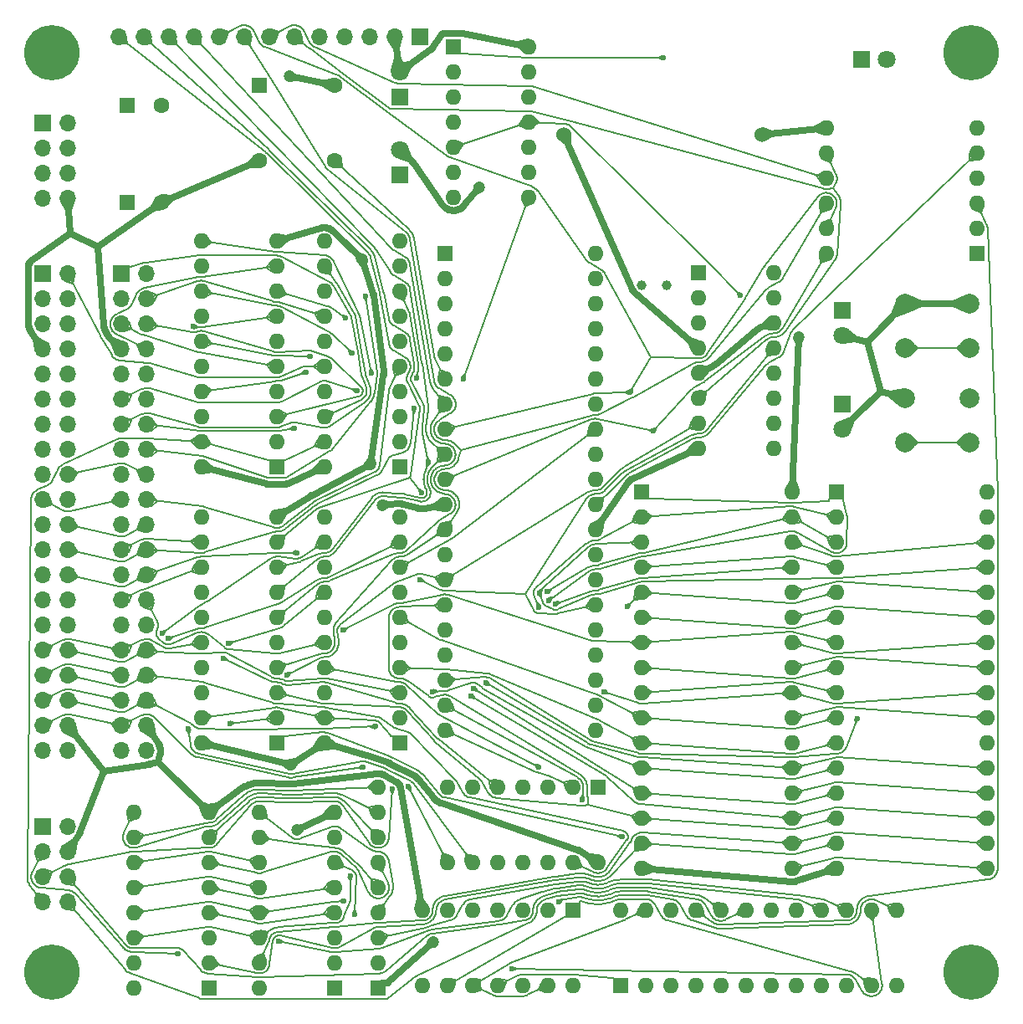
<source format=gbr>
%TF.GenerationSoftware,KiCad,Pcbnew,(5.1.9)-1*%
%TF.CreationDate,2021-05-09T07:52:10-04:00*%
%TF.ProjectId,cpu2,63707532-2e6b-4696-9361-645f70636258,rev?*%
%TF.SameCoordinates,Original*%
%TF.FileFunction,Copper,L1,Top*%
%TF.FilePolarity,Positive*%
%FSLAX46Y46*%
G04 Gerber Fmt 4.6, Leading zero omitted, Abs format (unit mm)*
G04 Created by KiCad (PCBNEW (5.1.9)-1) date 2021-05-09 07:52:10*
%MOMM*%
%LPD*%
G01*
G04 APERTURE LIST*
%TA.AperFunction,ComponentPad*%
%ADD10O,1.700000X1.700000*%
%TD*%
%TA.AperFunction,ComponentPad*%
%ADD11R,1.700000X1.700000*%
%TD*%
%TA.AperFunction,ComponentPad*%
%ADD12C,1.800000*%
%TD*%
%TA.AperFunction,ComponentPad*%
%ADD13R,1.800000X1.800000*%
%TD*%
%TA.AperFunction,ComponentPad*%
%ADD14C,1.600000*%
%TD*%
%TA.AperFunction,ComponentPad*%
%ADD15R,1.600000X1.600000*%
%TD*%
%TA.AperFunction,ComponentPad*%
%ADD16C,2.000000*%
%TD*%
%TA.AperFunction,ComponentPad*%
%ADD17O,1.600000X1.600000*%
%TD*%
%TA.AperFunction,ComponentPad*%
%ADD18C,1.000000*%
%TD*%
%TA.AperFunction,ComponentPad*%
%ADD19C,1.524000*%
%TD*%
%TA.AperFunction,ComponentPad*%
%ADD20C,5.600000*%
%TD*%
%TA.AperFunction,ViaPad*%
%ADD21C,1.200000*%
%TD*%
%TA.AperFunction,ViaPad*%
%ADD22C,0.600000*%
%TD*%
%TA.AperFunction,Conductor*%
%ADD23C,0.700000*%
%TD*%
%TA.AperFunction,Conductor*%
%ADD24C,0.200000*%
%TD*%
G04 APERTURE END LIST*
D10*
%TO.P,J5,13*%
%TO.N,D7*%
X30226000Y-21844000D03*
%TO.P,J5,12*%
%TO.N,D6*%
X32766000Y-21844000D03*
%TO.P,J5,11*%
%TO.N,D5*%
X35306000Y-21844000D03*
%TO.P,J5,10*%
%TO.N,D4*%
X37846000Y-21844000D03*
%TO.P,J5,9*%
%TO.N,D3*%
X40386000Y-21844000D03*
%TO.P,J5,8*%
%TO.N,D2*%
X42926000Y-21844000D03*
%TO.P,J5,7*%
%TO.N,D1*%
X45466000Y-21844000D03*
%TO.P,J5,6*%
%TO.N,D0*%
X48006000Y-21844000D03*
%TO.P,J5,5*%
%TO.N,Net-(J1-Pad6)*%
X50546000Y-21844000D03*
%TO.P,J5,4*%
%TO.N,Net-(J1-Pad8)*%
X53086000Y-21844000D03*
%TO.P,J5,3*%
%TO.N,CLK*%
X55626000Y-21844000D03*
%TO.P,J5,2*%
%TO.N,+5V*%
X58166000Y-21844000D03*
D11*
%TO.P,J5,1*%
%TO.N,GND*%
X60706000Y-21844000D03*
%TD*%
D12*
%TO.P,D5,2*%
%TO.N,+5V*%
X58674000Y-25400000D03*
D13*
%TO.P,D5,1*%
%TO.N,Net-(D5-Pad1)*%
X58674000Y-27940000D03*
%TD*%
D12*
%TO.P,D4,2*%
%TO.N,+5V*%
X58674000Y-33274000D03*
D13*
%TO.P,D4,1*%
%TO.N,Net-(D4-Pad1)*%
X58674000Y-35814000D03*
%TD*%
D12*
%TO.P,D3,2*%
%TO.N,+5V*%
X107950000Y-24130000D03*
D13*
%TO.P,D3,1*%
%TO.N,Net-(D3-Pad1)*%
X105410000Y-24130000D03*
%TD*%
D14*
%TO.P,C3,2*%
%TO.N,GND*%
X34614000Y-38608000D03*
D15*
%TO.P,C3,1*%
%TO.N,+5V*%
X31114000Y-38608000D03*
%TD*%
D16*
%TO.P,SW2,1*%
%TO.N,+5V*%
X116355000Y-58420000D03*
%TO.P,SW2,2*%
%TO.N,Net-(J1-Pad1)*%
X116355000Y-62920000D03*
%TO.P,SW2,1*%
%TO.N,+5V*%
X109855000Y-58420000D03*
%TO.P,SW2,2*%
%TO.N,Net-(J1-Pad1)*%
X109855000Y-62920000D03*
%TD*%
%TO.P,SW1,1*%
%TO.N,+5V*%
X116355000Y-48895000D03*
%TO.P,SW1,2*%
%TO.N,Net-(J1-Pad3)*%
X116355000Y-53395000D03*
%TO.P,SW1,1*%
%TO.N,+5V*%
X109855000Y-48895000D03*
%TO.P,SW1,2*%
%TO.N,Net-(J1-Pad3)*%
X109855000Y-53395000D03*
%TD*%
D15*
%TO.P,U8,1*%
%TO.N,Net-(U8-Pad1)*%
X88900000Y-45720000D03*
D17*
%TO.P,U8,9*%
%TO.N,GND*%
X96520000Y-63500000D03*
%TO.P,U8,2*%
%TO.N,Net-(U8-Pad2)*%
X88900000Y-48260000D03*
%TO.P,U8,10*%
%TO.N,Net-(U12-Pad22)*%
X96520000Y-60960000D03*
%TO.P,U8,3*%
%TO.N,~WRITE~*%
X88900000Y-50800000D03*
%TO.P,U8,11*%
%TO.N,~RAM0~*%
X96520000Y-58420000D03*
%TO.P,U8,4*%
%TO.N,Net-(BT1-Pad1)*%
X88900000Y-53340000D03*
%TO.P,U8,12*%
%TO.N,~READ~*%
X96520000Y-55880000D03*
%TO.P,U8,5*%
%TO.N,GND*%
X88900000Y-55880000D03*
%TO.P,U8,13*%
%TO.N,~SYSRES~*%
X96520000Y-53340000D03*
%TO.P,U8,6*%
%TO.N,D0*%
X88900000Y-58420000D03*
%TO.P,U8,14*%
%TO.N,GND*%
X96520000Y-50800000D03*
%TO.P,U8,7*%
%TO.N,D0*%
X88900000Y-60960000D03*
%TO.P,U8,15*%
%TO.N,VCCMEM*%
X96520000Y-48260000D03*
%TO.P,U8,8*%
%TO.N,GND*%
X88900000Y-63500000D03*
%TO.P,U8,16*%
%TO.N,+5V*%
X96520000Y-45720000D03*
%TD*%
D18*
%TO.P,Y1,2*%
%TO.N,Net-(U8-Pad2)*%
X85725000Y-46990000D03*
%TO.P,Y1,1*%
%TO.N,Net-(U8-Pad1)*%
X83185000Y-46990000D03*
%TD*%
D19*
%TO.P,BT1,1*%
%TO.N,Net-(BT1-Pad1)*%
X75330000Y-31750000D03*
%TO.P,BT1,2*%
%TO.N,GND*%
X95330000Y-31750000D03*
%TD*%
D14*
%TO.P,C8,2*%
%TO.N,GND*%
X34614000Y-28829000D03*
D15*
%TO.P,C8,1*%
%TO.N,+5V*%
X31114000Y-28829000D03*
%TD*%
D17*
%TO.P,U10,14*%
%TO.N,+5V*%
X78740000Y-105410000D03*
%TO.P,U10,7*%
%TO.N,GND*%
X63500000Y-97790000D03*
%TO.P,U10,13*%
%TO.N,~F_WAIT~*%
X76200000Y-105410000D03*
%TO.P,U10,6*%
%TO.N,~INUSE~*%
X66040000Y-97790000D03*
%TO.P,U10,12*%
%TO.N,~F_WAIT~*%
X73660000Y-105410000D03*
%TO.P,U10,5*%
%TO.N,~F_INUSE~*%
X68580000Y-97790000D03*
%TO.P,U10,11*%
%TO.N,~WAIT~*%
X71120000Y-105410000D03*
%TO.P,U10,4*%
%TO.N,~F_INUSE~*%
X71120000Y-97790000D03*
%TO.P,U10,10*%
%TO.N,~F_INT~*%
X68580000Y-105410000D03*
%TO.P,U10,3*%
%TO.N,~INTAK~*%
X73660000Y-97790000D03*
%TO.P,U10,9*%
%TO.N,~F_INT~*%
X66040000Y-105410000D03*
%TO.P,U10,2*%
%TO.N,~IORQ~*%
X76200000Y-97790000D03*
%TO.P,U10,8*%
%TO.N,~INT~*%
X63500000Y-105410000D03*
D15*
%TO.P,U10,1*%
%TO.N,M1*%
X78740000Y-97790000D03*
%TD*%
D17*
%TO.P,U6,14*%
%TO.N,+5V*%
X76200000Y-117856000D03*
%TO.P,U6,7*%
%TO.N,GND*%
X60960000Y-110236000D03*
%TO.P,U6,13*%
%TO.N,~IORQ~*%
X73660000Y-117856000D03*
%TO.P,U6,6*%
%TO.N,~WRITE~*%
X63500000Y-110236000D03*
%TO.P,U6,12*%
%TO.N,~WR~*%
X71120000Y-117856000D03*
%TO.P,U6,5*%
%TO.N,~MREQ~*%
X66040000Y-110236000D03*
%TO.P,U6,11*%
%TO.N,~OUT~*%
X68580000Y-117856000D03*
%TO.P,U6,4*%
%TO.N,~WR~*%
X68580000Y-110236000D03*
%TO.P,U6,10*%
%TO.N,~IORQ~*%
X66040000Y-117856000D03*
%TO.P,U6,3*%
%TO.N,~READ~*%
X71120000Y-110236000D03*
%TO.P,U6,9*%
%TO.N,~RD~*%
X63500000Y-117856000D03*
%TO.P,U6,2*%
%TO.N,~MREQ~*%
X73660000Y-110236000D03*
%TO.P,U6,8*%
%TO.N,~IN~*%
X60960000Y-117856000D03*
D15*
%TO.P,U6,1*%
%TO.N,~RD~*%
X76200000Y-110236000D03*
%TD*%
D17*
%TO.P,U1,14*%
%TO.N,+5V*%
X71755000Y-22860000D03*
%TO.P,U1,7*%
%TO.N,GND*%
X64135000Y-38100000D03*
%TO.P,U1,13*%
%TO.N,Net-(C2-Pad2)*%
X71755000Y-25400000D03*
%TO.P,U1,6*%
%TO.N,Net-(R14-Pad1)*%
X64135000Y-35560000D03*
%TO.P,U1,12*%
%TO.N,Net-(C2-Pad2)*%
X71755000Y-27940000D03*
%TO.P,U1,5*%
%TO.N,~SYSRES~*%
X64135000Y-33020000D03*
%TO.P,U1,11*%
X71755000Y-30480000D03*
%TO.P,U1,4*%
%TO.N,Net-(U1-Pad3)*%
X64135000Y-30480000D03*
%TO.P,U1,10*%
%TO.N,Net-(C1-Pad2)*%
X71755000Y-33020000D03*
%TO.P,U1,3*%
%TO.N,Net-(U1-Pad3)*%
X64135000Y-27940000D03*
%TO.P,U1,9*%
%TO.N,Net-(C1-Pad2)*%
X71755000Y-35560000D03*
%TO.P,U1,2*%
%TO.N,~BankSel~*%
X64135000Y-25400000D03*
%TO.P,U1,8*%
%TO.N,Net-(J1-Pad5)*%
X71755000Y-38100000D03*
D15*
%TO.P,U1,1*%
%TO.N,Net-(R14-Pad1)*%
X64135000Y-22860000D03*
%TD*%
D17*
%TO.P,U5,24*%
%TO.N,+5V*%
X81026000Y-110236000D03*
%TO.P,U5,12*%
%TO.N,GND*%
X108966000Y-117856000D03*
%TO.P,U5,23*%
%TO.N,~IORQ~*%
X83566000Y-110236000D03*
%TO.P,U5,11*%
%TO.N,~RD~*%
X106426000Y-117856000D03*
%TO.P,U5,22*%
%TO.N,~BUSBUF~*%
X86106000Y-110236000D03*
%TO.P,U5,10*%
%TO.N,A0*%
X103886000Y-117856000D03*
%TO.P,U5,21*%
%TO.N,~DISP1~*%
X88646000Y-110236000D03*
%TO.P,U5,9*%
%TO.N,A1*%
X101346000Y-117856000D03*
%TO.P,U5,20*%
%TO.N,Net-(J1-Pad6)*%
X91186000Y-110236000D03*
%TO.P,U5,8*%
%TO.N,A2*%
X98806000Y-117856000D03*
%TO.P,U5,19*%
%TO.N,Net-(J1-Pad8)*%
X93726000Y-110236000D03*
%TO.P,U5,7*%
%TO.N,A3*%
X96266000Y-117856000D03*
%TO.P,U5,18*%
%TO.N,~RAM0~*%
X96266000Y-110236000D03*
%TO.P,U5,6*%
%TO.N,A4*%
X93726000Y-117856000D03*
%TO.P,U5,17*%
%TO.N,~ROM0~*%
X98806000Y-110236000D03*
%TO.P,U5,5*%
%TO.N,A5*%
X91186000Y-117856000D03*
%TO.P,U5,16*%
%TO.N,~BankSel~*%
X101346000Y-110236000D03*
%TO.P,U5,4*%
%TO.N,A6*%
X88646000Y-117856000D03*
%TO.P,U5,15*%
%TO.N,RAM~ROM~*%
X103886000Y-110236000D03*
%TO.P,U5,3*%
%TO.N,A7*%
X86106000Y-117856000D03*
%TO.P,U5,14*%
%TO.N,MEMCHIP*%
X106426000Y-110236000D03*
%TO.P,U5,2*%
%TO.N,~MREQ~*%
X83566000Y-117856000D03*
%TO.P,U5,13*%
%TO.N,~INUSE~*%
X108966000Y-110236000D03*
D15*
%TO.P,U5,1*%
%TO.N,~OUT~*%
X81026000Y-117856000D03*
%TD*%
D17*
%TO.P,U4,16*%
%TO.N,+5V*%
X44450000Y-118110000D03*
%TO.P,U4,8*%
%TO.N,GND*%
X52070000Y-100330000D03*
%TO.P,U4,15*%
%TO.N,D4*%
X44450000Y-115570000D03*
%TO.P,U4,7*%
%TO.N,Net-(U4-Pad7)*%
X52070000Y-102870000D03*
%TO.P,U4,14*%
%TO.N,A0*%
X44450000Y-113030000D03*
%TO.P,U4,6*%
%TO.N,~EXMEM~*%
X52070000Y-105410000D03*
%TO.P,U4,13*%
%TO.N,A1*%
X44450000Y-110490000D03*
%TO.P,U4,5*%
%TO.N,A14*%
X52070000Y-107950000D03*
%TO.P,U4,12*%
%TO.N,~BankSel~*%
X44450000Y-107950000D03*
%TO.P,U4,4*%
%TO.N,A15*%
X52070000Y-110490000D03*
%TO.P,U4,11*%
%TO.N,Net-(R14-Pad1)*%
X44450000Y-105410000D03*
%TO.P,U4,3*%
%TO.N,D7*%
X52070000Y-113030000D03*
%TO.P,U4,10*%
%TO.N,S4*%
X44450000Y-102870000D03*
%TO.P,U4,2*%
%TO.N,D6*%
X52070000Y-115570000D03*
%TO.P,U4,9*%
%TO.N,MEMCHIP*%
X44450000Y-100330000D03*
D15*
%TO.P,U4,1*%
%TO.N,D5*%
X52070000Y-118110000D03*
%TD*%
D17*
%TO.P,U3,16*%
%TO.N,+5V*%
X31750000Y-118110000D03*
%TO.P,U3,8*%
%TO.N,GND*%
X39370000Y-100330000D03*
%TO.P,U3,15*%
%TO.N,D0*%
X31750000Y-115570000D03*
%TO.P,U3,7*%
%TO.N,S2*%
X39370000Y-102870000D03*
%TO.P,U3,14*%
%TO.N,A0*%
X31750000Y-113030000D03*
%TO.P,U3,6*%
%TO.N,S3*%
X39370000Y-105410000D03*
%TO.P,U3,13*%
%TO.N,A1*%
X31750000Y-110490000D03*
%TO.P,U3,5*%
%TO.N,A14*%
X39370000Y-107950000D03*
%TO.P,U3,12*%
%TO.N,~BankSel~*%
X31750000Y-107950000D03*
%TO.P,U3,4*%
%TO.N,A15*%
X39370000Y-110490000D03*
%TO.P,U3,11*%
%TO.N,Net-(R14-Pad1)*%
X31750000Y-105410000D03*
%TO.P,U3,3*%
%TO.N,D3*%
X39370000Y-113030000D03*
%TO.P,U3,10*%
%TO.N,S0*%
X31750000Y-102870000D03*
%TO.P,U3,2*%
%TO.N,D2*%
X39370000Y-115570000D03*
%TO.P,U3,9*%
%TO.N,S1*%
X31750000Y-100330000D03*
D15*
%TO.P,U3,1*%
%TO.N,D1*%
X39370000Y-118110000D03*
%TD*%
D17*
%TO.P,U2,40*%
%TO.N,A10*%
X78499000Y-43815000D03*
%TO.P,U2,20*%
%TO.N,~IORQ~*%
X63259000Y-92075000D03*
%TO.P,U2,39*%
%TO.N,A9*%
X78499000Y-46355000D03*
%TO.P,U2,19*%
%TO.N,~MREQ~*%
X63259000Y-89535000D03*
%TO.P,U2,38*%
%TO.N,A8*%
X78499000Y-48895000D03*
%TO.P,U2,18*%
%TO.N,Net-(R8-Pad1)*%
X63259000Y-86995000D03*
%TO.P,U2,37*%
%TO.N,A7*%
X78499000Y-51435000D03*
%TO.P,U2,17*%
%TO.N,Net-(J1-Pad5)*%
X63259000Y-84455000D03*
%TO.P,U2,36*%
%TO.N,A6*%
X78499000Y-53975000D03*
%TO.P,U2,16*%
%TO.N,~INT~*%
X63259000Y-81915000D03*
%TO.P,U2,35*%
%TO.N,A5*%
X78499000Y-56515000D03*
%TO.P,U2,15*%
%TO.N,D1*%
X63259000Y-79375000D03*
%TO.P,U2,34*%
%TO.N,A4*%
X78499000Y-59055000D03*
%TO.P,U2,14*%
%TO.N,D0*%
X63259000Y-76835000D03*
%TO.P,U2,33*%
%TO.N,A3*%
X78499000Y-61595000D03*
%TO.P,U2,13*%
%TO.N,D7*%
X63259000Y-74295000D03*
%TO.P,U2,32*%
%TO.N,A2*%
X78499000Y-64135000D03*
%TO.P,U2,12*%
%TO.N,D2*%
X63259000Y-71755000D03*
%TO.P,U2,31*%
%TO.N,A1*%
X78499000Y-66675000D03*
%TO.P,U2,11*%
%TO.N,+5V*%
X63259000Y-69215000D03*
%TO.P,U2,30*%
%TO.N,A0*%
X78499000Y-69215000D03*
%TO.P,U2,10*%
%TO.N,D6*%
X63259000Y-66675000D03*
%TO.P,U2,29*%
%TO.N,GND*%
X78499000Y-71755000D03*
%TO.P,U2,9*%
%TO.N,D5*%
X63259000Y-64135000D03*
%TO.P,U2,28*%
%TO.N,Net-(U2-Pad28)*%
X78499000Y-74295000D03*
%TO.P,U2,8*%
%TO.N,D3*%
X63259000Y-61595000D03*
%TO.P,U2,27*%
%TO.N,M1*%
X78499000Y-76835000D03*
%TO.P,U2,7*%
%TO.N,D4*%
X63259000Y-59055000D03*
%TO.P,U2,26*%
%TO.N,~SYSRES~*%
X78499000Y-79375000D03*
%TO.P,U2,6*%
%TO.N,CLK*%
X63259000Y-56515000D03*
%TO.P,U2,25*%
%TO.N,Net-(R7-Pad1)*%
X78499000Y-81915000D03*
%TO.P,U2,5*%
%TO.N,A15*%
X63259000Y-53975000D03*
%TO.P,U2,24*%
%TO.N,~WAIT~*%
X78499000Y-84455000D03*
%TO.P,U2,4*%
%TO.N,A14*%
X63259000Y-51435000D03*
%TO.P,U2,23*%
%TO.N,Net-(U2-Pad23)*%
X78499000Y-86995000D03*
%TO.P,U2,3*%
%TO.N,A13*%
X63259000Y-48895000D03*
%TO.P,U2,22*%
%TO.N,~WR~*%
X78499000Y-89535000D03*
%TO.P,U2,2*%
%TO.N,A12*%
X63259000Y-46355000D03*
%TO.P,U2,21*%
%TO.N,~RD~*%
X78499000Y-92075000D03*
D15*
%TO.P,U2,1*%
%TO.N,A11*%
X63259000Y-43815000D03*
%TD*%
%TO.P,U12,1*%
%TO.N,S4*%
X83185000Y-67945000D03*
D17*
%TO.P,U12,17*%
%TO.N,D3*%
X98425000Y-106045000D03*
%TO.P,U12,2*%
%TO.N,S2*%
X83185000Y-70485000D03*
%TO.P,U12,18*%
%TO.N,D4*%
X98425000Y-103505000D03*
%TO.P,U12,3*%
%TO.N,S0*%
X83185000Y-73025000D03*
%TO.P,U12,19*%
%TO.N,D5*%
X98425000Y-100965000D03*
%TO.P,U12,4*%
%TO.N,A12*%
X83185000Y-75565000D03*
%TO.P,U12,20*%
%TO.N,D6*%
X98425000Y-98425000D03*
%TO.P,U12,5*%
%TO.N,A7*%
X83185000Y-78105000D03*
%TO.P,U12,21*%
%TO.N,D7*%
X98425000Y-95885000D03*
%TO.P,U12,6*%
%TO.N,A6*%
X83185000Y-80645000D03*
%TO.P,U12,22*%
%TO.N,Net-(U12-Pad22)*%
X98425000Y-93345000D03*
%TO.P,U12,7*%
%TO.N,A5*%
X83185000Y-83185000D03*
%TO.P,U12,23*%
%TO.N,A10*%
X98425000Y-90805000D03*
%TO.P,U12,8*%
%TO.N,A4*%
X83185000Y-85725000D03*
%TO.P,U12,24*%
%TO.N,~READ~*%
X98425000Y-88265000D03*
%TO.P,U12,9*%
%TO.N,A3*%
X83185000Y-88265000D03*
%TO.P,U12,25*%
%TO.N,A11*%
X98425000Y-85725000D03*
%TO.P,U12,10*%
%TO.N,A2*%
X83185000Y-90805000D03*
%TO.P,U12,26*%
%TO.N,A9*%
X98425000Y-83185000D03*
%TO.P,U12,11*%
%TO.N,A1*%
X83185000Y-93345000D03*
%TO.P,U12,27*%
%TO.N,A8*%
X98425000Y-80645000D03*
%TO.P,U12,12*%
%TO.N,A0*%
X83185000Y-95885000D03*
%TO.P,U12,28*%
%TO.N,A13*%
X98425000Y-78105000D03*
%TO.P,U12,13*%
%TO.N,D0*%
X83185000Y-98425000D03*
%TO.P,U12,29*%
%TO.N,~WRITE~*%
X98425000Y-75565000D03*
%TO.P,U12,14*%
%TO.N,D1*%
X83185000Y-100965000D03*
%TO.P,U12,30*%
%TO.N,S3*%
X98425000Y-73025000D03*
%TO.P,U12,15*%
%TO.N,D2*%
X83185000Y-103505000D03*
%TO.P,U12,31*%
%TO.N,S1*%
X98425000Y-70485000D03*
%TO.P,U12,16*%
%TO.N,GND*%
X83185000Y-106045000D03*
%TO.P,U12,32*%
%TO.N,VCCMEM*%
X98425000Y-67945000D03*
%TD*%
%TO.P,U11,32*%
%TO.N,+5V*%
X118110000Y-67945000D03*
%TO.P,U11,16*%
%TO.N,GND*%
X102870000Y-106045000D03*
%TO.P,U11,31*%
%TO.N,+5V*%
X118110000Y-70485000D03*
%TO.P,U11,15*%
%TO.N,D2*%
X102870000Y-103505000D03*
%TO.P,U11,30*%
%TO.N,S3*%
X118110000Y-73025000D03*
%TO.P,U11,14*%
%TO.N,D1*%
X102870000Y-100965000D03*
%TO.P,U11,29*%
%TO.N,S0*%
X118110000Y-75565000D03*
%TO.P,U11,13*%
%TO.N,D0*%
X102870000Y-98425000D03*
%TO.P,U11,28*%
%TO.N,A13*%
X118110000Y-78105000D03*
%TO.P,U11,12*%
%TO.N,A0*%
X102870000Y-95885000D03*
%TO.P,U11,27*%
%TO.N,A8*%
X118110000Y-80645000D03*
%TO.P,U11,11*%
%TO.N,A1*%
X102870000Y-93345000D03*
%TO.P,U11,26*%
%TO.N,A9*%
X118110000Y-83185000D03*
%TO.P,U11,10*%
%TO.N,A2*%
X102870000Y-90805000D03*
%TO.P,U11,25*%
%TO.N,A11*%
X118110000Y-85725000D03*
%TO.P,U11,9*%
%TO.N,A3*%
X102870000Y-88265000D03*
%TO.P,U11,24*%
%TO.N,~READ~*%
X118110000Y-88265000D03*
%TO.P,U11,8*%
%TO.N,A4*%
X102870000Y-85725000D03*
%TO.P,U11,23*%
%TO.N,A10*%
X118110000Y-90805000D03*
%TO.P,U11,7*%
%TO.N,A5*%
X102870000Y-83185000D03*
%TO.P,U11,22*%
%TO.N,~ROM0~*%
X118110000Y-93345000D03*
%TO.P,U11,6*%
%TO.N,A6*%
X102870000Y-80645000D03*
%TO.P,U11,21*%
%TO.N,D7*%
X118110000Y-95885000D03*
%TO.P,U11,5*%
%TO.N,A7*%
X102870000Y-78105000D03*
%TO.P,U11,20*%
%TO.N,D6*%
X118110000Y-98425000D03*
%TO.P,U11,4*%
%TO.N,A12*%
X102870000Y-75565000D03*
%TO.P,U11,19*%
%TO.N,D5*%
X118110000Y-100965000D03*
%TO.P,U11,3*%
%TO.N,S1*%
X102870000Y-73025000D03*
%TO.P,U11,18*%
%TO.N,D4*%
X118110000Y-103505000D03*
%TO.P,U11,2*%
%TO.N,S2*%
X102870000Y-70485000D03*
%TO.P,U11,17*%
%TO.N,D3*%
X118110000Y-106045000D03*
D15*
%TO.P,U11,1*%
%TO.N,S4*%
X102870000Y-67945000D03*
%TD*%
D17*
%TO.P,U16,20*%
%TO.N,+5V*%
X38608000Y-65405000D03*
%TO.P,U16,10*%
%TO.N,GND*%
X46228000Y-42545000D03*
%TO.P,U16,19*%
%TO.N,Net-(J1-Pad7)*%
X38608000Y-62865000D03*
%TO.P,U16,9*%
%TO.N,F_A15*%
X46228000Y-45085000D03*
%TO.P,U16,18*%
%TO.N,F_A8*%
X38608000Y-60325000D03*
%TO.P,U16,8*%
%TO.N,A11*%
X46228000Y-47625000D03*
%TO.P,U16,17*%
%TO.N,A12*%
X38608000Y-57785000D03*
%TO.P,U16,7*%
%TO.N,F_A14*%
X46228000Y-50165000D03*
%TO.P,U16,16*%
%TO.N,F_A9*%
X38608000Y-55245000D03*
%TO.P,U16,6*%
%TO.N,A10*%
X46228000Y-52705000D03*
%TO.P,U16,15*%
%TO.N,A13*%
X38608000Y-52705000D03*
%TO.P,U16,5*%
%TO.N,F_A13*%
X46228000Y-55245000D03*
%TO.P,U16,14*%
%TO.N,F_A10*%
X38608000Y-50165000D03*
%TO.P,U16,4*%
%TO.N,A9*%
X46228000Y-57785000D03*
%TO.P,U16,13*%
%TO.N,A14*%
X38608000Y-47625000D03*
%TO.P,U16,3*%
%TO.N,F_A12*%
X46228000Y-60325000D03*
%TO.P,U16,12*%
%TO.N,F_A11*%
X38608000Y-45085000D03*
%TO.P,U16,2*%
%TO.N,A8*%
X46228000Y-62865000D03*
%TO.P,U16,11*%
%TO.N,A15*%
X38608000Y-42545000D03*
D15*
%TO.P,U16,1*%
%TO.N,Net-(J1-Pad7)*%
X46228000Y-65405000D03*
%TD*%
D17*
%TO.P,U15,20*%
%TO.N,+5V*%
X51054000Y-93345000D03*
%TO.P,U15,10*%
%TO.N,GND*%
X58674000Y-70485000D03*
%TO.P,U15,19*%
%TO.N,Net-(J1-Pad7)*%
X51054000Y-90805000D03*
%TO.P,U15,9*%
%TO.N,F_A7*%
X58674000Y-73025000D03*
%TO.P,U15,18*%
%TO.N,F_A0*%
X51054000Y-88265000D03*
%TO.P,U15,8*%
%TO.N,A3*%
X58674000Y-75565000D03*
%TO.P,U15,17*%
%TO.N,A4*%
X51054000Y-85725000D03*
%TO.P,U15,7*%
%TO.N,F_A6*%
X58674000Y-78105000D03*
%TO.P,U15,16*%
%TO.N,F_A1*%
X51054000Y-83185000D03*
%TO.P,U15,6*%
%TO.N,A2*%
X58674000Y-80645000D03*
%TO.P,U15,15*%
%TO.N,A5*%
X51054000Y-80645000D03*
%TO.P,U15,5*%
%TO.N,F_A5*%
X58674000Y-83185000D03*
%TO.P,U15,14*%
%TO.N,F_A2*%
X51054000Y-78105000D03*
%TO.P,U15,4*%
%TO.N,A1*%
X58674000Y-85725000D03*
%TO.P,U15,13*%
%TO.N,A6*%
X51054000Y-75565000D03*
%TO.P,U15,3*%
%TO.N,F_A4*%
X58674000Y-88265000D03*
%TO.P,U15,12*%
%TO.N,F_A3*%
X51054000Y-73025000D03*
%TO.P,U15,2*%
%TO.N,A0*%
X58674000Y-90805000D03*
%TO.P,U15,11*%
%TO.N,A7*%
X51054000Y-70485000D03*
D15*
%TO.P,U15,1*%
%TO.N,Net-(J1-Pad7)*%
X58674000Y-93345000D03*
%TD*%
D17*
%TO.P,U14,20*%
%TO.N,+5V*%
X51054000Y-65405000D03*
%TO.P,U14,10*%
%TO.N,GND*%
X58674000Y-42545000D03*
%TO.P,U14,19*%
%TO.N,Net-(J1-Pad7)*%
X51054000Y-62865000D03*
%TO.P,U14,9*%
%TO.N,~F_READ~*%
X58674000Y-45085000D03*
%TO.P,U14,18*%
%TO.N,~F_SYSRES~*%
X51054000Y-60325000D03*
%TO.P,U14,8*%
%TO.N,~INTAK~*%
X58674000Y-47625000D03*
%TO.P,U14,17*%
%TO.N,~OUT~*%
X51054000Y-57785000D03*
%TO.P,U14,7*%
%TO.N,~F_WRITE~*%
X58674000Y-50165000D03*
%TO.P,U14,16*%
%TO.N,~F_MREQ~*%
X51054000Y-55245000D03*
%TO.P,U14,6*%
%TO.N,~EXMEM~*%
X58674000Y-52705000D03*
%TO.P,U14,15*%
%TO.N,~IN~*%
X51054000Y-52705000D03*
%TO.P,U14,5*%
%TO.N,~F_IN~*%
X58674000Y-55245000D03*
%TO.P,U14,14*%
%TO.N,~F_EXMEM~*%
X51054000Y-50165000D03*
%TO.P,U14,4*%
%TO.N,~MREQ~*%
X58674000Y-57785000D03*
%TO.P,U14,13*%
%TO.N,~WRITE~*%
X51054000Y-47625000D03*
%TO.P,U14,3*%
%TO.N,~F_OUT~*%
X58674000Y-60325000D03*
%TO.P,U14,12*%
%TO.N,~F_INTAK~*%
X51054000Y-45085000D03*
%TO.P,U14,2*%
%TO.N,~SYSRES~*%
X58674000Y-62865000D03*
%TO.P,U14,11*%
%TO.N,~READ~*%
X51054000Y-42545000D03*
D15*
%TO.P,U14,1*%
%TO.N,Net-(J1-Pad7)*%
X58674000Y-65405000D03*
%TD*%
%TO.P,U13,1*%
%TO.N,~BUSBUF~*%
X46228000Y-93345000D03*
D17*
%TO.P,U13,11*%
%TO.N,F_D7*%
X38608000Y-70485000D03*
%TO.P,U13,2*%
%TO.N,D0*%
X46228000Y-90805000D03*
%TO.P,U13,12*%
%TO.N,F_D6*%
X38608000Y-73025000D03*
%TO.P,U13,3*%
%TO.N,D1*%
X46228000Y-88265000D03*
%TO.P,U13,13*%
%TO.N,F_D5*%
X38608000Y-75565000D03*
%TO.P,U13,4*%
%TO.N,D2*%
X46228000Y-85725000D03*
%TO.P,U13,14*%
%TO.N,F_D4*%
X38608000Y-78105000D03*
%TO.P,U13,5*%
%TO.N,D3*%
X46228000Y-83185000D03*
%TO.P,U13,15*%
%TO.N,F_D3*%
X38608000Y-80645000D03*
%TO.P,U13,6*%
%TO.N,D4*%
X46228000Y-80645000D03*
%TO.P,U13,16*%
%TO.N,F_D2*%
X38608000Y-83185000D03*
%TO.P,U13,7*%
%TO.N,D5*%
X46228000Y-78105000D03*
%TO.P,U13,17*%
%TO.N,F_D1*%
X38608000Y-85725000D03*
%TO.P,U13,8*%
%TO.N,D6*%
X46228000Y-75565000D03*
%TO.P,U13,18*%
%TO.N,F_D0*%
X38608000Y-88265000D03*
%TO.P,U13,9*%
%TO.N,D7*%
X46228000Y-73025000D03*
%TO.P,U13,19*%
%TO.N,Net-(J1-Pad7)*%
X38608000Y-90805000D03*
%TO.P,U13,10*%
%TO.N,GND*%
X46228000Y-70485000D03*
%TO.P,U13,20*%
%TO.N,+5V*%
X38608000Y-93345000D03*
%TD*%
D11*
%TO.P,J2,1*%
%TO.N,+5V*%
X22540000Y-30600000D03*
D10*
%TO.P,J2,2*%
%TO.N,GND*%
X25080000Y-30600000D03*
%TO.P,J2,3*%
%TO.N,+5V*%
X22540000Y-33140000D03*
%TO.P,J2,4*%
%TO.N,GND*%
X25080000Y-33140000D03*
%TO.P,J2,5*%
%TO.N,Net-(J2-Pad5)*%
X22540000Y-35680000D03*
%TO.P,J2,6*%
%TO.N,GND*%
X25080000Y-35680000D03*
%TO.P,J2,7*%
%TO.N,Net-(J2-Pad7)*%
X22540000Y-38220000D03*
%TO.P,J2,8*%
%TO.N,GND*%
X25080000Y-38220000D03*
%TD*%
%TO.P,J1,8*%
%TO.N,Net-(J1-Pad8)*%
X25080000Y-109400000D03*
%TO.P,J1,7*%
%TO.N,Net-(J1-Pad7)*%
X22540000Y-109400000D03*
%TO.P,J1,6*%
%TO.N,Net-(J1-Pad6)*%
X25080000Y-106860000D03*
%TO.P,J1,5*%
%TO.N,Net-(J1-Pad5)*%
X22540000Y-106860000D03*
%TO.P,J1,4*%
%TO.N,GND*%
X25080000Y-104320000D03*
%TO.P,J1,3*%
%TO.N,Net-(J1-Pad3)*%
X22540000Y-104320000D03*
%TO.P,J1,2*%
%TO.N,+5V*%
X25080000Y-101780000D03*
D11*
%TO.P,J1,1*%
%TO.N,Net-(J1-Pad1)*%
X22540000Y-101780000D03*
%TD*%
D20*
%TO.P,M4,1*%
%TO.N,N/C*%
X23500000Y-116500000D03*
%TD*%
%TO.P,M3,1*%
%TO.N,N/C*%
X23500000Y-23500000D03*
%TD*%
%TO.P,M2,1*%
%TO.N,N/C*%
X116500000Y-116500000D03*
%TD*%
%TO.P,M1,1*%
%TO.N,N/C*%
X116500000Y-23500000D03*
%TD*%
D12*
%TO.P,D2,2*%
%TO.N,+5V*%
X103505000Y-61595000D03*
D13*
%TO.P,D2,1*%
%TO.N,Net-(D2-Pad1)*%
X103505000Y-59055000D03*
%TD*%
D10*
%TO.P,J4,40*%
%TO.N,+5V*%
X33080000Y-94130000D03*
%TO.P,J4,39*%
%TO.N,F_A2*%
X30540000Y-94130000D03*
%TO.P,J4,38*%
%TO.N,GND*%
X33080000Y-91590000D03*
%TO.P,J4,37*%
%TO.N,F_A6*%
X30540000Y-91590000D03*
%TO.P,J4,36*%
%TO.N,F_A5*%
X33080000Y-89050000D03*
%TO.P,J4,35*%
%TO.N,F_A7*%
X30540000Y-89050000D03*
%TO.P,J4,34*%
%TO.N,~F_WAIT~*%
X33080000Y-86510000D03*
%TO.P,J4,33*%
%TO.N,F_A3*%
X30540000Y-86510000D03*
%TO.P,J4,32*%
%TO.N,F_A4*%
X33080000Y-83970000D03*
%TO.P,J4,31*%
%TO.N,F_D2*%
X30540000Y-83970000D03*
%TO.P,J4,30*%
%TO.N,GND*%
X33080000Y-81430000D03*
%TO.P,J4,29*%
%TO.N,F_D0*%
X30540000Y-81430000D03*
%TO.P,J4,28*%
%TO.N,F_A1*%
X33080000Y-78890000D03*
%TO.P,J4,27*%
%TO.N,F_D5*%
X30540000Y-78890000D03*
%TO.P,J4,26*%
%TO.N,F_A0*%
X33080000Y-76350000D03*
%TO.P,J4,25*%
%TO.N,F_D3*%
X30540000Y-76350000D03*
%TO.P,J4,24*%
%TO.N,CLK*%
X33080000Y-73810000D03*
%TO.P,J4,23*%
%TO.N,F_D6*%
X30540000Y-73810000D03*
%TO.P,J4,22*%
%TO.N,~F_INT~*%
X33080000Y-71270000D03*
%TO.P,J4,21*%
%TO.N,F_D1*%
X30540000Y-71270000D03*
%TO.P,J4,20*%
%TO.N,~F_IN~*%
X33080000Y-68730000D03*
%TO.P,J4,19*%
%TO.N,F_D7*%
X30540000Y-68730000D03*
%TO.P,J4,18*%
%TO.N,F_A9*%
X33080000Y-66190000D03*
%TO.P,J4,17*%
%TO.N,F_D4*%
X30540000Y-66190000D03*
%TO.P,J4,16*%
%TO.N,~F_READ~*%
X33080000Y-63650000D03*
%TO.P,J4,15*%
%TO.N,~F_INUSE~*%
X30540000Y-63650000D03*
%TO.P,J4,14*%
%TO.N,~F_WRITE~*%
X33080000Y-61110000D03*
%TO.P,J4,13*%
%TO.N,~F_INTAK~*%
X30540000Y-61110000D03*
%TO.P,J4,12*%
%TO.N,F_A8*%
X33080000Y-58570000D03*
%TO.P,J4,11*%
%TO.N,~F_OUT~*%
X30540000Y-58570000D03*
%TO.P,J4,10*%
%TO.N,F_A11*%
X33080000Y-56030000D03*
%TO.P,J4,9*%
%TO.N,F_A14*%
X30540000Y-56030000D03*
%TO.P,J4,8*%
%TO.N,F_A15*%
X33080000Y-53490000D03*
%TO.P,J4,7*%
%TO.N,GND*%
X30540000Y-53490000D03*
%TO.P,J4,6*%
%TO.N,F_A12*%
X33080000Y-50950000D03*
%TO.P,J4,5*%
%TO.N,F_A13*%
X30540000Y-50950000D03*
%TO.P,J4,4*%
%TO.N,~F_EXMEM~*%
X33080000Y-48410000D03*
%TO.P,J4,3*%
%TO.N,F_A10*%
X30540000Y-48410000D03*
%TO.P,J4,2*%
%TO.N,~F_MREQ~*%
X33080000Y-45870000D03*
D11*
%TO.P,J4,1*%
%TO.N,~F_SYSRES~*%
X30540000Y-45870000D03*
%TD*%
D15*
%TO.P,X1,1*%
%TO.N,Net-(X1-Pad1)*%
X44450000Y-26797000D03*
D14*
%TO.P,X1,8*%
%TO.N,+5V*%
X52070000Y-26797000D03*
%TO.P,X1,5*%
%TO.N,CLK*%
X52070000Y-34417000D03*
%TO.P,X1,4*%
%TO.N,GND*%
X44450000Y-34417000D03*
%TD*%
D12*
%TO.P,D1,2*%
%TO.N,+5V*%
X103505000Y-52070000D03*
D13*
%TO.P,D1,1*%
%TO.N,Net-(D1-Pad1)*%
X103505000Y-49530000D03*
%TD*%
D17*
%TO.P,U7,12*%
%TO.N,D6*%
X101854000Y-43815000D03*
%TO.P,U7,11*%
%TO.N,D3*%
X101854000Y-41275000D03*
%TO.P,U7,10*%
%TO.N,D2*%
X101854000Y-38735000D03*
%TO.P,U7,9*%
%TO.N,D1*%
X101854000Y-36195000D03*
%TO.P,U7,8*%
%TO.N,D0*%
X101854000Y-33655000D03*
%TO.P,U7,7*%
%TO.N,GND*%
X101854000Y-31115000D03*
%TO.P,U7,6*%
%TO.N,+5V*%
X117094000Y-31115000D03*
%TO.P,U7,5*%
%TO.N,A0*%
X117094000Y-33655000D03*
%TO.P,U7,4*%
%TO.N,A1*%
X117094000Y-36195000D03*
%TO.P,U7,3*%
%TO.N,~DISP1~*%
X117094000Y-38735000D03*
%TO.P,U7,2*%
%TO.N,D4*%
X117094000Y-41275000D03*
D15*
%TO.P,U7,1*%
%TO.N,D5*%
X117094000Y-43815000D03*
%TD*%
D17*
%TO.P,RN1,9*%
%TO.N,S0*%
X56515000Y-97790000D03*
%TO.P,RN1,8*%
%TO.N,S1*%
X56515000Y-100330000D03*
%TO.P,RN1,7*%
%TO.N,S2*%
X56515000Y-102870000D03*
%TO.P,RN1,6*%
%TO.N,S3*%
X56515000Y-105410000D03*
%TO.P,RN1,5*%
%TO.N,S4*%
X56515000Y-107950000D03*
%TO.P,RN1,4*%
%TO.N,MEMCHIP*%
X56515000Y-110490000D03*
%TO.P,RN1,3*%
%TO.N,RAM~ROM~*%
X56515000Y-113030000D03*
%TO.P,RN1,2*%
%TO.N,~EXMEM~*%
X56515000Y-115570000D03*
D15*
%TO.P,RN1,1*%
%TO.N,GND*%
X56515000Y-118110000D03*
%TD*%
D10*
%TO.P,J3,40*%
%TO.N,+5V*%
X25080000Y-94130000D03*
%TO.P,J3,39*%
%TO.N,F_A2*%
X22540000Y-94130000D03*
%TO.P,J3,38*%
%TO.N,GND*%
X25080000Y-91590000D03*
%TO.P,J3,37*%
%TO.N,F_A6*%
X22540000Y-91590000D03*
%TO.P,J3,36*%
%TO.N,F_A5*%
X25080000Y-89050000D03*
%TO.P,J3,35*%
%TO.N,F_A7*%
X22540000Y-89050000D03*
%TO.P,J3,34*%
%TO.N,~F_WAIT~*%
X25080000Y-86510000D03*
%TO.P,J3,33*%
%TO.N,F_A3*%
X22540000Y-86510000D03*
%TO.P,J3,32*%
%TO.N,F_A4*%
X25080000Y-83970000D03*
%TO.P,J3,31*%
%TO.N,F_D2*%
X22540000Y-83970000D03*
%TO.P,J3,30*%
%TO.N,GND*%
X25080000Y-81430000D03*
%TO.P,J3,29*%
%TO.N,F_D0*%
X22540000Y-81430000D03*
%TO.P,J3,28*%
%TO.N,F_A1*%
X25080000Y-78890000D03*
%TO.P,J3,27*%
%TO.N,F_D5*%
X22540000Y-78890000D03*
%TO.P,J3,26*%
%TO.N,F_A0*%
X25080000Y-76350000D03*
%TO.P,J3,25*%
%TO.N,F_D3*%
X22540000Y-76350000D03*
%TO.P,J3,24*%
%TO.N,CLK*%
X25080000Y-73810000D03*
%TO.P,J3,23*%
%TO.N,F_D6*%
X22540000Y-73810000D03*
%TO.P,J3,22*%
%TO.N,~F_INT~*%
X25080000Y-71270000D03*
%TO.P,J3,21*%
%TO.N,F_D1*%
X22540000Y-71270000D03*
%TO.P,J3,20*%
%TO.N,~F_IN~*%
X25080000Y-68730000D03*
%TO.P,J3,19*%
%TO.N,F_D7*%
X22540000Y-68730000D03*
%TO.P,J3,18*%
%TO.N,F_A9*%
X25080000Y-66190000D03*
%TO.P,J3,17*%
%TO.N,F_D4*%
X22540000Y-66190000D03*
%TO.P,J3,16*%
%TO.N,~F_READ~*%
X25080000Y-63650000D03*
%TO.P,J3,15*%
%TO.N,~F_INUSE~*%
X22540000Y-63650000D03*
%TO.P,J3,14*%
%TO.N,~F_WRITE~*%
X25080000Y-61110000D03*
%TO.P,J3,13*%
%TO.N,~F_INTAK~*%
X22540000Y-61110000D03*
%TO.P,J3,12*%
%TO.N,F_A8*%
X25080000Y-58570000D03*
%TO.P,J3,11*%
%TO.N,~F_OUT~*%
X22540000Y-58570000D03*
%TO.P,J3,10*%
%TO.N,F_A11*%
X25080000Y-56030000D03*
%TO.P,J3,9*%
%TO.N,F_A14*%
X22540000Y-56030000D03*
%TO.P,J3,8*%
%TO.N,F_A15*%
X25080000Y-53490000D03*
%TO.P,J3,7*%
%TO.N,GND*%
X22540000Y-53490000D03*
%TO.P,J3,6*%
%TO.N,F_A12*%
X25080000Y-50950000D03*
%TO.P,J3,5*%
%TO.N,F_A13*%
X22540000Y-50950000D03*
%TO.P,J3,4*%
%TO.N,~F_EXMEM~*%
X25080000Y-48410000D03*
%TO.P,J3,3*%
%TO.N,F_A10*%
X22540000Y-48410000D03*
%TO.P,J3,2*%
%TO.N,~F_MREQ~*%
X25080000Y-45870000D03*
D11*
%TO.P,J3,1*%
%TO.N,~F_SYSRES~*%
X22540000Y-45870000D03*
%TD*%
D21*
%TO.N,+5V*%
X66774600Y-37077000D03*
X56925000Y-69272500D03*
X47500900Y-25886100D03*
X47681000Y-95557000D03*
D22*
%TO.N,F_A2*%
X41378200Y-83249100D03*
D21*
%TO.N,GND*%
X62083400Y-113456100D03*
X48297200Y-102177400D03*
X54906800Y-44425000D03*
X55765000Y-65105000D03*
D22*
%TO.N,F_A6*%
X54984300Y-95765000D03*
%TO.N,F_A5*%
X56247400Y-91678100D03*
%TO.N,F_A7*%
X35261300Y-82774300D03*
%TO.N,F_A3*%
X34655700Y-82251500D03*
%TO.N,CLK*%
X60160000Y-59473500D03*
%TO.N,F_A0*%
X48269400Y-74069600D03*
%TO.N,~INT~*%
X59578400Y-97773900D03*
%TO.N,~READ~*%
X79371300Y-88148800D03*
%TO.N,~WRITE~*%
X74479100Y-79256300D03*
%TO.N,~INTAK~*%
X60399900Y-56443800D03*
%TO.N,F_A14*%
X37819800Y-51198800D03*
%TO.N,~EXMEM~*%
X54099900Y-110700800D03*
%TO.N,~MREQ~*%
X77174300Y-99078900D03*
%TO.N,~SYSRES~*%
X60731700Y-76825100D03*
X93182100Y-48018500D03*
%TO.N,S0*%
X72820600Y-78133800D03*
%TO.N,S1*%
X73627700Y-78047200D03*
%TO.N,S2*%
X72748200Y-79592300D03*
%TO.N,S4*%
X73738800Y-78899900D03*
%TO.N,D0*%
X47273700Y-86460100D03*
X41494100Y-91357200D03*
X66147400Y-87806500D03*
%TO.N,D3*%
X82001400Y-57862100D03*
%TO.N,D5*%
X65900900Y-88567600D03*
%TO.N,D6*%
X61578300Y-64927700D03*
X84362400Y-61791600D03*
%TO.N,D7*%
X67421400Y-87272900D03*
X60895300Y-67985800D03*
%TO.N,~BankSel~*%
X46435100Y-113391800D03*
%TO.N,Net-(R8-Pad1)*%
X104999200Y-90841900D03*
%TO.N,A7*%
X81721300Y-79567200D03*
%TO.N,A5*%
X52977500Y-81907600D03*
%TO.N,A4*%
X72728300Y-95750200D03*
%TO.N,A1*%
X53069100Y-109304600D03*
%TO.N,A0*%
X61997300Y-88134300D03*
X53677000Y-106779300D03*
%TO.N,A15*%
X55815700Y-55906600D03*
%TO.N,A14*%
X53850500Y-53897600D03*
%TO.N,A13*%
X49667800Y-54239400D03*
%TO.N,A12*%
X49183400Y-55813500D03*
%TO.N,A11*%
X53228700Y-50329600D03*
%TO.N,~F_INT~*%
X37309600Y-91915100D03*
%TO.N,~F_READ~*%
X55199600Y-48106100D03*
%TO.N,~F_INUSE~*%
X40813600Y-84757500D03*
%TO.N,~F_WRITE~*%
X48007600Y-61463600D03*
%TO.N,~F_OUT~*%
X54352600Y-57690400D03*
%TO.N,~INUSE~*%
X74770600Y-109417800D03*
%TO.N,MEMCHIP*%
X70076700Y-116184100D03*
%TO.N,~BUSBUF~*%
X81192500Y-102841700D03*
%TO.N,Net-(J1-Pad5)*%
X57968300Y-97994800D03*
X65119200Y-56485600D03*
%TO.N,Net-(J1-Pad3)*%
X36292400Y-114694200D03*
%TO.N,Net-(R14-Pad1)*%
X85361100Y-23976500D03*
D21*
%TO.N,VCCMEM*%
X99075800Y-52250200D03*
%TD*%
D23*
%TO.N,+5V*%
X104780500Y-52409900D02*
X103855100Y-51645900D01*
X104780500Y-52409900D02*
X103597700Y-52612100D01*
X39652900Y-65678000D02*
X38892800Y-65056600D01*
X39652900Y-65678000D02*
X38686000Y-65848200D01*
X50072200Y-65854900D02*
X51053900Y-65855000D01*
X50072200Y-65854900D02*
X50713100Y-65111200D01*
X108753400Y-49999600D02*
X110082100Y-49504100D01*
X108753400Y-49999600D02*
X109245300Y-48669500D01*
X50150900Y-93937300D02*
X51121500Y-93789900D01*
X50150900Y-93937300D02*
X50672900Y-93105700D01*
X48182700Y-95228000D02*
X47643500Y-95309900D01*
X48182700Y-95228000D02*
X47892700Y-95689900D01*
X108347600Y-58018300D02*
X109441100Y-58921300D01*
X108347600Y-58018300D02*
X109745500Y-57779300D01*
X58487300Y-24093300D02*
X58146700Y-25243800D01*
X58487300Y-24093300D02*
X59136500Y-25102400D01*
X58335700Y-23031900D02*
X58645400Y-21985900D01*
X58335700Y-23031900D02*
X57745600Y-22114500D01*
X114795000Y-48895000D02*
X116084200Y-49485900D01*
X114795000Y-48895000D02*
X116084200Y-48304100D01*
X111415000Y-48895000D02*
X110125800Y-48304100D01*
X111415000Y-48895000D02*
X110125800Y-49485900D01*
X104452200Y-60675700D02*
X103321200Y-61076600D01*
X104452200Y-60675700D02*
X104017600Y-61794200D01*
X66386300Y-37534400D02*
X66880500Y-37303500D01*
X66386300Y-37534400D02*
X66533900Y-37009300D01*
X59621200Y-34193300D02*
X59186600Y-33074800D01*
X59621200Y-34193300D02*
X58490200Y-33792400D01*
X62198100Y-69417200D02*
X63151400Y-69651900D01*
X62198100Y-69417200D02*
X62998200Y-68848300D01*
X57523000Y-69224000D02*
X57010400Y-69037600D01*
X57523000Y-69224000D02*
X57047200Y-69490600D01*
X70695900Y-22648700D02*
X71491100Y-23224500D01*
X70695900Y-22648700D02*
X71651100Y-22422100D01*
X59752600Y-24639100D02*
X58573100Y-24859400D01*
X59752600Y-24639100D02*
X59149500Y-25676400D01*
X39657300Y-93600800D02*
X38887100Y-92992000D01*
X39657300Y-93600800D02*
X38693300Y-93786800D01*
X47098100Y-95414900D02*
X47526000Y-95753100D01*
X47098100Y-95414900D02*
X47633600Y-95311500D01*
X48089300Y-26003400D02*
X47647500Y-25683600D01*
X48089300Y-26003400D02*
X47558700Y-26129400D01*
X51010800Y-26585800D02*
X51806100Y-27161500D01*
X51010800Y-26585800D02*
X51966100Y-26359100D01*
X77825200Y-104836000D02*
X78363800Y-105656800D01*
X77825200Y-104836000D02*
X78798600Y-104963800D01*
X52092600Y-93641000D02*
X51346400Y-93003000D01*
X52092600Y-93641000D02*
X51122200Y-93789800D01*
X107372200Y-57758400D02*
X106020200Y-52740300D01*
X103505000Y-52070000D02*
X106020200Y-52740300D01*
X38608000Y-65405000D02*
X45187900Y-67124100D01*
X45187900Y-67124100D02*
X45221600Y-67132250D01*
X45221600Y-67132250D02*
X45255580Y-67139170D01*
X45255580Y-67139170D02*
X45289790Y-67144840D01*
X45289790Y-67144840D02*
X45324180Y-67149250D01*
X45324180Y-67149250D02*
X45358710Y-67152410D01*
X45358710Y-67152410D02*
X45393330Y-67154310D01*
X45393330Y-67154310D02*
X45428000Y-67154940D01*
X45428000Y-67155000D02*
X47028000Y-67155000D01*
X47028000Y-67155000D02*
X47068810Y-67154120D01*
X47068810Y-67154120D02*
X47109550Y-67151490D01*
X47109550Y-67151490D02*
X47150140Y-67147120D01*
X47150140Y-67147120D02*
X47190500Y-67141000D01*
X47190500Y-67141000D02*
X47230560Y-67133150D01*
X47230560Y-67133150D02*
X47270250Y-67123590D01*
X47270250Y-67123590D02*
X47309490Y-67112340D01*
X47309490Y-67112340D02*
X47348210Y-67099410D01*
X47348210Y-67099410D02*
X47386340Y-67084830D01*
X47386340Y-67084830D02*
X47423810Y-67068620D01*
X47423800Y-67068600D02*
X51054000Y-65405000D01*
X109855000Y-48895000D02*
X106020200Y-52740300D01*
X51054000Y-93345000D02*
X47681000Y-95557000D01*
X109855000Y-58420000D02*
X107372200Y-57758400D01*
X58674000Y-25400000D02*
X58166000Y-21844000D01*
X116355000Y-48895000D02*
X109855000Y-48895000D01*
X103505000Y-61595000D02*
X104788100Y-60349700D01*
X104788100Y-60349700D02*
X104794500Y-60343400D01*
X104794500Y-60343400D02*
X107372200Y-57758400D01*
X66774600Y-37077000D02*
X65164100Y-38973800D01*
X63030400Y-38876200D02*
X63077990Y-38939850D01*
X63077990Y-38939850D02*
X63129230Y-39000590D01*
X63129230Y-39000590D02*
X63183970Y-39058210D01*
X63183970Y-39058210D02*
X63242000Y-39112510D01*
X63242000Y-39112510D02*
X63303120Y-39163300D01*
X63303120Y-39163300D02*
X63367120Y-39210400D01*
X63367120Y-39210400D02*
X63433790Y-39253660D01*
X63433790Y-39253660D02*
X63502890Y-39292920D01*
X63502890Y-39292920D02*
X63574170Y-39328050D01*
X63574170Y-39328050D02*
X63647400Y-39358920D01*
X63647400Y-39358920D02*
X63722320Y-39385430D01*
X63722320Y-39385430D02*
X63798670Y-39407480D01*
X63798670Y-39407480D02*
X63876190Y-39425010D01*
X63876190Y-39425010D02*
X63954600Y-39437940D01*
X63954600Y-39437940D02*
X64033640Y-39446240D01*
X64033640Y-39446240D02*
X64113020Y-39449870D01*
X64113020Y-39449870D02*
X64192490Y-39448820D01*
X64192490Y-39448820D02*
X64271750Y-39443100D01*
X64271750Y-39443100D02*
X64350540Y-39432730D01*
X64350540Y-39432730D02*
X64428590Y-39417740D01*
X64428590Y-39417740D02*
X64505620Y-39398180D01*
X64505620Y-39398180D02*
X64581360Y-39374120D01*
X64581360Y-39374120D02*
X64655550Y-39345650D01*
X64655550Y-39345650D02*
X64727950Y-39312870D01*
X64727950Y-39312870D02*
X64798280Y-39275880D01*
X64798280Y-39275880D02*
X64866320Y-39234810D01*
X64866320Y-39234810D02*
X64931830Y-39189810D01*
X64931830Y-39189810D02*
X64994570Y-39141040D01*
X64994570Y-39141040D02*
X65054340Y-39088660D01*
X65054340Y-39088660D02*
X65110920Y-39032850D01*
X65110920Y-39032850D02*
X65164120Y-38973810D01*
X63030400Y-38876200D02*
X60024000Y-34597800D01*
X60024000Y-34597800D02*
X60013880Y-34583870D01*
X60013880Y-34583870D02*
X60003340Y-34570270D01*
X60003340Y-34570270D02*
X59992370Y-34557000D01*
X59992370Y-34557000D02*
X59980990Y-34544080D01*
X59980990Y-34544080D02*
X59969220Y-34531530D01*
X59969220Y-34531530D02*
X59957050Y-34519350D01*
X59957100Y-34519300D02*
X58674000Y-33274000D01*
X63259000Y-69215000D02*
X61204200Y-69606600D01*
X60456400Y-69576400D02*
X60529610Y-69594810D01*
X60529610Y-69594810D02*
X60603590Y-69609850D01*
X60603590Y-69609850D02*
X60678180Y-69621500D01*
X60678180Y-69621500D02*
X60753230Y-69629720D01*
X60753230Y-69629720D02*
X60828570Y-69634490D01*
X60828570Y-69634490D02*
X60904050Y-69635820D01*
X60904050Y-69635820D02*
X60979510Y-69633690D01*
X60979510Y-69633690D02*
X61054800Y-69628120D01*
X61054800Y-69628120D02*
X61129750Y-69619100D01*
X61129750Y-69619100D02*
X61204210Y-69606670D01*
X60456400Y-69576400D02*
X59033100Y-69183600D01*
X59033100Y-69183600D02*
X58982200Y-69170620D01*
X58982200Y-69170620D02*
X58930830Y-69159620D01*
X58930830Y-69159620D02*
X58879080Y-69150630D01*
X58879080Y-69150630D02*
X58827010Y-69143660D01*
X58827010Y-69143660D02*
X58774720Y-69138730D01*
X58774720Y-69138730D02*
X58722270Y-69135830D01*
X58722270Y-69135830D02*
X58669750Y-69134970D01*
X58669750Y-69134970D02*
X58617230Y-69136160D01*
X58617230Y-69136160D02*
X58564800Y-69139390D01*
X58564800Y-69139400D02*
X56925000Y-69272500D01*
X71755000Y-22860000D02*
X65042600Y-21520600D01*
X65042600Y-21520600D02*
X65024840Y-21517360D01*
X65024840Y-21517360D02*
X65006990Y-21514700D01*
X65006990Y-21514700D02*
X64989060Y-21512640D01*
X64989060Y-21512640D02*
X64971070Y-21511160D01*
X64971070Y-21511160D02*
X64953050Y-21510270D01*
X64953050Y-21510270D02*
X64935000Y-21509970D01*
X64935000Y-21510000D02*
X63335000Y-21510000D01*
X63335000Y-21510000D02*
X63305560Y-21510790D01*
X63305560Y-21510790D02*
X63276200Y-21513150D01*
X63276200Y-21513150D02*
X63247010Y-21517080D01*
X63247010Y-21517080D02*
X63218070Y-21522570D01*
X63218070Y-21522570D02*
X63189470Y-21529600D01*
X63189470Y-21529600D02*
X63161290Y-21538150D01*
X63161290Y-21538150D02*
X63133600Y-21548200D01*
X63133600Y-21548200D02*
X63106490Y-21559720D01*
X63106490Y-21559720D02*
X63080040Y-21572670D01*
X63080040Y-21572670D02*
X63054320Y-21587010D01*
X63054320Y-21587010D02*
X63029400Y-21602720D01*
X63029400Y-21602720D02*
X63005360Y-21619730D01*
X63005360Y-21619730D02*
X62982260Y-21638010D01*
X62982260Y-21638010D02*
X62960180Y-21657500D01*
X62960180Y-21657500D02*
X62939170Y-21678140D01*
X62939170Y-21678140D02*
X62919290Y-21699880D01*
X62919290Y-21699880D02*
X62900610Y-21722650D01*
X62900610Y-21722650D02*
X62883180Y-21746380D01*
X62883200Y-21746400D02*
X62007800Y-23007600D01*
X61873000Y-23143400D02*
X61890220Y-23130750D01*
X61890220Y-23130750D02*
X61906930Y-23117430D01*
X61906930Y-23117430D02*
X61923120Y-23103480D01*
X61923120Y-23103480D02*
X61938750Y-23088910D01*
X61938750Y-23088910D02*
X61953800Y-23073750D01*
X61953800Y-23073750D02*
X61968250Y-23058010D01*
X61968250Y-23058010D02*
X61982080Y-23041720D01*
X61982080Y-23041720D02*
X61995260Y-23024900D01*
X61995260Y-23024900D02*
X62007790Y-23007590D01*
X61873000Y-23143400D02*
X58674000Y-25400000D01*
X38608000Y-93345000D02*
X47681000Y-95557000D01*
X47500900Y-25886100D02*
X52070000Y-26797000D01*
X78740000Y-105410000D02*
X76917500Y-104266500D01*
X76917500Y-104266500D02*
X76879410Y-104243470D01*
X76879410Y-104243470D02*
X76840580Y-104221700D01*
X76840580Y-104221700D02*
X76801060Y-104201230D01*
X76801060Y-104201230D02*
X76760880Y-104182070D01*
X76760880Y-104182070D02*
X76720100Y-104164250D01*
X76720100Y-104164250D02*
X76678740Y-104147780D01*
X76678740Y-104147780D02*
X76636870Y-104132680D01*
X76636900Y-104132600D02*
X62933700Y-99445800D01*
X62156700Y-98911600D02*
X62209060Y-98971490D01*
X62209060Y-98971490D02*
X62264090Y-99028940D01*
X62264090Y-99028940D02*
X62321680Y-99083830D01*
X62321680Y-99083830D02*
X62381700Y-99136040D01*
X62381700Y-99136040D02*
X62444030Y-99185480D01*
X62444030Y-99185480D02*
X62508540Y-99232030D01*
X62508540Y-99232030D02*
X62575100Y-99275600D01*
X62575100Y-99275600D02*
X62643570Y-99316100D01*
X62643570Y-99316100D02*
X62713810Y-99353440D01*
X62713810Y-99353440D02*
X62785680Y-99387560D01*
X62785680Y-99387560D02*
X62859030Y-99418370D01*
X62859030Y-99418370D02*
X62933690Y-99445820D01*
X62156700Y-98911600D02*
X60537900Y-96972800D01*
X60537900Y-96972800D02*
X60504610Y-96934540D01*
X60504610Y-96934540D02*
X60469800Y-96897660D01*
X60469800Y-96897660D02*
X60433530Y-96862220D01*
X60433530Y-96862220D02*
X60395840Y-96828280D01*
X60395840Y-96828280D02*
X60356810Y-96795900D01*
X60356810Y-96795900D02*
X60316500Y-96765130D01*
X60316500Y-96765130D02*
X60274970Y-96736020D01*
X60274970Y-96736020D02*
X60232300Y-96708620D01*
X60232300Y-96708620D02*
X60188540Y-96682970D01*
X60188540Y-96682970D02*
X60143790Y-96659120D01*
X60143800Y-96659100D02*
X57713700Y-95426600D01*
X57713700Y-95426600D02*
X57651830Y-95396230D01*
X57651830Y-95396230D02*
X57589190Y-95367470D01*
X57589190Y-95367470D02*
X57525830Y-95340350D01*
X57525830Y-95340350D02*
X57461780Y-95314900D01*
X57461780Y-95314900D02*
X57397100Y-95291110D01*
X57397100Y-95291100D02*
X55400400Y-94586300D01*
X55400400Y-94586300D02*
X55382160Y-94580020D01*
X55382160Y-94580020D02*
X55363830Y-94574020D01*
X55363830Y-94574020D02*
X55345410Y-94568310D01*
X55345410Y-94568310D02*
X55326910Y-94562880D01*
X55326900Y-94562900D02*
X51054000Y-93345000D01*
D24*
%TO.N,F_A2*%
X41837900Y-83111100D02*
X41405700Y-83051000D01*
X41837900Y-83111100D02*
X41510300Y-83399200D01*
X50250300Y-78765100D02*
X51018500Y-78804100D01*
X50250300Y-78765100D02*
X50361300Y-78003900D01*
X41378200Y-83249100D02*
X46544200Y-81698600D01*
X46544200Y-81698600D02*
X46590230Y-81683670D01*
X46590230Y-81683670D02*
X46635570Y-81666740D01*
X46635570Y-81666740D02*
X46680110Y-81647820D01*
X46680110Y-81647820D02*
X46723780Y-81626970D01*
X46723780Y-81626970D02*
X46766490Y-81604210D01*
X46766490Y-81604210D02*
X46808160Y-81579600D01*
X46808160Y-81579600D02*
X46848700Y-81553180D01*
X46848700Y-81553180D02*
X46888050Y-81525000D01*
X46888050Y-81525000D02*
X46926110Y-81495110D01*
X46926100Y-81495100D02*
X51054000Y-78105000D01*
D23*
%TO.N,GND*%
X48836100Y-101913500D02*
X48290800Y-101927500D01*
X48836100Y-101913500D02*
X48490800Y-102335700D01*
X51100000Y-100805000D02*
X52081500Y-100779900D01*
X51100000Y-100805000D02*
X51721700Y-100045100D01*
X25177000Y-39416100D02*
X25549900Y-38391000D01*
X25177000Y-39416100D02*
X24643700Y-38464400D01*
X38600800Y-99571900D02*
X38949400Y-100489800D01*
X38600800Y-99571900D02*
X39523600Y-99907000D01*
X21878600Y-52488700D02*
X22045900Y-53566700D01*
X21878600Y-52488700D02*
X22804500Y-53065700D01*
X35607600Y-38184700D02*
X34626200Y-38158100D01*
X35607600Y-38184700D02*
X34946800Y-38910900D01*
X43456400Y-34840300D02*
X44437800Y-34866900D01*
X43456400Y-34840300D02*
X44117200Y-34114100D01*
X101841000Y-106373000D02*
X102815600Y-106491700D01*
X101841000Y-106373000D02*
X102567200Y-105712100D01*
X84260800Y-106140700D02*
X83408000Y-105654100D01*
X84260800Y-106140700D02*
X83335600Y-106469100D01*
X87921200Y-63956400D02*
X88903000Y-63949900D01*
X87921200Y-63956400D02*
X88557200Y-63208500D01*
X79116900Y-70869200D02*
X78270800Y-71367200D01*
X79116900Y-70869200D02*
X78941800Y-71835200D01*
X47144900Y-69914300D02*
X46171000Y-70038600D01*
X47144900Y-69914300D02*
X46603400Y-70733200D01*
X55234700Y-65385800D02*
X55779300Y-65354700D01*
X55234700Y-65385800D02*
X55566500Y-64952900D01*
X33725100Y-39221500D02*
X34692100Y-39051200D01*
X33725100Y-39221500D02*
X34227300Y-38377800D01*
X29689600Y-52643300D02*
X30071700Y-53665100D01*
X29689600Y-52643300D02*
X30713100Y-53020900D01*
X25829200Y-92527400D02*
X25565200Y-91468900D01*
X25829200Y-92527400D02*
X24855000Y-92036500D01*
X25741400Y-103318700D02*
X24815500Y-103895700D01*
X25741400Y-103318700D02*
X25574100Y-104396700D01*
X47264900Y-42242900D02*
X46293600Y-42099800D01*
X47264900Y-42242900D02*
X46522400Y-42885400D01*
X54477900Y-44005500D02*
X54673400Y-44514700D01*
X54477900Y-44005500D02*
X54991200Y-44189700D01*
X55090800Y-44996100D02*
X55155000Y-44454400D01*
X55090800Y-44996100D02*
X54722400Y-44593800D01*
X55850100Y-64511100D02*
X55554800Y-64969700D01*
X55850100Y-64511100D02*
X56004800Y-65034100D01*
X33741400Y-92591300D02*
X33574100Y-91513300D01*
X33741400Y-92591300D02*
X32815500Y-92014300D01*
X95508800Y-51179400D02*
X96488100Y-51248900D01*
X95508800Y-51179400D02*
X96200700Y-50482900D01*
X100779100Y-31219600D02*
X101707000Y-31540300D01*
X100779100Y-31219600D02*
X101627800Y-30726100D01*
X96314100Y-31654200D02*
X95464600Y-31360600D01*
X96314100Y-31654200D02*
X95537200Y-32106200D01*
X61639000Y-113859300D02*
X62158900Y-113694400D01*
X61639000Y-113859300D02*
X61853500Y-113357800D01*
X89891700Y-55452300D02*
X88910200Y-55430100D01*
X89891700Y-55452300D02*
X89234200Y-56181300D01*
X40249200Y-99702800D02*
X39285000Y-99888100D01*
X40249200Y-99702800D02*
X39760200Y-100554100D01*
X60771700Y-109172500D02*
X60524500Y-110122700D01*
X60771700Y-109172500D02*
X61330100Y-109980100D01*
X90394600Y-55235400D02*
X91000200Y-54835500D01*
X94885200Y-51510400D02*
X95296600Y-51259000D01*
X48297200Y-102177400D02*
X52070000Y-100330000D01*
X25080000Y-38220000D02*
X25370900Y-41808500D01*
X39370000Y-100330000D02*
X34231100Y-95264700D01*
X22540000Y-53490000D02*
X21371900Y-51721700D01*
X21140000Y-50950000D02*
X21141660Y-51018090D01*
X21141660Y-51018090D02*
X21146620Y-51086010D01*
X21146620Y-51086010D02*
X21154890Y-51153610D01*
X21154890Y-51153610D02*
X21166430Y-51220730D01*
X21166430Y-51220730D02*
X21181220Y-51287210D01*
X21181220Y-51287210D02*
X21199230Y-51352900D01*
X21199230Y-51352900D02*
X21220410Y-51417630D01*
X21220410Y-51417630D02*
X21244710Y-51481250D01*
X21244710Y-51481250D02*
X21272080Y-51543610D01*
X21272080Y-51543610D02*
X21302450Y-51604570D01*
X21302450Y-51604570D02*
X21335750Y-51663980D01*
X21335750Y-51663980D02*
X21371890Y-51721700D01*
X21140000Y-50950000D02*
X21140000Y-45020000D01*
X21377400Y-44567500D02*
X21353570Y-44584920D01*
X21353570Y-44584920D02*
X21330710Y-44603600D01*
X21330710Y-44603600D02*
X21308890Y-44623480D01*
X21308890Y-44623480D02*
X21288160Y-44644500D01*
X21288160Y-44644500D02*
X21268590Y-44666600D01*
X21268590Y-44666600D02*
X21250240Y-44689720D01*
X21250240Y-44689720D02*
X21233150Y-44713790D01*
X21233150Y-44713790D02*
X21217380Y-44738740D01*
X21217380Y-44738740D02*
X21202970Y-44764510D01*
X21202970Y-44764510D02*
X21189960Y-44791010D01*
X21189960Y-44791010D02*
X21178400Y-44818170D01*
X21178400Y-44818170D02*
X21168300Y-44845910D01*
X21168300Y-44845910D02*
X21159710Y-44874150D01*
X21159710Y-44874150D02*
X21152650Y-44902810D01*
X21152650Y-44902810D02*
X21147140Y-44931810D01*
X21147140Y-44931810D02*
X21143190Y-44961070D01*
X21143190Y-44961070D02*
X21140810Y-44990490D01*
X21140810Y-44990490D02*
X21140020Y-45020000D01*
X21377400Y-44567500D02*
X25370900Y-41808500D01*
X34614000Y-38608000D02*
X44450000Y-34417000D01*
X102870000Y-106045000D02*
X98835000Y-107331200D01*
X98305400Y-107389700D02*
X98364860Y-107393670D01*
X98364860Y-107393670D02*
X98424430Y-107395010D01*
X98424430Y-107395010D02*
X98484010Y-107393720D01*
X98484010Y-107393720D02*
X98543470Y-107389800D01*
X98543470Y-107389800D02*
X98602700Y-107383260D01*
X98602700Y-107383260D02*
X98661580Y-107374120D01*
X98661580Y-107374120D02*
X98720000Y-107362380D01*
X98720000Y-107362380D02*
X98777850Y-107348080D01*
X98777850Y-107348080D02*
X98835010Y-107331240D01*
X98305400Y-107389700D02*
X83185000Y-106045000D01*
X88900000Y-63500000D02*
X82152600Y-66646500D01*
X82152600Y-66646500D02*
X82129060Y-66658170D01*
X82129060Y-66658170D02*
X82106100Y-66670950D01*
X82106100Y-66670950D02*
X82083770Y-66684810D01*
X82083770Y-66684810D02*
X82062140Y-66699720D01*
X82062140Y-66699720D02*
X82041240Y-66715650D01*
X82041240Y-66715650D02*
X82021130Y-66732560D01*
X82021130Y-66732560D02*
X82001840Y-66750410D01*
X82001840Y-66750410D02*
X81983430Y-66769160D01*
X81983430Y-66769160D02*
X81965940Y-66788770D01*
X81965940Y-66788770D02*
X81949410Y-66809190D01*
X81949410Y-66809190D02*
X81933860Y-66830380D01*
X81933900Y-66830400D02*
X78499000Y-71755000D01*
X46228000Y-70485000D02*
X49706600Y-68320000D01*
X49860700Y-68231400D02*
X49829390Y-68248260D01*
X49829390Y-68248260D02*
X49798320Y-68265550D01*
X49798320Y-68265550D02*
X49767500Y-68283280D01*
X49767500Y-68283280D02*
X49736920Y-68301430D01*
X49736920Y-68301430D02*
X49706600Y-68320010D01*
X49860700Y-68231400D02*
X55765000Y-65105000D01*
X34614000Y-38608000D02*
X28101100Y-43103100D01*
X30540000Y-53490000D02*
X29270000Y-52225600D01*
X28745800Y-51094700D02*
X28755390Y-51185100D01*
X28755390Y-51185100D02*
X28769540Y-51274900D01*
X28769540Y-51274900D02*
X28788200Y-51363870D01*
X28788200Y-51363870D02*
X28811330Y-51451790D01*
X28811330Y-51451790D02*
X28838870Y-51538420D01*
X28838870Y-51538420D02*
X28870750Y-51623560D01*
X28870750Y-51623560D02*
X28906880Y-51706980D01*
X28906880Y-51706980D02*
X28947180Y-51788460D01*
X28947180Y-51788460D02*
X28991540Y-51867810D01*
X28991540Y-51867810D02*
X29039860Y-51944820D01*
X29039860Y-51944820D02*
X29092000Y-52019290D01*
X29092000Y-52019290D02*
X29147830Y-52091030D01*
X29147830Y-52091030D02*
X29207210Y-52159860D01*
X29207210Y-52159860D02*
X29269990Y-52225610D01*
X28745800Y-51094700D02*
X28101100Y-43103100D01*
X25080000Y-91590000D02*
X28765700Y-96201200D01*
X34231100Y-95264700D02*
X33452400Y-95479600D01*
X33290200Y-95514100D02*
X33322950Y-95508730D01*
X33322950Y-95508730D02*
X33355560Y-95502580D01*
X33355560Y-95502580D02*
X33388010Y-95495670D01*
X33388010Y-95495670D02*
X33420290Y-95487980D01*
X33420290Y-95487980D02*
X33452380Y-95479540D01*
X33290200Y-95514100D02*
X28765700Y-96201200D01*
X25080000Y-104320000D02*
X26248100Y-102551700D01*
X26248100Y-102551700D02*
X26270820Y-102516150D01*
X26270820Y-102516150D02*
X26292460Y-102479940D01*
X26292460Y-102479940D02*
X26313000Y-102443080D01*
X26313000Y-102443080D02*
X26332420Y-102405630D01*
X26332420Y-102405630D02*
X26350710Y-102367610D01*
X26350710Y-102367610D02*
X26367840Y-102329050D01*
X26367840Y-102329050D02*
X26383790Y-102290000D01*
X26383800Y-102290000D02*
X28765700Y-96201200D01*
X91000200Y-54835500D02*
X94885200Y-51510400D01*
X46228000Y-42545000D02*
X50676400Y-41248900D01*
X51998000Y-41579900D02*
X51942830Y-41528860D01*
X51942830Y-41528860D02*
X51884910Y-41480980D01*
X51884910Y-41480980D02*
X51824410Y-41436390D01*
X51824410Y-41436390D02*
X51761530Y-41395240D01*
X51761530Y-41395240D02*
X51696450Y-41357650D01*
X51696450Y-41357650D02*
X51629380Y-41323740D01*
X51629380Y-41323740D02*
X51560530Y-41293610D01*
X51560530Y-41293610D02*
X51490110Y-41267360D01*
X51490110Y-41267360D02*
X51418340Y-41245070D01*
X51418340Y-41245070D02*
X51345440Y-41226810D01*
X51345440Y-41226810D02*
X51271640Y-41212640D01*
X51271640Y-41212640D02*
X51197160Y-41202590D01*
X51197160Y-41202590D02*
X51122230Y-41196710D01*
X51122230Y-41196710D02*
X51047100Y-41195000D01*
X51047100Y-41195000D02*
X50971990Y-41197470D01*
X50971990Y-41197470D02*
X50897130Y-41204130D01*
X50897130Y-41204130D02*
X50822760Y-41214930D01*
X50822760Y-41214930D02*
X50749100Y-41229860D01*
X50749100Y-41229860D02*
X50676390Y-41248870D01*
X51998000Y-41579900D02*
X54906800Y-44425000D01*
X54906800Y-44425000D02*
X56008700Y-47845500D01*
X56042400Y-47995900D02*
X56038680Y-47970450D01*
X56038680Y-47970450D02*
X56034190Y-47945120D01*
X56034190Y-47945120D02*
X56028940Y-47919940D01*
X56028940Y-47919940D02*
X56022930Y-47894930D01*
X56022930Y-47894930D02*
X56016160Y-47870120D01*
X56016160Y-47870120D02*
X56008640Y-47845520D01*
X56042400Y-47995900D02*
X57055200Y-55744600D01*
X57053500Y-56080900D02*
X57058670Y-56039060D01*
X57058670Y-56039060D02*
X57062430Y-55997060D01*
X57062430Y-55997060D02*
X57064780Y-55954960D01*
X57064780Y-55954960D02*
X57065700Y-55912810D01*
X57065700Y-55912810D02*
X57065190Y-55870650D01*
X57065190Y-55870650D02*
X57063270Y-55828530D01*
X57063270Y-55828530D02*
X57059930Y-55786500D01*
X57059930Y-55786500D02*
X57055170Y-55744600D01*
X57053500Y-56080900D02*
X56778700Y-58032100D01*
X56778700Y-58032100D02*
X56777800Y-58038000D01*
X56777800Y-58038000D02*
X55765000Y-65105000D01*
X33080000Y-91590000D02*
X34248100Y-93358300D01*
X34434800Y-94483000D02*
X34451430Y-94411530D01*
X34451430Y-94411530D02*
X34464300Y-94339290D01*
X34464300Y-94339290D02*
X34473370Y-94266470D01*
X34473370Y-94266470D02*
X34478600Y-94193270D01*
X34478600Y-94193270D02*
X34480000Y-94119910D01*
X34480000Y-94119910D02*
X34477540Y-94046570D01*
X34477540Y-94046570D02*
X34471250Y-93973460D01*
X34471250Y-93973460D02*
X34461140Y-93900780D01*
X34461140Y-93900780D02*
X34447230Y-93828730D01*
X34447230Y-93828730D02*
X34429570Y-93757500D01*
X34429570Y-93757500D02*
X34408200Y-93687300D01*
X34408200Y-93687300D02*
X34383180Y-93618320D01*
X34383180Y-93618320D02*
X34354580Y-93550740D01*
X34354580Y-93550740D02*
X34322480Y-93484760D01*
X34322480Y-93484760D02*
X34286960Y-93420540D01*
X34286960Y-93420540D02*
X34248130Y-93358280D01*
X34434800Y-94483000D02*
X34231100Y-95264700D01*
X95296600Y-51259000D02*
X96520000Y-50800000D01*
X101854000Y-31115000D02*
X95330000Y-31750000D01*
X28101100Y-43103100D02*
X25370900Y-41808500D01*
X56515000Y-118110000D02*
X56965000Y-117660000D01*
X56965000Y-117660000D02*
X57315000Y-117660000D01*
X57315000Y-117660000D02*
X57332190Y-117659580D01*
X57332190Y-117659580D02*
X57349330Y-117658310D01*
X57349330Y-117658310D02*
X57366400Y-117656210D01*
X57366400Y-117656210D02*
X57383330Y-117653260D01*
X57383330Y-117653260D02*
X57400110Y-117649490D01*
X57400110Y-117649490D02*
X57416680Y-117644910D01*
X57416680Y-117644910D02*
X57433000Y-117639510D01*
X57433000Y-117639510D02*
X57449040Y-117633320D01*
X57449040Y-117633320D02*
X57464750Y-117626340D01*
X57464750Y-117626340D02*
X57480110Y-117618610D01*
X57480110Y-117618610D02*
X57495060Y-117610130D01*
X57495060Y-117610130D02*
X57509590Y-117600920D01*
X57509590Y-117600920D02*
X57523640Y-117591020D01*
X57523640Y-117591020D02*
X57537180Y-117580430D01*
X57537180Y-117580430D02*
X57550200Y-117569200D01*
X57550200Y-117569200D02*
X62083400Y-113456100D01*
X88900000Y-55880000D02*
X90394600Y-55235400D01*
X39370000Y-100330000D02*
X42736900Y-97928400D01*
X44569500Y-97382400D02*
X44419730Y-97380130D01*
X44419730Y-97380130D02*
X44270050Y-97385470D01*
X44270050Y-97385470D02*
X44120820Y-97398400D01*
X44120820Y-97398400D02*
X43972450Y-97418890D01*
X43972450Y-97418890D02*
X43825300Y-97446880D01*
X43825300Y-97446880D02*
X43679770Y-97482300D01*
X43679770Y-97482300D02*
X43536220Y-97525070D01*
X43536220Y-97525070D02*
X43395030Y-97575070D01*
X43395030Y-97575070D02*
X43256560Y-97632160D01*
X43256560Y-97632160D02*
X43121160Y-97696220D01*
X43121160Y-97696220D02*
X42989190Y-97767060D01*
X42989190Y-97767060D02*
X42860990Y-97844510D01*
X42860990Y-97844510D02*
X42736880Y-97928370D01*
X44569500Y-97382400D02*
X47602000Y-97505400D01*
X47602000Y-97505400D02*
X47655020Y-97506830D01*
X47655020Y-97506830D02*
X47708050Y-97506810D01*
X47708050Y-97506810D02*
X47761070Y-97505360D01*
X47761070Y-97505360D02*
X47814030Y-97502460D01*
X47814030Y-97502460D02*
X47866880Y-97498120D01*
X47866880Y-97498120D02*
X47919610Y-97492350D01*
X47919600Y-97492300D02*
X55088300Y-96608600D01*
X55088300Y-96608600D02*
X55090200Y-96608400D01*
X55090200Y-96608400D02*
X56346700Y-96450500D01*
X57179800Y-96615000D02*
X57121180Y-96583710D01*
X57121180Y-96583710D02*
X57061100Y-96555350D01*
X57061100Y-96555350D02*
X56999690Y-96529980D01*
X56999690Y-96529980D02*
X56937110Y-96507660D01*
X56937110Y-96507660D02*
X56873510Y-96488440D01*
X56873510Y-96488440D02*
X56809030Y-96472380D01*
X56809030Y-96472380D02*
X56743850Y-96459510D01*
X56743850Y-96459510D02*
X56678110Y-96449860D01*
X56678110Y-96449860D02*
X56611980Y-96443460D01*
X56611980Y-96443460D02*
X56545610Y-96440320D01*
X56545610Y-96440320D02*
X56479160Y-96440440D01*
X56479160Y-96440440D02*
X56412810Y-96443840D01*
X56412810Y-96443840D02*
X56346700Y-96450500D01*
X57179800Y-96615000D02*
X58368400Y-97287600D01*
X58773400Y-97884300D02*
X58766250Y-97840930D01*
X58766250Y-97840930D02*
X58756760Y-97798020D01*
X58756760Y-97798020D02*
X58744970Y-97755680D01*
X58744970Y-97755680D02*
X58730910Y-97714040D01*
X58730910Y-97714040D02*
X58714610Y-97673220D01*
X58714610Y-97673220D02*
X58696130Y-97633340D01*
X58696130Y-97633340D02*
X58675530Y-97594520D01*
X58675530Y-97594520D02*
X58652850Y-97556870D01*
X58652850Y-97556870D02*
X58628180Y-97520500D01*
X58628180Y-97520500D02*
X58601570Y-97485520D01*
X58601570Y-97485520D02*
X58573110Y-97452030D01*
X58573110Y-97452030D02*
X58542880Y-97420120D01*
X58542880Y-97420120D02*
X58510970Y-97389900D01*
X58510970Y-97389900D02*
X58477470Y-97361440D01*
X58477470Y-97361440D02*
X58442480Y-97334840D01*
X58442480Y-97334840D02*
X58406110Y-97310170D01*
X58406110Y-97310170D02*
X58368460Y-97287500D01*
X58773400Y-97884300D02*
X58773300Y-97884400D01*
X58773300Y-97884400D02*
X58774410Y-97892220D01*
X58774410Y-97892220D02*
X58775600Y-97900020D01*
X58775600Y-97900020D02*
X58776860Y-97907820D01*
X58776860Y-97907820D02*
X58778200Y-97915600D01*
X58778200Y-97915600D02*
X60960000Y-110236000D01*
D24*
%TO.N,F_A6*%
X23511900Y-91096500D02*
X22753700Y-90871100D01*
X23511900Y-91096500D02*
X23246500Y-91841700D01*
X29474500Y-91360400D02*
X29920900Y-92013300D01*
X29474500Y-91360400D02*
X30150100Y-90949300D01*
X31511900Y-91096500D02*
X30753700Y-90871100D01*
X31511900Y-91096500D02*
X31246500Y-91841700D01*
X54509700Y-95836900D02*
X54929100Y-95957300D01*
X54509700Y-95836900D02*
X54874700Y-95597700D01*
X22540000Y-91590000D02*
X24559300Y-90564600D01*
X25322200Y-90465800D02*
X25267160Y-90455340D01*
X25267160Y-90455340D02*
X25211680Y-90447570D01*
X25211680Y-90447570D02*
X25155890Y-90442510D01*
X25155890Y-90442510D02*
X25099920Y-90440180D01*
X25099920Y-90440180D02*
X25043900Y-90440570D01*
X25043900Y-90440570D02*
X24987970Y-90443690D01*
X24987970Y-90443690D02*
X24932250Y-90449540D01*
X24932250Y-90449540D02*
X24876880Y-90458090D01*
X24876880Y-90458090D02*
X24822000Y-90469320D01*
X24822000Y-90469320D02*
X24767730Y-90483210D01*
X24767730Y-90483210D02*
X24714200Y-90499740D01*
X24714200Y-90499740D02*
X24661540Y-90518840D01*
X24661540Y-90518840D02*
X24609870Y-90540490D01*
X24609870Y-90540490D02*
X24559320Y-90564630D01*
X25322200Y-90465800D02*
X30540000Y-91590000D01*
X30540000Y-91590000D02*
X32559300Y-90564600D01*
X33890300Y-90774000D02*
X33842580Y-90729240D01*
X33842580Y-90729240D02*
X33792400Y-90687270D01*
X33792400Y-90687270D02*
X33739910Y-90648220D01*
X33739910Y-90648220D02*
X33685290Y-90612210D01*
X33685290Y-90612210D02*
X33628700Y-90579370D01*
X33628700Y-90579370D02*
X33570340Y-90549810D01*
X33570340Y-90549810D02*
X33510400Y-90523600D01*
X33510400Y-90523600D02*
X33449060Y-90500850D01*
X33449060Y-90500850D02*
X33386520Y-90481630D01*
X33386520Y-90481630D02*
X33323000Y-90465990D01*
X33323000Y-90465990D02*
X33258680Y-90453990D01*
X33258680Y-90453990D02*
X33193790Y-90445670D01*
X33193790Y-90445670D02*
X33128530Y-90441050D01*
X33128530Y-90441050D02*
X33063120Y-90440150D01*
X33063120Y-90440150D02*
X32997750Y-90442970D01*
X32997750Y-90442970D02*
X32932660Y-90449500D01*
X32932660Y-90449500D02*
X32868040Y-90459730D01*
X32868040Y-90459730D02*
X32804110Y-90473610D01*
X32804110Y-90473610D02*
X32741070Y-90491110D01*
X32741070Y-90491110D02*
X32679120Y-90512160D01*
X32679120Y-90512160D02*
X32618480Y-90536700D01*
X32618480Y-90536700D02*
X32559330Y-90564650D01*
X33890300Y-90774000D02*
X37551000Y-94409300D01*
X37551000Y-94409300D02*
X37602190Y-94457810D01*
X37602190Y-94457810D02*
X37655610Y-94503850D01*
X37655610Y-94503850D02*
X37711130Y-94547340D01*
X37711130Y-94547340D02*
X37768640Y-94588160D01*
X37768640Y-94588160D02*
X37828000Y-94626240D01*
X37828000Y-94626240D02*
X37889080Y-94661490D01*
X37889080Y-94661490D02*
X37951750Y-94693820D01*
X37951750Y-94693820D02*
X38015880Y-94723180D01*
X38015880Y-94723180D02*
X38081310Y-94749490D01*
X38081310Y-94749490D02*
X38147910Y-94772690D01*
X38147910Y-94772690D02*
X38215520Y-94792740D01*
X38215520Y-94792740D02*
X38284000Y-94809590D01*
X38284000Y-94809600D02*
X47400200Y-96826300D01*
X47400200Y-96826300D02*
X47452340Y-96836720D01*
X47452340Y-96836720D02*
X47504860Y-96845000D01*
X47504860Y-96845000D02*
X47557680Y-96851130D01*
X47557680Y-96851130D02*
X47610700Y-96855090D01*
X47610700Y-96855090D02*
X47663840Y-96856880D01*
X47663840Y-96856880D02*
X47717010Y-96856490D01*
X47717010Y-96856490D02*
X47770120Y-96853930D01*
X47770120Y-96853930D02*
X47823080Y-96849200D01*
X47823080Y-96849200D02*
X47875800Y-96842310D01*
X47875800Y-96842300D02*
X54984300Y-95765000D01*
%TO.N,F_A5*%
X26145500Y-89279600D02*
X25699100Y-88626700D01*
X26145500Y-89279600D02*
X25469900Y-89690700D01*
X32108100Y-89543500D02*
X32866300Y-89768900D01*
X32108100Y-89543500D02*
X32373500Y-88798300D01*
X34048000Y-89551100D02*
X33788500Y-88803900D01*
X34048000Y-89551100D02*
X33288100Y-89770500D01*
X55767800Y-91697300D02*
X56171400Y-91863100D01*
X55767800Y-91697300D02*
X56156800Y-91499700D01*
X25080000Y-89050000D02*
X30297800Y-90174200D01*
X30297800Y-90174200D02*
X30352840Y-90184660D01*
X30352840Y-90184660D02*
X30408320Y-90192430D01*
X30408320Y-90192430D02*
X30464110Y-90197490D01*
X30464110Y-90197490D02*
X30520080Y-90199820D01*
X30520080Y-90199820D02*
X30576100Y-90199430D01*
X30576100Y-90199430D02*
X30632030Y-90196310D01*
X30632030Y-90196310D02*
X30687750Y-90190460D01*
X30687750Y-90190460D02*
X30743120Y-90181910D01*
X30743120Y-90181910D02*
X30798000Y-90170680D01*
X30798000Y-90170680D02*
X30852270Y-90156790D01*
X30852270Y-90156790D02*
X30905800Y-90140260D01*
X30905800Y-90140260D02*
X30958460Y-90121160D01*
X30958460Y-90121160D02*
X31010130Y-90099510D01*
X31010130Y-90099510D02*
X31060680Y-90075370D01*
X31060700Y-90075400D02*
X33080000Y-89050000D01*
X33080000Y-89050000D02*
X37585400Y-91382300D01*
X37725100Y-91482300D02*
X37709290Y-91467660D01*
X37709290Y-91467660D02*
X37692960Y-91453590D01*
X37692960Y-91453590D02*
X37676140Y-91440120D01*
X37676140Y-91440120D02*
X37658850Y-91427270D01*
X37658850Y-91427270D02*
X37641110Y-91415040D01*
X37641110Y-91415040D02*
X37622940Y-91403460D01*
X37622940Y-91403460D02*
X37604360Y-91392540D01*
X37604360Y-91392540D02*
X37585410Y-91382290D01*
X37725100Y-91482300D02*
X37846200Y-91598500D01*
X37846200Y-91598500D02*
X37886640Y-91635430D01*
X37886640Y-91635430D02*
X37928870Y-91670310D01*
X37928870Y-91670310D02*
X37972780Y-91703040D01*
X37972780Y-91703040D02*
X38018270Y-91733550D01*
X38018270Y-91733550D02*
X38065220Y-91761750D01*
X38065220Y-91761750D02*
X38113510Y-91787580D01*
X38113510Y-91787580D02*
X38163030Y-91810970D01*
X38163030Y-91810970D02*
X38213660Y-91831880D01*
X38213660Y-91831880D02*
X38265260Y-91850230D01*
X38265260Y-91850230D02*
X38317710Y-91866000D01*
X38317710Y-91866000D02*
X38370880Y-91879130D01*
X38370880Y-91879130D02*
X38424640Y-91889600D01*
X38424640Y-91889600D02*
X38478850Y-91897380D01*
X38478850Y-91897380D02*
X38533380Y-91902460D01*
X38533380Y-91902460D02*
X38588100Y-91904810D01*
X38588100Y-91904800D02*
X41483300Y-91957100D01*
X41483300Y-91957100D02*
X41487120Y-91957160D01*
X41487120Y-91957160D02*
X41490950Y-91957190D01*
X41490950Y-91957190D02*
X41494770Y-91957200D01*
X41494770Y-91957200D02*
X41498600Y-91957180D01*
X41498600Y-91957200D02*
X51043000Y-91885000D01*
X51054000Y-91885000D02*
X51051250Y-91885000D01*
X51051250Y-91885000D02*
X51048500Y-91885010D01*
X51048500Y-91885010D02*
X51045750Y-91885020D01*
X51045750Y-91885020D02*
X51043000Y-91885040D01*
X51054000Y-91885000D02*
X51064800Y-91884950D01*
X51064800Y-91884950D02*
X51075610Y-91884780D01*
X51075610Y-91884780D02*
X51086400Y-91884510D01*
X51086400Y-91884510D02*
X51097200Y-91884140D01*
X51097200Y-91884100D02*
X56247400Y-91678100D01*
%TO.N,F_A7*%
X23511900Y-88556500D02*
X22753700Y-88331100D01*
X23511900Y-88556500D02*
X23246500Y-89301700D01*
X29474500Y-88820400D02*
X29920900Y-89473300D01*
X29474500Y-88820400D02*
X30150100Y-88409300D01*
X35716100Y-82620700D02*
X35282100Y-82575300D01*
X35716100Y-82620700D02*
X35398500Y-82919900D01*
X57740600Y-73483600D02*
X58479400Y-73697400D01*
X57740600Y-73483600D02*
X58022800Y-72768200D01*
X22540000Y-89050000D02*
X24559300Y-88024600D01*
X25322200Y-87925800D02*
X25267160Y-87915340D01*
X25267160Y-87915340D02*
X25211680Y-87907570D01*
X25211680Y-87907570D02*
X25155890Y-87902510D01*
X25155890Y-87902510D02*
X25099920Y-87900180D01*
X25099920Y-87900180D02*
X25043900Y-87900570D01*
X25043900Y-87900570D02*
X24987970Y-87903690D01*
X24987970Y-87903690D02*
X24932250Y-87909540D01*
X24932250Y-87909540D02*
X24876880Y-87918090D01*
X24876880Y-87918090D02*
X24822000Y-87929320D01*
X24822000Y-87929320D02*
X24767730Y-87943210D01*
X24767730Y-87943210D02*
X24714200Y-87959740D01*
X24714200Y-87959740D02*
X24661540Y-87978840D01*
X24661540Y-87978840D02*
X24609870Y-88000490D01*
X24609870Y-88000490D02*
X24559320Y-88024630D01*
X25322200Y-87925800D02*
X30540000Y-89050000D01*
X35261300Y-82774300D02*
X38140800Y-81801800D01*
X38608000Y-81725000D02*
X38548570Y-81726210D01*
X38548570Y-81726210D02*
X38489240Y-81729840D01*
X38489240Y-81729840D02*
X38430100Y-81735880D01*
X38430100Y-81735880D02*
X38371260Y-81744320D01*
X38371260Y-81744320D02*
X38312810Y-81755150D01*
X38312810Y-81755150D02*
X38254860Y-81768350D01*
X38254860Y-81768350D02*
X38197480Y-81783900D01*
X38197480Y-81783900D02*
X38140790Y-81801770D01*
X38608000Y-81725000D02*
X38651090Y-81724140D01*
X38651090Y-81724140D02*
X38694120Y-81721560D01*
X38694120Y-81721560D02*
X38737000Y-81717270D01*
X38737000Y-81717270D02*
X38779690Y-81711270D01*
X38779690Y-81711270D02*
X38822090Y-81703570D01*
X38822090Y-81703570D02*
X38864160Y-81694180D01*
X38864160Y-81694180D02*
X38905820Y-81683120D01*
X38905820Y-81683120D02*
X38947000Y-81670410D01*
X38947000Y-81670400D02*
X46573300Y-79149400D01*
X46573300Y-79149400D02*
X46608870Y-79136960D01*
X46608870Y-79136960D02*
X46644000Y-79123310D01*
X46644000Y-79123310D02*
X46678630Y-79108460D01*
X46678630Y-79108460D02*
X46712740Y-79092440D01*
X46712740Y-79092440D02*
X46746280Y-79075250D01*
X46746280Y-79075250D02*
X46779210Y-79056930D01*
X46779210Y-79056930D02*
X46811490Y-79037490D01*
X46811500Y-79037500D02*
X50279500Y-76867300D01*
X51054000Y-76645000D02*
X50986000Y-76646580D01*
X50986000Y-76646580D02*
X50918140Y-76651340D01*
X50918140Y-76651340D02*
X50850580Y-76659240D01*
X50850580Y-76659240D02*
X50783460Y-76670290D01*
X50783460Y-76670290D02*
X50716920Y-76684440D01*
X50716920Y-76684440D02*
X50651120Y-76701690D01*
X50651120Y-76701690D02*
X50586190Y-76721980D01*
X50586190Y-76721980D02*
X50522280Y-76745270D01*
X50522280Y-76745270D02*
X50459530Y-76771510D01*
X50459530Y-76771510D02*
X50398060Y-76800650D01*
X50398060Y-76800650D02*
X50338020Y-76832610D01*
X50338020Y-76832610D02*
X50279530Y-76867340D01*
X51054000Y-76645000D02*
X51103300Y-76643870D01*
X51103300Y-76643870D02*
X51152490Y-76640500D01*
X51152490Y-76640500D02*
X51201480Y-76634880D01*
X51201480Y-76634880D02*
X51250160Y-76627040D01*
X51250160Y-76627040D02*
X51298430Y-76616980D01*
X51298430Y-76616980D02*
X51346190Y-76604720D01*
X51346190Y-76604720D02*
X51393350Y-76590300D01*
X51393350Y-76590300D02*
X51439790Y-76573740D01*
X51439790Y-76573740D02*
X51485440Y-76555080D01*
X51485440Y-76555080D02*
X51530180Y-76534360D01*
X51530200Y-76534400D02*
X58674000Y-73025000D01*
%TO.N,F_A3*%
X23511900Y-86016500D02*
X22753700Y-85791100D01*
X23511900Y-86016500D02*
X23246500Y-86761700D01*
X29474500Y-86280400D02*
X29920900Y-86933300D01*
X29474500Y-86280400D02*
X30150100Y-85869300D01*
X35038700Y-81962200D02*
X34612600Y-82056200D01*
X35038700Y-81962200D02*
X34831800Y-82346400D01*
X50174000Y-73579200D02*
X50931200Y-73714200D01*
X50174000Y-73579200D02*
X50379400Y-72838000D01*
X22540000Y-86510000D02*
X24559300Y-85484600D01*
X25322200Y-85385800D02*
X25267160Y-85375340D01*
X25267160Y-85375340D02*
X25211680Y-85367570D01*
X25211680Y-85367570D02*
X25155890Y-85362510D01*
X25155890Y-85362510D02*
X25099920Y-85360180D01*
X25099920Y-85360180D02*
X25043900Y-85360570D01*
X25043900Y-85360570D02*
X24987970Y-85363690D01*
X24987970Y-85363690D02*
X24932250Y-85369540D01*
X24932250Y-85369540D02*
X24876880Y-85378090D01*
X24876880Y-85378090D02*
X24822000Y-85389320D01*
X24822000Y-85389320D02*
X24767730Y-85403210D01*
X24767730Y-85403210D02*
X24714200Y-85419740D01*
X24714200Y-85419740D02*
X24661540Y-85438840D01*
X24661540Y-85438840D02*
X24609870Y-85460490D01*
X24609870Y-85460490D02*
X24559320Y-85484630D01*
X25322200Y-85385800D02*
X30540000Y-86510000D01*
X34655700Y-82251500D02*
X37945100Y-79767200D01*
X38058200Y-79692200D02*
X38034850Y-79706060D01*
X38034850Y-79706060D02*
X38011840Y-79720500D01*
X38011840Y-79720500D02*
X37989200Y-79735500D01*
X37989200Y-79735500D02*
X37966940Y-79751050D01*
X37966940Y-79751050D02*
X37945060Y-79767150D01*
X38058200Y-79692200D02*
X39157800Y-79057800D01*
X39157800Y-79057800D02*
X39171690Y-79049650D01*
X39171690Y-79049650D02*
X39185460Y-79041290D01*
X39185460Y-79041290D02*
X39199110Y-79032740D01*
X39199110Y-79032740D02*
X39212630Y-79023980D01*
X39212630Y-79023980D02*
X39226020Y-79015030D01*
X39226000Y-79015000D02*
X45621200Y-74671600D01*
X46329100Y-74489700D02*
X46275970Y-74486020D01*
X46275970Y-74486020D02*
X46222730Y-74484970D01*
X46222730Y-74484970D02*
X46169500Y-74486540D01*
X46169500Y-74486540D02*
X46116410Y-74490740D01*
X46116410Y-74490740D02*
X46063590Y-74497540D01*
X46063590Y-74497540D02*
X46011170Y-74506950D01*
X46011170Y-74506950D02*
X45959280Y-74518920D01*
X45959280Y-74518920D02*
X45908050Y-74533440D01*
X45908050Y-74533440D02*
X45857590Y-74550460D01*
X45857590Y-74550460D02*
X45808030Y-74569960D01*
X45808030Y-74569960D02*
X45759490Y-74591870D01*
X45759490Y-74591870D02*
X45712090Y-74616140D01*
X45712090Y-74616140D02*
X45665950Y-74642730D01*
X45665950Y-74642730D02*
X45621170Y-74671550D01*
X46329100Y-74489700D02*
X48213200Y-74667000D01*
X48213200Y-74667000D02*
X48243390Y-74669070D01*
X48243390Y-74669070D02*
X48273650Y-74669620D01*
X48273650Y-74669620D02*
X48303900Y-74668640D01*
X48303900Y-74668640D02*
X48334060Y-74666140D01*
X48334060Y-74666140D02*
X48364060Y-74662120D01*
X48364060Y-74662120D02*
X48393820Y-74656600D01*
X48393820Y-74656600D02*
X48423260Y-74649580D01*
X48423260Y-74649580D02*
X48452310Y-74641080D01*
X48452310Y-74641080D02*
X48480890Y-74631130D01*
X48480890Y-74631130D02*
X48508930Y-74619750D01*
X48508930Y-74619750D02*
X48536370Y-74606980D01*
X48536370Y-74606980D02*
X48563130Y-74592830D01*
X48563130Y-74592830D02*
X48589130Y-74577350D01*
X48589100Y-74577300D02*
X51054000Y-73025000D01*
%TO.N,F_A4*%
X26145500Y-84199600D02*
X25699100Y-83546700D01*
X26145500Y-84199600D02*
X25469900Y-84610700D01*
X32108100Y-84463500D02*
X32866300Y-84688900D01*
X32108100Y-84463500D02*
X32373500Y-83718300D01*
X34164900Y-84074900D02*
X33646000Y-83478000D01*
X34164900Y-84074900D02*
X33541200Y-84561400D01*
X57653300Y-88065700D02*
X58112400Y-88682800D01*
X57653300Y-88065700D02*
X58310800Y-87666600D01*
X25080000Y-83970000D02*
X30297800Y-85094200D01*
X30297800Y-85094200D02*
X30352840Y-85104660D01*
X30352840Y-85104660D02*
X30408320Y-85112430D01*
X30408320Y-85112430D02*
X30464110Y-85117490D01*
X30464110Y-85117490D02*
X30520080Y-85119820D01*
X30520080Y-85119820D02*
X30576100Y-85119430D01*
X30576100Y-85119430D02*
X30632030Y-85116310D01*
X30632030Y-85116310D02*
X30687750Y-85110460D01*
X30687750Y-85110460D02*
X30743120Y-85101910D01*
X30743120Y-85101910D02*
X30798000Y-85090680D01*
X30798000Y-85090680D02*
X30852270Y-85076790D01*
X30852270Y-85076790D02*
X30905800Y-85060260D01*
X30905800Y-85060260D02*
X30958460Y-85041160D01*
X30958460Y-85041160D02*
X31010130Y-85019510D01*
X31010130Y-85019510D02*
X31060680Y-84995370D01*
X31060700Y-84995400D02*
X33080000Y-83970000D01*
X33080000Y-83970000D02*
X35126600Y-84167800D01*
X35126600Y-84167800D02*
X35148690Y-84169760D01*
X35148690Y-84169760D02*
X35170800Y-84171370D01*
X35170800Y-84171370D02*
X35192940Y-84172630D01*
X35192940Y-84172630D02*
X35215100Y-84173530D01*
X35215100Y-84173500D02*
X38571700Y-84284400D01*
X38571700Y-84284400D02*
X38591960Y-84284880D01*
X38591960Y-84284880D02*
X38612230Y-84284990D01*
X38612230Y-84284990D02*
X38632500Y-84284730D01*
X38632500Y-84284730D02*
X38652760Y-84284090D01*
X38652760Y-84284090D02*
X38673000Y-84283080D01*
X38673000Y-84283100D02*
X40778200Y-84158500D01*
X41094500Y-84227300D02*
X41070080Y-84215070D01*
X41070080Y-84215070D02*
X41045130Y-84203960D01*
X41045130Y-84203960D02*
X41019710Y-84194000D01*
X41019710Y-84194000D02*
X40993850Y-84185200D01*
X40993850Y-84185200D02*
X40967620Y-84177590D01*
X40967620Y-84177590D02*
X40941080Y-84171180D01*
X40941080Y-84171180D02*
X40914260Y-84165990D01*
X40914260Y-84165990D02*
X40887240Y-84162020D01*
X40887240Y-84162020D02*
X40860070Y-84159290D01*
X40860070Y-84159290D02*
X40832800Y-84157790D01*
X40832800Y-84157790D02*
X40805490Y-84157540D01*
X40805490Y-84157540D02*
X40778200Y-84158530D01*
X41094500Y-84227300D02*
X45722400Y-86679300D01*
X45722400Y-86679300D02*
X45765150Y-86700750D01*
X45765150Y-86700750D02*
X45808810Y-86720290D01*
X45808810Y-86720290D02*
X45853290Y-86737870D01*
X45853290Y-86737870D02*
X45898500Y-86753470D01*
X45898500Y-86753470D02*
X45944360Y-86767050D01*
X45944360Y-86767050D02*
X45990780Y-86778590D01*
X45990780Y-86778590D02*
X46037660Y-86788060D01*
X46037660Y-86788060D02*
X46084920Y-86795440D01*
X46084920Y-86795440D02*
X46132460Y-86800730D01*
X46132460Y-86800730D02*
X46180180Y-86803900D01*
X46180180Y-86803900D02*
X46228000Y-86804960D01*
X46733400Y-86895300D02*
X46679230Y-86876510D01*
X46679230Y-86876510D02*
X46624360Y-86859860D01*
X46624360Y-86859860D02*
X46568880Y-86845380D01*
X46568880Y-86845380D02*
X46512870Y-86833090D01*
X46512870Y-86833090D02*
X46456430Y-86823010D01*
X46456430Y-86823010D02*
X46399630Y-86815150D01*
X46399630Y-86815150D02*
X46342570Y-86809530D01*
X46342570Y-86809530D02*
X46285330Y-86806160D01*
X46285330Y-86806160D02*
X46228000Y-86805030D01*
X46733400Y-86895300D02*
X47067600Y-87018600D01*
X47067600Y-87018600D02*
X47091290Y-87026780D01*
X47091290Y-87026780D02*
X47115290Y-87033950D01*
X47115290Y-87033950D02*
X47139580Y-87040110D01*
X47139580Y-87040110D02*
X47164110Y-87045240D01*
X47164110Y-87045240D02*
X47188830Y-87049330D01*
X47188830Y-87049330D02*
X47213700Y-87052380D01*
X47213700Y-87052380D02*
X47238680Y-87054380D01*
X47238680Y-87054380D02*
X47263720Y-87055330D01*
X47263720Y-87055330D02*
X47288770Y-87055220D01*
X47288770Y-87055220D02*
X47313800Y-87054060D01*
X47313800Y-87054000D02*
X50955700Y-86808300D01*
X51333700Y-86832000D02*
X51280260Y-86822600D01*
X51280260Y-86822600D02*
X51226520Y-86815190D01*
X51226520Y-86815190D02*
X51172530Y-86809780D01*
X51172530Y-86809780D02*
X51118380Y-86806380D01*
X51118380Y-86806380D02*
X51064140Y-86804990D01*
X51064140Y-86804990D02*
X51009890Y-86805630D01*
X51009890Y-86805630D02*
X50955700Y-86808270D01*
X51333700Y-86832000D02*
X58674000Y-88265000D01*
%TO.N,F_D2*%
X23511900Y-83476500D02*
X22753700Y-83251100D01*
X23511900Y-83476500D02*
X23246500Y-84221700D01*
X29474500Y-83740400D02*
X29920900Y-84393300D01*
X29474500Y-83740400D02*
X30150100Y-83329300D01*
X31511900Y-83476500D02*
X30753700Y-83251100D01*
X31511900Y-83476500D02*
X31246500Y-84221700D01*
X37584600Y-83370200D02*
X38236600Y-83778300D01*
X37584600Y-83370200D02*
X38052200Y-82759500D01*
X22540000Y-83970000D02*
X24559300Y-82944600D01*
X25322200Y-82845800D02*
X25267160Y-82835340D01*
X25267160Y-82835340D02*
X25211680Y-82827570D01*
X25211680Y-82827570D02*
X25155890Y-82822510D01*
X25155890Y-82822510D02*
X25099920Y-82820180D01*
X25099920Y-82820180D02*
X25043900Y-82820570D01*
X25043900Y-82820570D02*
X24987970Y-82823690D01*
X24987970Y-82823690D02*
X24932250Y-82829540D01*
X24932250Y-82829540D02*
X24876880Y-82838090D01*
X24876880Y-82838090D02*
X24822000Y-82849320D01*
X24822000Y-82849320D02*
X24767730Y-82863210D01*
X24767730Y-82863210D02*
X24714200Y-82879740D01*
X24714200Y-82879740D02*
X24661540Y-82898840D01*
X24661540Y-82898840D02*
X24609870Y-82920490D01*
X24609870Y-82920490D02*
X24559320Y-82944630D01*
X25322200Y-82845800D02*
X30540000Y-83970000D01*
X30540000Y-83970000D02*
X32559300Y-82944600D01*
X33673600Y-82985000D02*
X33620310Y-82954790D01*
X33620310Y-82954790D02*
X33565480Y-82927460D01*
X33565480Y-82927460D02*
X33509280Y-82903080D01*
X33509280Y-82903080D02*
X33451850Y-82881740D01*
X33451850Y-82881740D02*
X33393380Y-82863480D01*
X33393380Y-82863480D02*
X33334010Y-82848370D01*
X33334010Y-82848370D02*
X33273920Y-82836430D01*
X33273920Y-82836430D02*
X33213280Y-82827710D01*
X33213280Y-82827710D02*
X33152270Y-82822240D01*
X33152270Y-82822240D02*
X33091050Y-82820020D01*
X33091050Y-82820020D02*
X33029800Y-82821060D01*
X33029800Y-82821060D02*
X32968690Y-82825360D01*
X32968690Y-82825360D02*
X32907890Y-82832910D01*
X32907890Y-82832910D02*
X32847590Y-82843690D01*
X32847590Y-82843690D02*
X32787940Y-82857670D01*
X32787940Y-82857670D02*
X32729120Y-82874800D01*
X32729120Y-82874800D02*
X32671300Y-82895030D01*
X32671300Y-82895030D02*
X32614640Y-82918320D01*
X32614640Y-82918320D02*
X32559300Y-82944600D01*
X33673600Y-82985000D02*
X34745100Y-83630800D01*
X34745100Y-83630800D02*
X34789900Y-83656250D01*
X34789900Y-83656250D02*
X34835940Y-83679360D01*
X34835940Y-83679360D02*
X34883120Y-83700060D01*
X34883120Y-83700060D02*
X34931300Y-83718310D01*
X34931300Y-83718310D02*
X34980360Y-83734050D01*
X34980360Y-83734050D02*
X35030160Y-83747250D01*
X35030160Y-83747250D02*
X35080580Y-83757860D01*
X35080580Y-83757860D02*
X35131470Y-83765860D01*
X35131470Y-83765860D02*
X35182710Y-83771230D01*
X35182710Y-83771230D02*
X35234160Y-83773960D01*
X35234160Y-83773960D02*
X35285680Y-83774030D01*
X35285680Y-83774030D02*
X35337140Y-83771450D01*
X35337140Y-83771450D02*
X35388390Y-83766220D01*
X35388390Y-83766220D02*
X35439310Y-83758360D01*
X35439300Y-83758300D02*
X38608000Y-83185000D01*
%TO.N,CLK*%
X26145500Y-74039600D02*
X25699100Y-73386700D01*
X26145500Y-74039600D02*
X25469900Y-74450700D01*
X32108100Y-74303500D02*
X32866300Y-74528900D01*
X32108100Y-74303500D02*
X32373500Y-73558300D01*
X62808600Y-55577600D02*
X62588400Y-56314500D01*
X62808600Y-55577600D02*
X63521600Y-55866100D01*
X52834700Y-35121900D02*
X52767300Y-34355600D01*
X52834700Y-35121900D02*
X52065500Y-35117000D01*
X34168400Y-73868400D02*
X33624500Y-73294200D01*
X34168400Y-73868400D02*
X33566100Y-74381000D01*
X60106700Y-59950500D02*
X60331400Y-59576500D01*
X60106700Y-59950500D02*
X59970000Y-59536100D01*
X25080000Y-73810000D02*
X30297800Y-74934200D01*
X30297800Y-74934200D02*
X30352840Y-74944660D01*
X30352840Y-74944660D02*
X30408320Y-74952430D01*
X30408320Y-74952430D02*
X30464110Y-74957490D01*
X30464110Y-74957490D02*
X30520080Y-74959820D01*
X30520080Y-74959820D02*
X30576100Y-74959430D01*
X30576100Y-74959430D02*
X30632030Y-74956310D01*
X30632030Y-74956310D02*
X30687750Y-74950460D01*
X30687750Y-74950460D02*
X30743120Y-74941910D01*
X30743120Y-74941910D02*
X30798000Y-74930680D01*
X30798000Y-74930680D02*
X30852270Y-74916790D01*
X30852270Y-74916790D02*
X30905800Y-74900260D01*
X30905800Y-74900260D02*
X30958460Y-74881160D01*
X30958460Y-74881160D02*
X31010130Y-74859510D01*
X31010130Y-74859510D02*
X31060680Y-74835370D01*
X31060700Y-74835400D02*
X33080000Y-73810000D01*
X63259000Y-56515000D02*
X62267500Y-54451400D01*
X62174600Y-54159800D02*
X62181710Y-54197510D01*
X62181710Y-54197510D02*
X62190120Y-54234960D01*
X62190120Y-54234960D02*
X62199840Y-54272080D01*
X62199840Y-54272080D02*
X62210850Y-54308850D01*
X62210850Y-54308850D02*
X62223130Y-54345210D01*
X62223130Y-54345210D02*
X62236680Y-54381120D01*
X62236680Y-54381120D02*
X62251470Y-54416530D01*
X62251470Y-54416530D02*
X62267480Y-54451410D01*
X62174600Y-54159800D02*
X60152700Y-42293000D01*
X60152700Y-42293000D02*
X60138080Y-42218590D01*
X60138080Y-42218590D02*
X60119710Y-42145020D01*
X60119710Y-42145020D02*
X60097650Y-42072470D01*
X60097650Y-42072470D02*
X60071950Y-42001130D01*
X60071950Y-42001130D02*
X60042680Y-41931180D01*
X60042680Y-41931180D02*
X60009910Y-41862800D01*
X60009910Y-41862800D02*
X59973730Y-41796160D01*
X59973730Y-41796160D02*
X59934220Y-41731430D01*
X59934220Y-41731430D02*
X59891500Y-41668790D01*
X59891500Y-41668790D02*
X59845660Y-41608380D01*
X59845660Y-41608380D02*
X59796830Y-41550360D01*
X59796830Y-41550360D02*
X59745130Y-41494890D01*
X59745130Y-41494890D02*
X59690700Y-41442100D01*
X59690700Y-41442100D02*
X52070000Y-34417000D01*
X33080000Y-73810000D02*
X38550100Y-74103400D01*
X38550100Y-74103400D02*
X38590990Y-74104820D01*
X38590990Y-74104820D02*
X38631910Y-74104690D01*
X38631910Y-74104690D02*
X38672790Y-74103010D01*
X38672790Y-74103010D02*
X38713580Y-74099780D01*
X38713580Y-74099780D02*
X38754220Y-74095010D01*
X38754220Y-74095010D02*
X38794650Y-74088700D01*
X38794650Y-74088700D02*
X38834800Y-74080870D01*
X38834800Y-74080870D02*
X38874640Y-74071520D01*
X38874640Y-74071520D02*
X38914090Y-74060670D01*
X38914100Y-74060700D02*
X45921900Y-71989300D01*
X46228000Y-71945000D02*
X46189210Y-71945700D01*
X46189210Y-71945700D02*
X46150480Y-71947790D01*
X46150480Y-71947790D02*
X46111840Y-71951260D01*
X46111840Y-71951260D02*
X46073350Y-71956130D01*
X46073350Y-71956130D02*
X46035070Y-71962370D01*
X46035070Y-71962370D02*
X45997030Y-71969990D01*
X45997030Y-71969990D02*
X45959290Y-71978960D01*
X45959290Y-71978960D02*
X45921900Y-71989290D01*
X46228000Y-71945000D02*
X46302130Y-71943120D01*
X46302130Y-71943120D02*
X46376060Y-71937470D01*
X46376060Y-71937470D02*
X46449610Y-71928080D01*
X46449610Y-71928080D02*
X46522600Y-71914970D01*
X46522600Y-71914970D02*
X46594820Y-71898170D01*
X46594820Y-71898170D02*
X46666090Y-71877720D01*
X46666090Y-71877720D02*
X46736240Y-71853680D01*
X46736240Y-71853680D02*
X46805070Y-71826110D01*
X46805070Y-71826110D02*
X46872420Y-71795090D01*
X46872420Y-71795090D02*
X46938100Y-71760680D01*
X46938100Y-71760680D02*
X47001950Y-71722980D01*
X47001950Y-71722980D02*
X47063810Y-71682090D01*
X47063810Y-71682090D02*
X47123510Y-71638110D01*
X47123500Y-71638100D02*
X50134000Y-69300300D01*
X50402500Y-69133900D02*
X50362080Y-69154150D01*
X50362080Y-69154150D02*
X50322290Y-69175600D01*
X50322290Y-69175600D02*
X50283160Y-69198250D01*
X50283160Y-69198250D02*
X50244730Y-69222060D01*
X50244730Y-69222060D02*
X50207040Y-69247020D01*
X50207040Y-69247020D02*
X50170120Y-69273110D01*
X50170120Y-69273110D02*
X50134000Y-69300300D01*
X50402500Y-69133900D02*
X56329600Y-66276000D01*
X56329600Y-66276000D02*
X56384250Y-66248040D01*
X56384250Y-66248040D02*
X56437520Y-66217530D01*
X56437520Y-66217530D02*
X56489290Y-66184540D01*
X56489290Y-66184540D02*
X56539450Y-66149150D01*
X56539450Y-66149150D02*
X56587880Y-66111420D01*
X56587880Y-66111420D02*
X56634470Y-66071450D01*
X56634470Y-66071450D02*
X56679130Y-66029330D01*
X56679130Y-66029330D02*
X56721740Y-65985140D01*
X56721740Y-65985140D02*
X56762230Y-65939000D01*
X56762230Y-65939000D02*
X56800490Y-65890990D01*
X56800490Y-65890990D02*
X56836440Y-65841230D01*
X56836440Y-65841230D02*
X56870000Y-65789830D01*
X56870000Y-65789830D02*
X56901100Y-65736900D01*
X56901100Y-65736900D02*
X57611800Y-64459200D01*
X57779600Y-64320200D02*
X57765610Y-64325230D01*
X57765610Y-64325230D02*
X57751890Y-64330940D01*
X57751890Y-64330940D02*
X57738460Y-64337320D01*
X57738460Y-64337320D02*
X57725370Y-64344360D01*
X57725370Y-64344360D02*
X57712640Y-64352040D01*
X57712640Y-64352040D02*
X57700310Y-64360350D01*
X57700310Y-64360350D02*
X57688410Y-64369250D01*
X57688410Y-64369250D02*
X57676960Y-64378730D01*
X57676960Y-64378730D02*
X57665990Y-64388770D01*
X57665990Y-64388770D02*
X57655540Y-64399340D01*
X57655540Y-64399340D02*
X57645620Y-64410410D01*
X57645620Y-64410410D02*
X57636260Y-64421960D01*
X57636260Y-64421960D02*
X57627490Y-64433960D01*
X57627490Y-64433960D02*
X57619320Y-64446380D01*
X57619320Y-64446380D02*
X57611780Y-64459190D01*
X57779600Y-64320200D02*
X59020000Y-63909200D01*
X59020000Y-63909200D02*
X59076120Y-63888900D01*
X59076120Y-63888900D02*
X59131060Y-63865580D01*
X59131060Y-63865580D02*
X59184660Y-63839320D01*
X59184660Y-63839320D02*
X59236750Y-63810190D01*
X59236750Y-63810190D02*
X59287180Y-63778280D01*
X59287180Y-63778280D02*
X59335810Y-63743680D01*
X59335810Y-63743680D02*
X59382500Y-63706490D01*
X59382500Y-63706490D02*
X59427090Y-63666830D01*
X59427090Y-63666830D02*
X59469470Y-63624800D01*
X59469470Y-63624800D02*
X59509510Y-63580540D01*
X59509510Y-63580540D02*
X59547090Y-63534170D01*
X59547090Y-63534170D02*
X59582090Y-63485830D01*
X59582090Y-63485830D02*
X59614430Y-63435670D01*
X59614430Y-63435670D02*
X59644000Y-63383820D01*
X59644000Y-63383820D02*
X59670710Y-63330450D01*
X59670710Y-63330450D02*
X59694480Y-63275710D01*
X59694480Y-63275710D02*
X59715260Y-63219760D01*
X59715260Y-63219760D02*
X59732960Y-63162760D01*
X59732960Y-63162760D02*
X59747560Y-63104890D01*
X59747560Y-63104890D02*
X59758990Y-63046310D01*
X59758990Y-63046310D02*
X59767220Y-62987200D01*
X59767200Y-62987200D02*
X60160000Y-59473500D01*
%TO.N,F_A1*%
X33573500Y-79861900D02*
X33798900Y-79103700D01*
X33573500Y-79861900D02*
X32828300Y-79596500D01*
X50041400Y-83422000D02*
X50713300Y-83796500D01*
X50041400Y-83422000D02*
X50477300Y-82788300D01*
X33080000Y-78890000D02*
X34105400Y-80909300D01*
X34176600Y-81776500D02*
X34193050Y-81719340D01*
X34193050Y-81719340D02*
X34206520Y-81661400D01*
X34206520Y-81661400D02*
X34216980Y-81602840D01*
X34216980Y-81602840D02*
X34224390Y-81543830D01*
X34224390Y-81543830D02*
X34228750Y-81484500D01*
X34228750Y-81484500D02*
X34230030Y-81425030D01*
X34230030Y-81425030D02*
X34228240Y-81365580D01*
X34228240Y-81365580D02*
X34223370Y-81306300D01*
X34223370Y-81306300D02*
X34215440Y-81247340D01*
X34215440Y-81247340D02*
X34204480Y-81188880D01*
X34204480Y-81188880D02*
X34190510Y-81131060D01*
X34190510Y-81131060D02*
X34173570Y-81074040D01*
X34173570Y-81074040D02*
X34153700Y-81017980D01*
X34153700Y-81017980D02*
X34130960Y-80963010D01*
X34130960Y-80963010D02*
X34105410Y-80909300D01*
X34176600Y-81776500D02*
X34083600Y-82070700D01*
X34083600Y-82070700D02*
X34074460Y-82102690D01*
X34074460Y-82102690D02*
X34067100Y-82135140D01*
X34067100Y-82135140D02*
X34061560Y-82167950D01*
X34061560Y-82167950D02*
X34057840Y-82201020D01*
X34057840Y-82201020D02*
X34055960Y-82234240D01*
X34055960Y-82234240D02*
X34055920Y-82267510D01*
X34055920Y-82267510D02*
X34057730Y-82300730D01*
X34057730Y-82300730D02*
X34061380Y-82333810D01*
X34061380Y-82333810D02*
X34066860Y-82366630D01*
X34066860Y-82366630D02*
X34074150Y-82399090D01*
X34074150Y-82399090D02*
X34083220Y-82431100D01*
X34083220Y-82431100D02*
X34094060Y-82462560D01*
X34094060Y-82462560D02*
X34106620Y-82493370D01*
X34106620Y-82493370D02*
X34120880Y-82523440D01*
X34120880Y-82523440D02*
X34136770Y-82552670D01*
X34136770Y-82552670D02*
X34154270Y-82580970D01*
X34154270Y-82580970D02*
X34173300Y-82608260D01*
X34173300Y-82608260D02*
X34193820Y-82634460D01*
X34193820Y-82634460D02*
X34215760Y-82659470D01*
X34215760Y-82659470D02*
X34239050Y-82683230D01*
X34239050Y-82683230D02*
X34263630Y-82705670D01*
X34263600Y-82705700D02*
X34869200Y-83228500D01*
X34869200Y-83228500D02*
X34895040Y-83249580D01*
X34895040Y-83249580D02*
X34922010Y-83269190D01*
X34922010Y-83269190D02*
X34950030Y-83287280D01*
X34950030Y-83287280D02*
X34979000Y-83303780D01*
X34979000Y-83303780D02*
X35008860Y-83318650D01*
X35008860Y-83318650D02*
X35039490Y-83331830D01*
X35039490Y-83331830D02*
X35070800Y-83343290D01*
X35070800Y-83343290D02*
X35102710Y-83353000D01*
X35102710Y-83353000D02*
X35135100Y-83360910D01*
X35135100Y-83360910D02*
X35167880Y-83367020D01*
X35167880Y-83367020D02*
X35200960Y-83371290D01*
X35200960Y-83371290D02*
X35234210Y-83373720D01*
X35234210Y-83373720D02*
X35267560Y-83374300D01*
X35267560Y-83374300D02*
X35300880Y-83373030D01*
X35300880Y-83373030D02*
X35334080Y-83369900D01*
X35334080Y-83369900D02*
X35367060Y-83364940D01*
X35367060Y-83364940D02*
X35399710Y-83358150D01*
X35399710Y-83358150D02*
X35431930Y-83349560D01*
X35431930Y-83349560D02*
X35463620Y-83339190D01*
X35463620Y-83339190D02*
X35494690Y-83327080D01*
X35494700Y-83327100D02*
X38188000Y-82190000D01*
X39282500Y-82341500D02*
X39236260Y-82306510D01*
X39236260Y-82306510D02*
X39188200Y-82274060D01*
X39188200Y-82274060D02*
X39138470Y-82244230D01*
X39138470Y-82244230D02*
X39087220Y-82217120D01*
X39087220Y-82217120D02*
X39034580Y-82192790D01*
X39034580Y-82192790D02*
X38980710Y-82171330D01*
X38980710Y-82171330D02*
X38925770Y-82152790D01*
X38925770Y-82152790D02*
X38869910Y-82137220D01*
X38869910Y-82137220D02*
X38813300Y-82124670D01*
X38813300Y-82124670D02*
X38756090Y-82115180D01*
X38756090Y-82115180D02*
X38698460Y-82108780D01*
X38698460Y-82108780D02*
X38640570Y-82105470D01*
X38640570Y-82105470D02*
X38582580Y-82105280D01*
X38582580Y-82105280D02*
X38524670Y-82108200D01*
X38524670Y-82108200D02*
X38466990Y-82114220D01*
X38466990Y-82114220D02*
X38409730Y-82123340D01*
X38409730Y-82123340D02*
X38353030Y-82135510D01*
X38353030Y-82135510D02*
X38297070Y-82150710D01*
X38297070Y-82150710D02*
X38242010Y-82168880D01*
X38242010Y-82168880D02*
X38188000Y-82189990D01*
X39282500Y-82341500D02*
X41003500Y-83717700D01*
X41003500Y-83717700D02*
X41026760Y-83735380D01*
X41026760Y-83735380D02*
X41050840Y-83751920D01*
X41050840Y-83751920D02*
X41075710Y-83767260D01*
X41075710Y-83767260D02*
X41101290Y-83781370D01*
X41101290Y-83781370D02*
X41127530Y-83794220D01*
X41127530Y-83794220D02*
X41154360Y-83805770D01*
X41154360Y-83805770D02*
X41181730Y-83816010D01*
X41181730Y-83816010D02*
X41209560Y-83824900D01*
X41209560Y-83824900D02*
X41237790Y-83832430D01*
X41237790Y-83832430D02*
X41266350Y-83838570D01*
X41266350Y-83838570D02*
X41295180Y-83843320D01*
X41295180Y-83843320D02*
X41324200Y-83846650D01*
X41324200Y-83846700D02*
X46129100Y-84280500D01*
X46129100Y-84280500D02*
X46172980Y-84283580D01*
X46172980Y-84283580D02*
X46216960Y-84284900D01*
X46216960Y-84284900D02*
X46260950Y-84284460D01*
X46260950Y-84284460D02*
X46304880Y-84282270D01*
X46304880Y-84282270D02*
X46348700Y-84278310D01*
X46348700Y-84278310D02*
X46392320Y-84272610D01*
X46392320Y-84272610D02*
X46435680Y-84265170D01*
X46435680Y-84265170D02*
X46478700Y-84256000D01*
X46478700Y-84256000D02*
X51054000Y-83185000D01*
%TO.N,F_D5*%
X31511900Y-78396500D02*
X30753700Y-78171100D01*
X31511900Y-78396500D02*
X31246500Y-79141700D01*
X37635500Y-75933600D02*
X38350900Y-76216100D01*
X37635500Y-75933600D02*
X37983900Y-75247900D01*
X30540000Y-78890000D02*
X32559300Y-77864600D01*
X32672400Y-77814600D02*
X32649360Y-77823620D01*
X32649360Y-77823620D02*
X32626520Y-77833130D01*
X32626520Y-77833130D02*
X32603880Y-77843130D01*
X32603880Y-77843130D02*
X32581470Y-77853620D01*
X32581470Y-77853620D02*
X32559290Y-77864580D01*
X32672400Y-77814600D02*
X38608000Y-75565000D01*
%TO.N,F_A0*%
X26145500Y-76579600D02*
X25699100Y-75926700D01*
X26145500Y-76579600D02*
X25469900Y-76990700D01*
X32108100Y-76843500D02*
X32866300Y-77068900D01*
X32108100Y-76843500D02*
X32373500Y-76098300D01*
X34109200Y-75990900D02*
X33388000Y-75666100D01*
X34109200Y-75990900D02*
X33746600Y-76693900D01*
X47789500Y-74078000D02*
X48189300Y-74252900D01*
X47789500Y-74078000D02*
X48182900Y-73889300D01*
X25080000Y-76350000D02*
X30297800Y-77474200D01*
X30297800Y-77474200D02*
X30352840Y-77484660D01*
X30352840Y-77484660D02*
X30408320Y-77492430D01*
X30408320Y-77492430D02*
X30464110Y-77497490D01*
X30464110Y-77497490D02*
X30520080Y-77499820D01*
X30520080Y-77499820D02*
X30576100Y-77499430D01*
X30576100Y-77499430D02*
X30632030Y-77496310D01*
X30632030Y-77496310D02*
X30687750Y-77490460D01*
X30687750Y-77490460D02*
X30743120Y-77481910D01*
X30743120Y-77481910D02*
X30798000Y-77470680D01*
X30798000Y-77470680D02*
X30852270Y-77456790D01*
X30852270Y-77456790D02*
X30905800Y-77440260D01*
X30905800Y-77440260D02*
X30958460Y-77421160D01*
X30958460Y-77421160D02*
X31010130Y-77399510D01*
X31010130Y-77399510D02*
X31060680Y-77375370D01*
X31060700Y-77375400D02*
X33080000Y-76350000D01*
X33080000Y-76350000D02*
X38252200Y-74545300D01*
X38608000Y-74485000D02*
X38567720Y-74485750D01*
X38567720Y-74485750D02*
X38527500Y-74488000D01*
X38527500Y-74488000D02*
X38487390Y-74491760D01*
X38487390Y-74491760D02*
X38447450Y-74497000D01*
X38447450Y-74497000D02*
X38407740Y-74503730D01*
X38407740Y-74503730D02*
X38368300Y-74511940D01*
X38368300Y-74511940D02*
X38329190Y-74521610D01*
X38329190Y-74521610D02*
X38290470Y-74532730D01*
X38290470Y-74532730D02*
X38252200Y-74545290D01*
X38608000Y-74485000D02*
X38626360Y-74484880D01*
X38626360Y-74484880D02*
X38644710Y-74484540D01*
X38644710Y-74484540D02*
X38663060Y-74483960D01*
X38663060Y-74483960D02*
X38681400Y-74483150D01*
X38681400Y-74483200D02*
X46154600Y-74106800D01*
X46228000Y-74105000D02*
X46209640Y-74105120D01*
X46209640Y-74105120D02*
X46191290Y-74105460D01*
X46191290Y-74105460D02*
X46172940Y-74106040D01*
X46172940Y-74106040D02*
X46154600Y-74106850D01*
X46228000Y-74105000D02*
X46232700Y-74104990D01*
X46232700Y-74104990D02*
X46237400Y-74104960D01*
X46237400Y-74104960D02*
X46242100Y-74104910D01*
X46242100Y-74104910D02*
X46246800Y-74104840D01*
X46246800Y-74104800D02*
X48269400Y-74069600D01*
%TO.N,F_D6*%
X31511900Y-73316500D02*
X30753700Y-73091100D01*
X31511900Y-73316500D02*
X31246500Y-74061700D01*
X37570300Y-72956000D02*
X38103600Y-73510300D01*
X37570300Y-72956000D02*
X38172200Y-72477100D01*
X30540000Y-73810000D02*
X32559300Y-72784600D01*
X33156300Y-72662500D02*
X33104960Y-72660240D01*
X33104960Y-72660240D02*
X33053570Y-72660270D01*
X33053570Y-72660270D02*
X33002230Y-72662600D01*
X33002230Y-72662600D02*
X32951050Y-72667220D01*
X32951050Y-72667220D02*
X32900130Y-72674120D01*
X32900130Y-72674120D02*
X32849570Y-72683290D01*
X32849570Y-72683290D02*
X32799460Y-72694710D01*
X32799460Y-72694710D02*
X32749920Y-72708350D01*
X32749920Y-72708350D02*
X32701030Y-72724200D01*
X32701030Y-72724200D02*
X32652900Y-72742210D01*
X32652900Y-72742210D02*
X32605630Y-72762360D01*
X32605630Y-72762360D02*
X32559300Y-72784600D01*
X33156300Y-72662500D02*
X38608000Y-73025000D01*
%TO.N,~INT~*%
X63024900Y-104484900D02*
X62824300Y-105227400D01*
X63024900Y-104484900D02*
X63745300Y-104754400D01*
X59797700Y-98200900D02*
X59778200Y-97764900D01*
X59797700Y-98200900D02*
X59454800Y-97931100D01*
X63500000Y-105410000D02*
X59578400Y-97773900D01*
%TO.N,F_D7*%
X23511900Y-69223500D02*
X23246500Y-68478300D01*
X23511900Y-69223500D02*
X22753700Y-69448900D01*
X29474500Y-68959600D02*
X30150100Y-69370700D01*
X29474500Y-68959600D02*
X29920900Y-68306700D01*
X22540000Y-68730000D02*
X24559300Y-69755400D01*
X24559300Y-69755400D02*
X24609850Y-69779540D01*
X24609850Y-69779540D02*
X24661530Y-69801190D01*
X24661530Y-69801190D02*
X24714190Y-69820300D01*
X24714190Y-69820300D02*
X24767720Y-69836820D01*
X24767720Y-69836820D02*
X24821990Y-69850720D01*
X24821990Y-69850720D02*
X24876880Y-69861950D01*
X24876880Y-69861950D02*
X24932240Y-69870500D01*
X24932240Y-69870500D02*
X24987960Y-69876340D01*
X24987960Y-69876340D02*
X25043900Y-69879470D01*
X25043900Y-69879470D02*
X25099920Y-69879860D01*
X25099920Y-69879860D02*
X25155890Y-69877530D01*
X25155890Y-69877530D02*
X25211690Y-69872470D01*
X25211690Y-69872470D02*
X25267170Y-69864700D01*
X25267170Y-69864700D02*
X25322210Y-69854240D01*
X25322200Y-69854200D02*
X30540000Y-68730000D01*
%TO.N,F_A9*%
X26145500Y-65960400D02*
X25469900Y-65549300D01*
X26145500Y-65960400D02*
X25699100Y-66613300D01*
X32108100Y-65696500D02*
X32373500Y-66441700D01*
X32108100Y-65696500D02*
X32866300Y-65471100D01*
X25080000Y-66190000D02*
X30297800Y-65065800D01*
X31060700Y-65164600D02*
X31010150Y-65140460D01*
X31010150Y-65140460D02*
X30958470Y-65118810D01*
X30958470Y-65118810D02*
X30905810Y-65099700D01*
X30905810Y-65099700D02*
X30852280Y-65083180D01*
X30852280Y-65083180D02*
X30798010Y-65069280D01*
X30798010Y-65069280D02*
X30743120Y-65058050D01*
X30743120Y-65058050D02*
X30687760Y-65049500D01*
X30687760Y-65049500D02*
X30632040Y-65043660D01*
X30632040Y-65043660D02*
X30576100Y-65040530D01*
X30576100Y-65040530D02*
X30520080Y-65040140D01*
X30520080Y-65040140D02*
X30464110Y-65042470D01*
X30464110Y-65042470D02*
X30408310Y-65047530D01*
X30408310Y-65047530D02*
X30352830Y-65055300D01*
X30352830Y-65055300D02*
X30297790Y-65065760D01*
X31060700Y-65164600D02*
X33080000Y-66190000D01*
%TO.N,~READ~*%
X79826500Y-88301100D02*
X79508000Y-88002800D01*
X79826500Y-88301100D02*
X79392600Y-88347600D01*
X97387700Y-88340100D02*
X97992500Y-88815400D01*
X97387700Y-88340100D02*
X97917700Y-87782600D01*
X117072600Y-88338700D02*
X117676700Y-88814800D01*
X117072600Y-88338700D02*
X117603300Y-87782000D01*
X99433800Y-88517700D02*
X99007800Y-87877300D01*
X99433800Y-88517700D02*
X98756200Y-88881700D01*
X79371300Y-88148800D02*
X82835900Y-89308100D01*
X82835900Y-89308100D02*
X82882030Y-89322420D01*
X82882030Y-89322420D02*
X82928740Y-89334700D01*
X82928740Y-89334700D02*
X82975940Y-89344920D01*
X82975940Y-89344920D02*
X83023550Y-89353050D01*
X83023550Y-89353050D02*
X83071470Y-89359090D01*
X83071470Y-89359090D02*
X83119600Y-89363020D01*
X83119600Y-89363020D02*
X83167870Y-89364830D01*
X83167870Y-89364830D02*
X83216160Y-89364530D01*
X83216160Y-89364530D02*
X83264400Y-89362100D01*
X83264400Y-89362100D02*
X98425000Y-88265000D01*
X118110000Y-88265000D02*
X102946500Y-89342300D01*
X102607600Y-89312600D02*
X102649220Y-89322150D01*
X102649220Y-89322150D02*
X102691180Y-89330060D01*
X102691180Y-89330060D02*
X102733420Y-89336290D01*
X102733420Y-89336290D02*
X102775870Y-89340850D01*
X102775870Y-89340850D02*
X102818480Y-89343730D01*
X102818480Y-89343730D02*
X102861160Y-89344930D01*
X102861160Y-89344930D02*
X102903850Y-89344430D01*
X102903850Y-89344430D02*
X102946500Y-89342250D01*
X102607600Y-89312600D02*
X98425000Y-88265000D01*
%TO.N,~WRITE~*%
X74931300Y-79095300D02*
X74496600Y-79057000D01*
X74931300Y-79095300D02*
X74618600Y-79399600D01*
X97387600Y-75638700D02*
X97991700Y-76114800D01*
X97387600Y-75638700D02*
X97918300Y-75082000D01*
X74479100Y-79256300D02*
X78009400Y-77999600D01*
X78499000Y-77915000D02*
X78443540Y-77916050D01*
X78443540Y-77916050D02*
X78388150Y-77919210D01*
X78388150Y-77919210D02*
X78332930Y-77924480D01*
X78332930Y-77924480D02*
X78277940Y-77931830D01*
X78277940Y-77931830D02*
X78223280Y-77941270D01*
X78223280Y-77941270D02*
X78169010Y-77952780D01*
X78169010Y-77952780D02*
X78115220Y-77966340D01*
X78115220Y-77966340D02*
X78061990Y-77981940D01*
X78061990Y-77981940D02*
X78009380Y-77999550D01*
X78499000Y-77915000D02*
X78537590Y-77914310D01*
X78537590Y-77914310D02*
X78576130Y-77912240D01*
X78576130Y-77912240D02*
X78614570Y-77908800D01*
X78614570Y-77908800D02*
X78652860Y-77903980D01*
X78652860Y-77903980D02*
X78690960Y-77897800D01*
X78690960Y-77897800D02*
X78728810Y-77890270D01*
X78728810Y-77890270D02*
X78766370Y-77881380D01*
X78766370Y-77881380D02*
X78803590Y-77871160D01*
X78803600Y-77871200D02*
X82773200Y-76704300D01*
X83185000Y-76645000D02*
X83132830Y-76645930D01*
X83132830Y-76645930D02*
X83080720Y-76648730D01*
X83080720Y-76648730D02*
X83028750Y-76653390D01*
X83028750Y-76653390D02*
X82976970Y-76659900D01*
X82976970Y-76659900D02*
X82925470Y-76668250D01*
X82925470Y-76668250D02*
X82874290Y-76678440D01*
X82874290Y-76678440D02*
X82823510Y-76690460D01*
X82823510Y-76690460D02*
X82773190Y-76704280D01*
X83185000Y-76645000D02*
X83200310Y-76644890D01*
X83200310Y-76644890D02*
X83215620Y-76644570D01*
X83215620Y-76644570D02*
X83230920Y-76644020D01*
X83230920Y-76644020D02*
X83246220Y-76643260D01*
X83246220Y-76643260D02*
X83261500Y-76642290D01*
X83261500Y-76642300D02*
X98425000Y-75565000D01*
%TO.N,~INTAK~*%
X59124400Y-48562400D02*
X59344600Y-47825500D01*
X59124400Y-48562400D02*
X58411400Y-48273900D01*
X60479100Y-55970400D02*
X60234400Y-56331600D01*
X60479100Y-55970400D02*
X60593000Y-56391600D01*
X58674000Y-47625000D02*
X59665500Y-49688600D01*
X59760300Y-49991800D02*
X59753310Y-49952570D01*
X59753310Y-49952570D02*
X59744910Y-49913620D01*
X59744910Y-49913620D02*
X59735110Y-49875000D01*
X59735110Y-49875000D02*
X59723910Y-49836760D01*
X59723910Y-49836760D02*
X59711330Y-49798950D01*
X59711330Y-49798950D02*
X59697390Y-49761620D01*
X59697390Y-49761620D02*
X59682110Y-49724820D01*
X59682110Y-49724820D02*
X59665510Y-49688600D01*
X59760300Y-49991800D02*
X60550300Y-54945800D01*
X60548000Y-55558400D02*
X60559150Y-55482310D01*
X60559150Y-55482310D02*
X60567210Y-55405820D01*
X60567210Y-55405820D02*
X60572160Y-55329080D01*
X60572160Y-55329080D02*
X60574010Y-55252190D01*
X60574010Y-55252190D02*
X60572750Y-55175300D01*
X60572750Y-55175300D02*
X60568370Y-55098510D01*
X60568370Y-55098510D02*
X60560890Y-55021970D01*
X60560890Y-55021970D02*
X60550320Y-54945800D01*
X60548000Y-55558400D02*
X60399900Y-56443800D01*
%TO.N,~OUT~*%
X69517400Y-117405600D02*
X68780500Y-117185400D01*
X69517400Y-117405600D02*
X69228900Y-118118600D01*
X81026000Y-117856000D02*
X80326000Y-117156000D01*
X80326000Y-117156000D02*
X80226000Y-117156000D01*
X80216000Y-117155500D02*
X80218000Y-117155680D01*
X80218000Y-117155680D02*
X80219990Y-117155820D01*
X80219990Y-117155820D02*
X80221990Y-117155920D01*
X80221990Y-117155920D02*
X80224000Y-117155980D01*
X80224000Y-117155980D02*
X80226000Y-117156000D01*
X80216000Y-117155500D02*
X76310400Y-116761600D01*
X76310400Y-116761600D02*
X76288370Y-116759600D01*
X76288370Y-116759600D02*
X76266310Y-116758050D01*
X76266310Y-116758050D02*
X76244220Y-116756930D01*
X76244220Y-116756930D02*
X76222120Y-116756270D01*
X76222120Y-116756270D02*
X76200000Y-116756050D01*
X76200000Y-116756000D02*
X71120000Y-116756000D01*
X71120000Y-116756000D02*
X71070750Y-116757100D01*
X71070750Y-116757100D02*
X71021590Y-116760410D01*
X71021590Y-116760410D02*
X70972630Y-116765920D01*
X70972630Y-116765920D02*
X70923970Y-116773610D01*
X70923970Y-116773610D02*
X70875700Y-116783470D01*
X70875700Y-116783470D02*
X70827920Y-116795490D01*
X70827920Y-116795490D02*
X70780730Y-116809630D01*
X70780730Y-116809630D02*
X70734220Y-116825870D01*
X70734220Y-116825870D02*
X70688480Y-116844180D01*
X70688480Y-116844180D02*
X70643610Y-116864510D01*
X70643600Y-116864500D02*
X68580000Y-117856000D01*
%TO.N,F_A14*%
X38298900Y-51228100D02*
X37914100Y-51022400D01*
X38298900Y-51228100D02*
X37891900Y-51385400D01*
X45198500Y-50312400D02*
X45835000Y-50744300D01*
X45198500Y-50312400D02*
X45688200Y-49719300D01*
X37819800Y-51198800D02*
X38542100Y-51243000D01*
X38542100Y-51243000D02*
X38573430Y-51244460D01*
X38573430Y-51244460D02*
X38604790Y-51245010D01*
X38604790Y-51245010D02*
X38636150Y-51244650D01*
X38636150Y-51244650D02*
X38667490Y-51243370D01*
X38667490Y-51243370D02*
X38698780Y-51241190D01*
X38698780Y-51241190D02*
X38729990Y-51238100D01*
X38729990Y-51238100D02*
X38761100Y-51234110D01*
X38761100Y-51234100D02*
X46228000Y-50165000D01*
%TO.N,F_A15*%
X32108100Y-52996500D02*
X32373500Y-53741700D01*
X32108100Y-52996500D02*
X32866300Y-52771100D01*
X45198500Y-45232400D02*
X45835000Y-45664300D01*
X45198500Y-45232400D02*
X45688200Y-44639300D01*
X33080000Y-53490000D02*
X31060700Y-52464600D01*
X31060700Y-52464600D02*
X31052580Y-52460520D01*
X31052580Y-52460520D02*
X31044420Y-52456500D01*
X31044420Y-52456500D02*
X31036240Y-52452540D01*
X31036240Y-52452540D02*
X31028020Y-52448650D01*
X31028000Y-52448700D02*
X30052000Y-51991300D01*
X30052000Y-49908700D02*
X29989210Y-49940510D01*
X29989210Y-49940510D02*
X29928480Y-49976100D01*
X29928480Y-49976100D02*
X29870040Y-50015330D01*
X29870040Y-50015330D02*
X29814110Y-50058070D01*
X29814110Y-50058070D02*
X29760900Y-50104150D01*
X29760900Y-50104150D02*
X29710610Y-50153400D01*
X29710610Y-50153400D02*
X29663430Y-50205640D01*
X29663430Y-50205640D02*
X29619530Y-50260660D01*
X29619530Y-50260660D02*
X29579080Y-50318270D01*
X29579080Y-50318270D02*
X29542230Y-50378240D01*
X29542230Y-50378240D02*
X29509120Y-50440360D01*
X29509120Y-50440360D02*
X29479870Y-50504380D01*
X29479870Y-50504380D02*
X29454590Y-50570070D01*
X29454590Y-50570070D02*
X29433380Y-50637190D01*
X29433380Y-50637190D02*
X29416320Y-50705480D01*
X29416320Y-50705480D02*
X29403460Y-50774690D01*
X29403460Y-50774690D02*
X29394870Y-50844550D01*
X29394870Y-50844550D02*
X29390560Y-50914810D01*
X29390560Y-50914810D02*
X29390560Y-50985190D01*
X29390560Y-50985190D02*
X29394870Y-51055450D01*
X29394870Y-51055450D02*
X29403460Y-51125310D01*
X29403460Y-51125310D02*
X29416320Y-51194520D01*
X29416320Y-51194520D02*
X29433380Y-51262810D01*
X29433380Y-51262810D02*
X29454590Y-51329930D01*
X29454590Y-51329930D02*
X29479870Y-51395620D01*
X29479870Y-51395620D02*
X29509120Y-51459640D01*
X29509120Y-51459640D02*
X29542230Y-51521760D01*
X29542230Y-51521760D02*
X29579080Y-51581730D01*
X29579080Y-51581730D02*
X29619530Y-51639340D01*
X29619530Y-51639340D02*
X29663430Y-51694360D01*
X29663430Y-51694360D02*
X29710610Y-51746600D01*
X29710610Y-51746600D02*
X29760900Y-51795850D01*
X29760900Y-51795850D02*
X29814110Y-51841930D01*
X29814110Y-51841930D02*
X29870040Y-51884670D01*
X29870040Y-51884670D02*
X29928480Y-51923900D01*
X29928480Y-51923900D02*
X29989210Y-51959490D01*
X29989210Y-51959490D02*
X30052000Y-51991300D01*
X30052000Y-49908700D02*
X31028000Y-49451300D01*
X31028000Y-49451300D02*
X31079020Y-49425830D01*
X31079020Y-49425830D02*
X31128710Y-49397860D01*
X31128710Y-49397860D02*
X31176960Y-49367460D01*
X31176960Y-49367460D02*
X31223640Y-49334710D01*
X31223640Y-49334710D02*
X31268640Y-49299680D01*
X31268640Y-49299680D02*
X31311850Y-49262470D01*
X31311850Y-49262470D02*
X31353160Y-49223160D01*
X31353160Y-49223160D02*
X31392470Y-49181850D01*
X31392470Y-49181850D02*
X31429680Y-49138640D01*
X31429680Y-49138640D02*
X31464710Y-49093640D01*
X31464710Y-49093640D02*
X31497460Y-49046960D01*
X31497460Y-49046960D02*
X31527860Y-48998710D01*
X31527860Y-48998710D02*
X31555830Y-48949020D01*
X31555830Y-48949020D02*
X31581300Y-48898000D01*
X31581300Y-48898000D02*
X32038700Y-47922000D01*
X32855400Y-47282200D02*
X32797090Y-47295400D01*
X32797090Y-47295400D02*
X32739540Y-47311610D01*
X32739540Y-47311610D02*
X32682910Y-47330790D01*
X32682910Y-47330790D02*
X32627350Y-47352890D01*
X32627350Y-47352890D02*
X32573020Y-47377840D01*
X32573020Y-47377840D02*
X32520060Y-47405590D01*
X32520060Y-47405590D02*
X32468610Y-47436050D01*
X32468610Y-47436050D02*
X32418820Y-47469140D01*
X32418820Y-47469140D02*
X32370810Y-47504780D01*
X32370810Y-47504780D02*
X32324720Y-47542860D01*
X32324720Y-47542860D02*
X32280670Y-47583290D01*
X32280670Y-47583290D02*
X32238780Y-47625950D01*
X32238780Y-47625950D02*
X32199170Y-47670730D01*
X32199170Y-47670730D02*
X32161940Y-47717510D01*
X32161940Y-47717510D02*
X32127190Y-47766160D01*
X32127190Y-47766160D02*
X32095010Y-47816560D01*
X32095010Y-47816560D02*
X32065500Y-47868550D01*
X32065500Y-47868550D02*
X32038730Y-47922010D01*
X32855400Y-47282200D02*
X38322800Y-46193100D01*
X38608000Y-46165000D02*
X38560170Y-46165780D01*
X38560170Y-46165780D02*
X38512390Y-46168130D01*
X38512390Y-46168130D02*
X38464710Y-46172050D01*
X38464710Y-46172050D02*
X38417190Y-46177520D01*
X38417190Y-46177520D02*
X38369870Y-46184550D01*
X38369870Y-46184550D02*
X38322810Y-46193130D01*
X38608000Y-46165000D02*
X38633600Y-46164700D01*
X38633600Y-46164700D02*
X38659190Y-46163790D01*
X38659190Y-46163790D02*
X38684740Y-46162270D01*
X38684740Y-46162270D02*
X38710260Y-46160150D01*
X38710260Y-46160150D02*
X38735710Y-46157420D01*
X38735710Y-46157420D02*
X38761100Y-46154090D01*
X38761100Y-46154100D02*
X46228000Y-45085000D01*
%TO.N,F_A12*%
X34152500Y-51144300D02*
X33684800Y-50506500D01*
X34152500Y-51144300D02*
X33490800Y-51577500D01*
X47237400Y-60074500D02*
X46560600Y-59709000D01*
X47237400Y-60074500D02*
X46810000Y-60714000D01*
X33080000Y-50950000D02*
X37712900Y-51789200D01*
X37712900Y-51789200D02*
X37740260Y-51793500D01*
X37740260Y-51793500D02*
X37767790Y-51796540D01*
X37767790Y-51796540D02*
X37795430Y-51798300D01*
X37795430Y-51798300D02*
X37823130Y-51798790D01*
X37823130Y-51798790D02*
X37850810Y-51798000D01*
X37850810Y-51798000D02*
X37878430Y-51795930D01*
X37878430Y-51795930D02*
X37905930Y-51792590D01*
X37905930Y-51792590D02*
X37933240Y-51787980D01*
X37933240Y-51787980D02*
X37960310Y-51782120D01*
X37960310Y-51782120D02*
X37987080Y-51775010D01*
X37987080Y-51775010D02*
X38013490Y-51766680D01*
X38013500Y-51766700D02*
X38259400Y-51682800D01*
X38914100Y-51669300D02*
X38864700Y-51655960D01*
X38864700Y-51655960D02*
X38814720Y-51644980D01*
X38814720Y-51644980D02*
X38764270Y-51636380D01*
X38764270Y-51636380D02*
X38713480Y-51630180D01*
X38713480Y-51630180D02*
X38662440Y-51626390D01*
X38662440Y-51626390D02*
X38611290Y-51625020D01*
X38611290Y-51625020D02*
X38560130Y-51626070D01*
X38560130Y-51626070D02*
X38509080Y-51629550D01*
X38509080Y-51629550D02*
X38458240Y-51635450D01*
X38458240Y-51635450D02*
X38407750Y-51643740D01*
X38407750Y-51643740D02*
X38357700Y-51654420D01*
X38357700Y-51654420D02*
X38308220Y-51667450D01*
X38308220Y-51667450D02*
X38259410Y-51682820D01*
X38914100Y-51669300D02*
X45921900Y-53740700D01*
X45921900Y-53740700D02*
X45964890Y-53752450D01*
X45964890Y-53752450D02*
X46008330Y-53762410D01*
X46008330Y-53762410D02*
X46052150Y-53770570D01*
X46052150Y-53770570D02*
X46096260Y-53776920D01*
X46096260Y-53776920D02*
X46140600Y-53781440D01*
X46140600Y-53781440D02*
X46185080Y-53784130D01*
X46185080Y-53784130D02*
X46229640Y-53784990D01*
X46229640Y-53784990D02*
X46274200Y-53784000D01*
X46274200Y-53784000D02*
X49642200Y-53639900D01*
X49863000Y-53672000D02*
X49839260Y-53664380D01*
X49839260Y-53664380D02*
X49815220Y-53657750D01*
X49815220Y-53657750D02*
X49790930Y-53652130D01*
X49790930Y-53652130D02*
X49766420Y-53647520D01*
X49766420Y-53647520D02*
X49741750Y-53643940D01*
X49741750Y-53643940D02*
X49716950Y-53641380D01*
X49716950Y-53641380D02*
X49692060Y-53639850D01*
X49692060Y-53639850D02*
X49667130Y-53639360D01*
X49667130Y-53639360D02*
X49642200Y-53639910D01*
X49863000Y-53672000D02*
X51411800Y-54204800D01*
X51811800Y-54447700D02*
X51776930Y-54415950D01*
X51776930Y-54415950D02*
X51740740Y-54385730D01*
X51740740Y-54385730D02*
X51703280Y-54357090D01*
X51703280Y-54357090D02*
X51664630Y-54330080D01*
X51664630Y-54330080D02*
X51624860Y-54304750D01*
X51624860Y-54304750D02*
X51584040Y-54281150D01*
X51584040Y-54281150D02*
X51542240Y-54259320D01*
X51542240Y-54259320D02*
X51499550Y-54239300D01*
X51499550Y-54239300D02*
X51456040Y-54221130D01*
X51456040Y-54221130D02*
X51411790Y-54204840D01*
X51811800Y-54447700D02*
X54766000Y-57255500D01*
X54497100Y-58272700D02*
X54531410Y-58263100D01*
X54531410Y-58263100D02*
X54565090Y-58251470D01*
X54565090Y-58251470D02*
X54598020Y-58237870D01*
X54598020Y-58237870D02*
X54630090Y-58222330D01*
X54630090Y-58222330D02*
X54661180Y-58204920D01*
X54661180Y-58204920D02*
X54691180Y-58185700D01*
X54691180Y-58185700D02*
X54719980Y-58164730D01*
X54719980Y-58164730D02*
X54747490Y-58142080D01*
X54747490Y-58142080D02*
X54773610Y-58117840D01*
X54773610Y-58117840D02*
X54798240Y-58092100D01*
X54798240Y-58092100D02*
X54821300Y-58064930D01*
X54821300Y-58064930D02*
X54842700Y-58036450D01*
X54842700Y-58036450D02*
X54862380Y-58006750D01*
X54862380Y-58006750D02*
X54880260Y-57975930D01*
X54880260Y-57975930D02*
X54896280Y-57944100D01*
X54896280Y-57944100D02*
X54910380Y-57911380D01*
X54910380Y-57911380D02*
X54922520Y-57877880D01*
X54922520Y-57877880D02*
X54932640Y-57843720D01*
X54932640Y-57843720D02*
X54940720Y-57809010D01*
X54940720Y-57809010D02*
X54946720Y-57773890D01*
X54946720Y-57773890D02*
X54950630Y-57738480D01*
X54950630Y-57738480D02*
X54952430Y-57702890D01*
X54952430Y-57702890D02*
X54952110Y-57667260D01*
X54952110Y-57667260D02*
X54949680Y-57631710D01*
X54949680Y-57631710D02*
X54945150Y-57596370D01*
X54945150Y-57596370D02*
X54938520Y-57561360D01*
X54938520Y-57561360D02*
X54929830Y-57526810D01*
X54929830Y-57526810D02*
X54919100Y-57492830D01*
X54919100Y-57492830D02*
X54906370Y-57459550D01*
X54906370Y-57459550D02*
X54891690Y-57427090D01*
X54891690Y-57427090D02*
X54875110Y-57395550D01*
X54875110Y-57395550D02*
X54856690Y-57365050D01*
X54856690Y-57365050D02*
X54836480Y-57335700D01*
X54836480Y-57335700D02*
X54814570Y-57307600D01*
X54814570Y-57307600D02*
X54791040Y-57280860D01*
X54791040Y-57280860D02*
X54765950Y-57255550D01*
X54497100Y-58272700D02*
X46228000Y-60325000D01*
%TO.N,F_A13*%
X31511900Y-51443500D02*
X31246500Y-50698300D01*
X31511900Y-51443500D02*
X30753700Y-51668900D01*
X45205600Y-55054300D02*
X45669900Y-55667500D01*
X45205600Y-55054300D02*
X45859700Y-54649700D01*
X30540000Y-50950000D02*
X32559300Y-51975400D01*
X32559300Y-51975400D02*
X32588750Y-51989830D01*
X32588750Y-51989830D02*
X32618590Y-52003410D01*
X32618590Y-52003410D02*
X32648810Y-52016140D01*
X32648810Y-52016140D02*
X32679380Y-52028000D01*
X32679380Y-52028000D02*
X32710280Y-52038980D01*
X32710280Y-52038980D02*
X32741480Y-52049080D01*
X32741500Y-52049000D02*
X38284200Y-53756300D01*
X38284200Y-53756300D02*
X38308330Y-53763430D01*
X38308330Y-53763430D02*
X38332620Y-53770010D01*
X38332620Y-53770010D02*
X38357050Y-53776030D01*
X38357050Y-53776030D02*
X38381620Y-53781490D01*
X38381620Y-53781490D02*
X38406300Y-53786390D01*
X38406300Y-53786400D02*
X46228000Y-55245000D01*
%TO.N,~EXMEM~*%
X54121600Y-110221300D02*
X53922100Y-110609400D01*
X54121600Y-110221300D02*
X54285300Y-110625800D01*
X53020700Y-105831700D02*
X52710600Y-105127800D01*
X53020700Y-105831700D02*
X52290800Y-106074200D01*
X54099900Y-110700800D02*
X54276400Y-106806500D01*
X54276400Y-106806500D02*
X54276980Y-106772260D01*
X54276980Y-106772260D02*
X54275600Y-106738050D01*
X54275600Y-106738050D02*
X54272270Y-106703960D01*
X54272270Y-106703960D02*
X54267000Y-106670130D01*
X54267000Y-106670130D02*
X54259810Y-106636650D01*
X54259810Y-106636650D02*
X54250730Y-106603630D01*
X54250730Y-106603630D02*
X54239770Y-106571190D01*
X54239770Y-106571190D02*
X54226980Y-106539420D01*
X54226980Y-106539420D02*
X54212400Y-106508440D01*
X54212400Y-106508440D02*
X54196080Y-106478340D01*
X54196080Y-106478340D02*
X54178060Y-106449220D01*
X54178060Y-106449220D02*
X54158420Y-106421170D01*
X54158420Y-106421170D02*
X54137200Y-106394290D01*
X54137200Y-106394290D02*
X54114490Y-106368660D01*
X54114490Y-106368660D02*
X54090350Y-106344370D01*
X54090350Y-106344370D02*
X54064870Y-106321500D01*
X54064870Y-106321500D02*
X54038120Y-106300120D01*
X54038120Y-106300120D02*
X54010190Y-106280300D01*
X54010190Y-106280300D02*
X53981180Y-106262100D01*
X53981180Y-106262100D02*
X53951180Y-106245590D01*
X53951180Y-106245590D02*
X53920290Y-106230820D01*
X53920300Y-106230800D02*
X52070000Y-105410000D01*
%TO.N,~MREQ~*%
X64173000Y-90031200D02*
X63920100Y-89304800D01*
X64173000Y-90031200D02*
X63426100Y-90214800D01*
X77214100Y-98600600D02*
X77000000Y-98980800D01*
X77214100Y-98600600D02*
X77362400Y-99011000D01*
X63259000Y-89535000D02*
X76715300Y-96840900D01*
X77275400Y-97889900D02*
X77279290Y-97830070D01*
X77279290Y-97830070D02*
X77279850Y-97770110D01*
X77279850Y-97770110D02*
X77277080Y-97710210D01*
X77277080Y-97710210D02*
X77270990Y-97650560D01*
X77270990Y-97650560D02*
X77261600Y-97591340D01*
X77261600Y-97591340D02*
X77248940Y-97532730D01*
X77248940Y-97532730D02*
X77233050Y-97474910D01*
X77233050Y-97474910D02*
X77213970Y-97418070D01*
X77213970Y-97418070D02*
X77191760Y-97362370D01*
X77191760Y-97362370D02*
X77166500Y-97307990D01*
X77166500Y-97307990D02*
X77138270Y-97255090D01*
X77138270Y-97255090D02*
X77107130Y-97203850D01*
X77107130Y-97203850D02*
X77073210Y-97154410D01*
X77073210Y-97154410D02*
X77036590Y-97106930D01*
X77036590Y-97106930D02*
X76997390Y-97061550D01*
X76997390Y-97061550D02*
X76955740Y-97018420D01*
X76955740Y-97018420D02*
X76911750Y-96977670D01*
X76911750Y-96977670D02*
X76865570Y-96939430D01*
X76865570Y-96939430D02*
X76817340Y-96903800D01*
X76817340Y-96903800D02*
X76767210Y-96870900D01*
X76767210Y-96870900D02*
X76715330Y-96840840D01*
X77275400Y-97889900D02*
X77254600Y-98114000D01*
X77254600Y-98114000D02*
X77254000Y-98120700D01*
X77254000Y-98120700D02*
X77174300Y-99078900D01*
%TO.N,~SYSRES~*%
X92844800Y-47677000D02*
X92994100Y-48087000D01*
X92844800Y-47677000D02*
X93252900Y-47831400D01*
X72793300Y-30539900D02*
X72255200Y-29990200D01*
X72793300Y-30539900D02*
X72195600Y-31024000D01*
X61164900Y-77031900D02*
X60885200Y-76696900D01*
X61164900Y-77031900D02*
X60728600Y-77025100D01*
X95862000Y-54145400D02*
X96622800Y-54032400D01*
X95862000Y-54145400D02*
X95821000Y-53377400D01*
X70768400Y-30808900D02*
X71471700Y-31120100D01*
X70768400Y-30808900D02*
X71144300Y-30137900D01*
X65121600Y-32691100D02*
X64418300Y-32379900D01*
X65121600Y-32691100D02*
X64745700Y-33362100D01*
X77484500Y-79603800D02*
X78153300Y-79983700D01*
X77484500Y-79603800D02*
X77925500Y-78973700D01*
X93182100Y-48018500D02*
X89913400Y-44709200D01*
X89913400Y-44709200D02*
X89911200Y-44706900D01*
X89911200Y-44706900D02*
X76077600Y-30995700D01*
X76077600Y-30995700D02*
X76037650Y-30958100D01*
X76037650Y-30958100D02*
X75995810Y-30922610D01*
X75995810Y-30922610D02*
X75952200Y-30889340D01*
X75952200Y-30889340D02*
X75906920Y-30858350D01*
X75906920Y-30858350D02*
X75860110Y-30829750D01*
X75860110Y-30829750D02*
X75811880Y-30803600D01*
X75811880Y-30803600D02*
X75762370Y-30779980D01*
X75762370Y-30779980D02*
X75711700Y-30758950D01*
X75711700Y-30758950D02*
X75660010Y-30740560D01*
X75660010Y-30740560D02*
X75607450Y-30724870D01*
X75607450Y-30724870D02*
X75554140Y-30711910D01*
X75554140Y-30711910D02*
X75500230Y-30701720D01*
X75500230Y-30701720D02*
X75445870Y-30694330D01*
X75445870Y-30694330D02*
X75391200Y-30689750D01*
X75391200Y-30689800D02*
X71755000Y-30480000D01*
X60731700Y-76825100D02*
X62793700Y-77809600D01*
X62793700Y-77809600D02*
X62837560Y-77829350D01*
X62837560Y-77829350D02*
X62882250Y-77847130D01*
X62882250Y-77847130D02*
X62927690Y-77862900D01*
X62927690Y-77862900D02*
X62973790Y-77876640D01*
X62973790Y-77876640D02*
X63020460Y-77888300D01*
X63020460Y-77888300D02*
X63067600Y-77897880D01*
X63067600Y-77897880D02*
X63115110Y-77905350D01*
X63115110Y-77905350D02*
X63162920Y-77910690D01*
X63162920Y-77910690D02*
X63210910Y-77913910D01*
X63210910Y-77913910D02*
X63259000Y-77914980D01*
X63327200Y-77916600D02*
X63310160Y-77915900D01*
X63310160Y-77915900D02*
X63293110Y-77915400D01*
X63293110Y-77915400D02*
X63276060Y-77915110D01*
X63276060Y-77915110D02*
X63259000Y-77915010D01*
X63327200Y-77916600D02*
X71390700Y-78293500D01*
X96520000Y-53340000D02*
X89736400Y-61643300D01*
X88900000Y-62040000D02*
X88956250Y-62038530D01*
X88956250Y-62038530D02*
X89012350Y-62034140D01*
X89012350Y-62034140D02*
X89068140Y-62026830D01*
X89068140Y-62026830D02*
X89123470Y-62016630D01*
X89123470Y-62016630D02*
X89178200Y-62003550D01*
X89178200Y-62003550D02*
X89232170Y-61987650D01*
X89232170Y-61987650D02*
X89285250Y-61968950D01*
X89285250Y-61968950D02*
X89337270Y-61947520D01*
X89337270Y-61947520D02*
X89388110Y-61923400D01*
X89388110Y-61923400D02*
X89437620Y-61896680D01*
X89437620Y-61896680D02*
X89485680Y-61867400D01*
X89485680Y-61867400D02*
X89532140Y-61835670D01*
X89532140Y-61835670D02*
X89576890Y-61801560D01*
X89576890Y-61801560D02*
X89619800Y-61765160D01*
X89619800Y-61765160D02*
X89660760Y-61726580D01*
X89660760Y-61726580D02*
X89699650Y-61685910D01*
X89699650Y-61685910D02*
X89736380Y-61643280D01*
X88900000Y-62040000D02*
X88834810Y-62041460D01*
X88834810Y-62041460D02*
X88769750Y-62045820D01*
X88769750Y-62045820D02*
X88704950Y-62053090D01*
X88704950Y-62053090D02*
X88640540Y-62063240D01*
X88640540Y-62063240D02*
X88576650Y-62076260D01*
X88576650Y-62076260D02*
X88513400Y-62092110D01*
X88513400Y-62092110D02*
X88450930Y-62110780D01*
X88450930Y-62110780D02*
X88389350Y-62132220D01*
X88389350Y-62132220D02*
X88328790Y-62156380D01*
X88328790Y-62156380D02*
X88269360Y-62183220D01*
X88269360Y-62183220D02*
X88211200Y-62212700D01*
X88211200Y-62212700D02*
X81630100Y-65734300D01*
X81630100Y-65734300D02*
X81580210Y-65762160D01*
X81580210Y-65762160D02*
X81531340Y-65791780D01*
X81531340Y-65791780D02*
X81483560Y-65823130D01*
X81483560Y-65823130D02*
X81436930Y-65856160D01*
X81436930Y-65856160D02*
X81391510Y-65890840D01*
X81391510Y-65890840D02*
X81347360Y-65927110D01*
X81347360Y-65927110D02*
X81304530Y-65964940D01*
X81304530Y-65964940D02*
X81263080Y-66004280D01*
X81263100Y-66004300D02*
X79522800Y-67715900D01*
X78499000Y-68135000D02*
X78574610Y-68133040D01*
X78574610Y-68133040D02*
X78650010Y-68127170D01*
X78650010Y-68127170D02*
X78725010Y-68117400D01*
X78725010Y-68117400D02*
X78799400Y-68103760D01*
X78799400Y-68103760D02*
X78872980Y-68086290D01*
X78872980Y-68086290D02*
X78945560Y-68065030D01*
X78945560Y-68065030D02*
X79016950Y-68040040D01*
X79016950Y-68040040D02*
X79086940Y-68011390D01*
X79086940Y-68011390D02*
X79155350Y-67979150D01*
X79155350Y-67979150D02*
X79222010Y-67943410D01*
X79222010Y-67943410D02*
X79286720Y-67904270D01*
X79286720Y-67904270D02*
X79349320Y-67861820D01*
X79349320Y-67861820D02*
X79409640Y-67816200D01*
X79409640Y-67816200D02*
X79467510Y-67767510D01*
X79467510Y-67767510D02*
X79522790Y-67715890D01*
X78499000Y-68135000D02*
X78442160Y-68136500D01*
X78442160Y-68136500D02*
X78385480Y-68140980D01*
X78385480Y-68140980D02*
X78329120Y-68148440D01*
X78329120Y-68148440D02*
X78273230Y-68158860D01*
X78273230Y-68158860D02*
X78217960Y-68172210D01*
X78217960Y-68172210D02*
X78163470Y-68188440D01*
X78163470Y-68188440D02*
X78109910Y-68207520D01*
X78109910Y-68207520D02*
X78057430Y-68229390D01*
X78057430Y-68229390D02*
X78006170Y-68254000D01*
X78006170Y-68254000D02*
X77956280Y-68281270D01*
X77956280Y-68281270D02*
X77907900Y-68311120D01*
X77907900Y-68311120D02*
X77861150Y-68343480D01*
X77861150Y-68343480D02*
X77816170Y-68378260D01*
X77816170Y-68378260D02*
X77773080Y-68415350D01*
X77773080Y-68415350D02*
X77732000Y-68454660D01*
X77732000Y-68454660D02*
X77693050Y-68496080D01*
X77693050Y-68496080D02*
X77656330Y-68539490D01*
X77656330Y-68539490D02*
X77621950Y-68584770D01*
X77621950Y-68584770D02*
X77590000Y-68631800D01*
X77590000Y-68631800D02*
X71390700Y-78293500D01*
X71755000Y-30480000D02*
X64135000Y-33020000D01*
X78499000Y-79375000D02*
X74699100Y-80231800D01*
X74442000Y-80255600D02*
X74478980Y-80256290D01*
X74478980Y-80256290D02*
X74515960Y-80255610D01*
X74515960Y-80255610D02*
X74552890Y-80253560D01*
X74552890Y-80253560D02*
X74589720Y-80250150D01*
X74589720Y-80250150D02*
X74626400Y-80245380D01*
X74626400Y-80245380D02*
X74662870Y-80239260D01*
X74662870Y-80239260D02*
X74699100Y-80231790D01*
X74442000Y-80255600D02*
X72725900Y-80191900D01*
X72216700Y-79870700D02*
X72232910Y-79899660D01*
X72232910Y-79899660D02*
X72250690Y-79927680D01*
X72250690Y-79927680D02*
X72270000Y-79954680D01*
X72270000Y-79954680D02*
X72290770Y-79980570D01*
X72290770Y-79980570D02*
X72312930Y-80005270D01*
X72312930Y-80005270D02*
X72336430Y-80028700D01*
X72336430Y-80028700D02*
X72361190Y-80050800D01*
X72361190Y-80050800D02*
X72387140Y-80071500D01*
X72387140Y-80071500D02*
X72414190Y-80090730D01*
X72414190Y-80090730D02*
X72442260Y-80108440D01*
X72442260Y-80108440D02*
X72471270Y-80124570D01*
X72471270Y-80124570D02*
X72501120Y-80139060D01*
X72501120Y-80139060D02*
X72531730Y-80151890D01*
X72531730Y-80151890D02*
X72563000Y-80163000D01*
X72563000Y-80163000D02*
X72594840Y-80172370D01*
X72594840Y-80172370D02*
X72627150Y-80179960D01*
X72627150Y-80179960D02*
X72659830Y-80185760D01*
X72659830Y-80185760D02*
X72692780Y-80189730D01*
X72692780Y-80189730D02*
X72725900Y-80191880D01*
X72216700Y-79870700D02*
X71390700Y-78293500D01*
%TO.N,S0*%
X82145900Y-73067400D02*
X82735400Y-73561500D01*
X82145900Y-73067400D02*
X82693200Y-72526900D01*
X73104200Y-77746500D02*
X72723100Y-77959200D01*
X73104200Y-77746500D02*
X73016500Y-78174000D01*
X117072600Y-75638700D02*
X117676700Y-76114800D01*
X117072600Y-75638700D02*
X117603300Y-75082000D01*
X72985100Y-78584700D02*
X73020000Y-78149800D01*
X72985100Y-78584700D02*
X72678400Y-78274400D01*
X55475900Y-97833400D02*
X56065900Y-98327000D01*
X55475900Y-97833400D02*
X56022700Y-97292400D01*
X32770700Y-102670700D02*
X32113200Y-102271600D01*
X32770700Y-102670700D02*
X32311600Y-103287800D01*
X83185000Y-73025000D02*
X78558500Y-73213800D01*
X78499000Y-73215000D02*
X78513880Y-73214920D01*
X78513880Y-73214920D02*
X78528760Y-73214700D01*
X78528760Y-73214700D02*
X78543630Y-73214320D01*
X78543630Y-73214320D02*
X78558500Y-73213790D01*
X78499000Y-73215000D02*
X78446140Y-73216290D01*
X78446140Y-73216290D02*
X78393400Y-73220170D01*
X78393400Y-73220170D02*
X78340920Y-73226630D01*
X78340920Y-73226630D02*
X78288810Y-73235650D01*
X78288810Y-73235650D02*
X78237210Y-73247210D01*
X78237210Y-73247210D02*
X78186240Y-73261280D01*
X78186240Y-73261280D02*
X78136020Y-73277830D01*
X78136020Y-73277830D02*
X78086660Y-73296810D01*
X78086660Y-73296810D02*
X78038300Y-73318190D01*
X78038300Y-73318190D02*
X77991040Y-73341910D01*
X77991040Y-73341910D02*
X77945000Y-73367920D01*
X77945000Y-73367920D02*
X77900280Y-73396150D01*
X77900280Y-73396150D02*
X77857010Y-73426530D01*
X77857010Y-73426530D02*
X77815270Y-73458990D01*
X77815270Y-73458990D02*
X77775170Y-73493460D01*
X77775200Y-73493500D02*
X73225600Y-77601900D01*
X73225600Y-77601900D02*
X73212780Y-77613820D01*
X73212780Y-77613820D02*
X73200310Y-77626110D01*
X73200310Y-77626110D02*
X73188210Y-77638760D01*
X73188210Y-77638760D02*
X73176480Y-77651760D01*
X73176480Y-77651760D02*
X73165130Y-77665090D01*
X73165130Y-77665090D02*
X73154180Y-77678750D01*
X73154180Y-77678750D02*
X73143630Y-77692720D01*
X73143600Y-77692700D02*
X72820600Y-78133800D01*
X118110000Y-75565000D02*
X102946500Y-76642300D01*
X102870000Y-76645000D02*
X102885310Y-76644890D01*
X102885310Y-76644890D02*
X102900620Y-76644570D01*
X102900620Y-76644570D02*
X102915920Y-76644020D01*
X102915920Y-76644020D02*
X102931220Y-76643260D01*
X102931220Y-76643260D02*
X102946500Y-76642290D01*
X102870000Y-76645000D02*
X102862950Y-76645020D01*
X102862950Y-76645020D02*
X102855900Y-76645070D01*
X102855900Y-76645070D02*
X102848850Y-76645150D01*
X102848850Y-76645150D02*
X102841800Y-76645270D01*
X102841800Y-76645300D02*
X83213200Y-77024700D01*
X83185000Y-77025000D02*
X83192050Y-77024980D01*
X83192050Y-77024980D02*
X83199100Y-77024930D01*
X83199100Y-77024930D02*
X83206150Y-77024850D01*
X83206150Y-77024850D02*
X83213200Y-77024730D01*
X83185000Y-77025000D02*
X83146410Y-77025690D01*
X83146410Y-77025690D02*
X83107870Y-77027760D01*
X83107870Y-77027760D02*
X83069430Y-77031200D01*
X83069430Y-77031200D02*
X83031140Y-77036020D01*
X83031140Y-77036020D02*
X82993040Y-77042200D01*
X82993040Y-77042200D02*
X82955190Y-77049730D01*
X82955190Y-77049730D02*
X82917630Y-77058620D01*
X82917630Y-77058620D02*
X82880410Y-77068840D01*
X82880400Y-77068800D02*
X78910800Y-78235700D01*
X78499000Y-78295000D02*
X78551170Y-78294070D01*
X78551170Y-78294070D02*
X78603280Y-78291270D01*
X78603280Y-78291270D02*
X78655250Y-78286610D01*
X78655250Y-78286610D02*
X78707030Y-78280100D01*
X78707030Y-78280100D02*
X78758530Y-78271750D01*
X78758530Y-78271750D02*
X78809710Y-78261560D01*
X78809710Y-78261560D02*
X78860490Y-78249540D01*
X78860490Y-78249540D02*
X78910810Y-78235720D01*
X78499000Y-78295000D02*
X78455650Y-78295870D01*
X78455650Y-78295870D02*
X78412380Y-78298480D01*
X78412380Y-78298480D02*
X78369240Y-78302820D01*
X78369240Y-78302820D02*
X78326320Y-78308890D01*
X78326320Y-78308890D02*
X78283670Y-78316680D01*
X78283670Y-78316680D02*
X78241370Y-78326180D01*
X78241370Y-78326180D02*
X78199480Y-78337360D01*
X78199480Y-78337360D02*
X78158080Y-78350220D01*
X78158080Y-78350220D02*
X78117220Y-78364730D01*
X78117220Y-78364730D02*
X78076990Y-78380870D01*
X78077000Y-78380900D02*
X74713500Y-79808600D01*
X74218800Y-79796900D02*
X74247880Y-79809960D01*
X74247880Y-79809960D02*
X74277610Y-79821460D01*
X74277610Y-79821460D02*
X74307900Y-79831360D01*
X74307900Y-79831360D02*
X74338690Y-79839640D01*
X74338690Y-79839640D02*
X74369860Y-79846280D01*
X74369860Y-79846280D02*
X74401350Y-79851240D01*
X74401350Y-79851240D02*
X74433050Y-79854530D01*
X74433050Y-79854530D02*
X74464890Y-79856140D01*
X74464890Y-79856140D02*
X74496770Y-79856040D01*
X74496770Y-79856040D02*
X74528590Y-79854260D01*
X74528590Y-79854260D02*
X74560280Y-79850790D01*
X74560280Y-79850790D02*
X74591730Y-79845640D01*
X74591730Y-79845640D02*
X74622870Y-79838820D01*
X74622870Y-79838820D02*
X74653610Y-79830370D01*
X74653610Y-79830370D02*
X74683850Y-79820290D01*
X74683850Y-79820290D02*
X74713510Y-79808620D01*
X74218800Y-79796900D02*
X73478500Y-79440500D01*
X73175100Y-79105600D02*
X73186430Y-79134330D01*
X73186430Y-79134330D02*
X73199230Y-79162440D01*
X73199230Y-79162440D02*
X73213450Y-79189860D01*
X73213450Y-79189860D02*
X73229060Y-79216510D01*
X73229060Y-79216510D02*
X73246030Y-79242320D01*
X73246030Y-79242320D02*
X73264300Y-79267220D01*
X73264300Y-79267220D02*
X73283830Y-79291150D01*
X73283830Y-79291150D02*
X73304570Y-79314040D01*
X73304570Y-79314040D02*
X73326450Y-79335830D01*
X73326450Y-79335830D02*
X73349430Y-79356470D01*
X73349430Y-79356470D02*
X73373440Y-79375900D01*
X73373440Y-79375900D02*
X73398410Y-79394070D01*
X73398410Y-79394070D02*
X73424290Y-79410930D01*
X73424290Y-79410930D02*
X73451000Y-79426440D01*
X73451000Y-79426440D02*
X73478480Y-79440550D01*
X73175100Y-79105600D02*
X72820600Y-78133800D01*
X56515000Y-97790000D02*
X47789600Y-98154700D01*
X47575600Y-98154900D02*
X47618390Y-98156280D01*
X47618390Y-98156280D02*
X47661200Y-98156960D01*
X47661200Y-98156960D02*
X47704010Y-98156940D01*
X47704010Y-98156940D02*
X47746810Y-98156200D01*
X47746810Y-98156200D02*
X47789600Y-98154770D01*
X47575600Y-98154900D02*
X44543200Y-98031900D01*
X44543200Y-98031900D02*
X44425390Y-98030140D01*
X44425390Y-98030140D02*
X44307640Y-98034420D01*
X44307640Y-98034420D02*
X44190270Y-98044720D01*
X44190270Y-98044720D02*
X44073580Y-98061020D01*
X44073580Y-98061020D02*
X43957880Y-98083280D01*
X43957880Y-98083280D02*
X43843470Y-98111430D01*
X43843470Y-98111430D02*
X43730650Y-98145400D01*
X43730650Y-98145400D02*
X43619720Y-98185100D01*
X43619720Y-98185100D02*
X43510960Y-98230440D01*
X43510960Y-98230440D02*
X43404680Y-98281280D01*
X43404680Y-98281280D02*
X43301130Y-98337500D01*
X43301130Y-98337500D02*
X43200600Y-98398950D01*
X43200600Y-98398950D02*
X43103350Y-98465470D01*
X43103350Y-98465470D02*
X43009630Y-98536880D01*
X43009630Y-98536880D02*
X42919690Y-98612990D01*
X42919700Y-98613000D02*
X40088600Y-101136200D01*
X39370000Y-101410000D02*
X39426140Y-101408540D01*
X39426140Y-101408540D02*
X39482120Y-101404160D01*
X39482120Y-101404160D02*
X39537800Y-101396880D01*
X39537800Y-101396880D02*
X39593030Y-101386720D01*
X39593030Y-101386720D02*
X39647650Y-101373700D01*
X39647650Y-101373700D02*
X39701520Y-101357860D01*
X39701520Y-101357860D02*
X39754500Y-101339240D01*
X39754500Y-101339240D02*
X39806440Y-101317890D01*
X39806440Y-101317890D02*
X39857200Y-101293870D01*
X39857200Y-101293870D02*
X39906640Y-101267240D01*
X39906640Y-101267240D02*
X39954630Y-101238080D01*
X39954630Y-101238080D02*
X40001040Y-101206470D01*
X40001040Y-101206470D02*
X40045740Y-101172480D01*
X40045740Y-101172480D02*
X40088620Y-101136220D01*
X39370000Y-101410000D02*
X39323100Y-101410750D01*
X39323100Y-101410750D02*
X39276250Y-101413010D01*
X39276250Y-101413010D02*
X39229500Y-101416780D01*
X39229500Y-101416780D02*
X39182890Y-101422040D01*
X39182890Y-101422040D02*
X39136480Y-101428800D01*
X39136480Y-101428800D02*
X39090310Y-101437040D01*
X39090300Y-101437000D02*
X31750000Y-102870000D01*
%TO.N,S1*%
X55574800Y-99885500D02*
X55867800Y-100596600D01*
X55574800Y-99885500D02*
X56310400Y-99660600D01*
X31307800Y-101271300D02*
X32018300Y-100976500D01*
X31307800Y-101271300D02*
X31081100Y-100536300D01*
X97413600Y-70727300D02*
X98087400Y-71098300D01*
X97413600Y-70727300D02*
X97846200Y-70091300D01*
X74039600Y-77800800D02*
X73605900Y-77848400D01*
X74039600Y-77800800D02*
X73792500Y-78160400D01*
X101967000Y-72509000D02*
X102204000Y-73240700D01*
X101967000Y-72509000D02*
X102717800Y-72341700D01*
X99328000Y-71001000D02*
X99091000Y-70269300D01*
X99328000Y-71001000D02*
X98577200Y-71168300D01*
X56515000Y-100330000D02*
X52882100Y-98612300D01*
X52882100Y-98612300D02*
X52807820Y-98579110D01*
X52807820Y-98579110D02*
X52732190Y-98549130D01*
X52732190Y-98549130D02*
X52655340Y-98522410D01*
X52655340Y-98522410D02*
X52577420Y-98499010D01*
X52577420Y-98499010D02*
X52498570Y-98478960D01*
X52498570Y-98478960D02*
X52418930Y-98462310D01*
X52418930Y-98462310D02*
X52338650Y-98449090D01*
X52338650Y-98449090D02*
X52257880Y-98439310D01*
X52257880Y-98439310D02*
X52176770Y-98433000D01*
X52176770Y-98433000D02*
X52095460Y-98430170D01*
X52095460Y-98430170D02*
X52014100Y-98430820D01*
X52014100Y-98430800D02*
X47769200Y-98555700D01*
X47559400Y-98554500D02*
X47601350Y-98555910D01*
X47601350Y-98555910D02*
X47643310Y-98556730D01*
X47643310Y-98556730D02*
X47685270Y-98556960D01*
X47685270Y-98556960D02*
X47727240Y-98556610D01*
X47727240Y-98556610D02*
X47769200Y-98555670D01*
X47559400Y-98554500D02*
X44527000Y-98431600D01*
X44527000Y-98431600D02*
X44430340Y-98430140D01*
X44430340Y-98430140D02*
X44333740Y-98433600D01*
X44333740Y-98433600D02*
X44237430Y-98441970D01*
X44237430Y-98441970D02*
X44141680Y-98455220D01*
X44141680Y-98455220D02*
X44046720Y-98473330D01*
X44046720Y-98473330D02*
X43952810Y-98496250D01*
X43952810Y-98496250D02*
X43860190Y-98523910D01*
X43860190Y-98523910D02*
X43769090Y-98556240D01*
X43769090Y-98556240D02*
X43679750Y-98593170D01*
X43679750Y-98593170D02*
X43592410Y-98634600D01*
X43592410Y-98634600D02*
X43507290Y-98680410D01*
X43507290Y-98680410D02*
X43424610Y-98730490D01*
X43424610Y-98730490D02*
X43344580Y-98784720D01*
X43344580Y-98784720D02*
X43267420Y-98842940D01*
X43267420Y-98842940D02*
X43193310Y-98905010D01*
X43193300Y-98905000D02*
X40335700Y-101425000D01*
X39370000Y-101790000D02*
X39445340Y-101788050D01*
X39445340Y-101788050D02*
X39520470Y-101782230D01*
X39520470Y-101782230D02*
X39595210Y-101772530D01*
X39595210Y-101772530D02*
X39669350Y-101758980D01*
X39669350Y-101758980D02*
X39742680Y-101741630D01*
X39742680Y-101741630D02*
X39815030Y-101720520D01*
X39815030Y-101720520D02*
X39886190Y-101695700D01*
X39886190Y-101695700D02*
X39955970Y-101667250D01*
X39955970Y-101667250D02*
X40024190Y-101635230D01*
X40024190Y-101635230D02*
X40090670Y-101599740D01*
X40090670Y-101599740D02*
X40155230Y-101560860D01*
X40155230Y-101560860D02*
X40217700Y-101518700D01*
X40217700Y-101518700D02*
X40277910Y-101473370D01*
X40277910Y-101473370D02*
X40335700Y-101425000D01*
X39370000Y-101790000D02*
X39331210Y-101790700D01*
X39331210Y-101790700D02*
X39292480Y-101792790D01*
X39292480Y-101792790D02*
X39253840Y-101796260D01*
X39253840Y-101796260D02*
X39215350Y-101801130D01*
X39215350Y-101801130D02*
X39177070Y-101807370D01*
X39177070Y-101807370D02*
X39139030Y-101814990D01*
X39139030Y-101814990D02*
X39101290Y-101823960D01*
X39101290Y-101823960D02*
X39063900Y-101834290D01*
X39063900Y-101834300D02*
X32056100Y-103905700D01*
X30772500Y-102410800D02*
X30746540Y-102470700D01*
X30746540Y-102470700D02*
X30724250Y-102532060D01*
X30724250Y-102532060D02*
X30705700Y-102594650D01*
X30705700Y-102594650D02*
X30690980Y-102658250D01*
X30690980Y-102658250D02*
X30680120Y-102722620D01*
X30680120Y-102722620D02*
X30673170Y-102787530D01*
X30673170Y-102787530D02*
X30670150Y-102852740D01*
X30670150Y-102852740D02*
X30671080Y-102918020D01*
X30671080Y-102918020D02*
X30675950Y-102983120D01*
X30675950Y-102983120D02*
X30684750Y-103047810D01*
X30684750Y-103047810D02*
X30697440Y-103111840D01*
X30697440Y-103111840D02*
X30713970Y-103175000D01*
X30713970Y-103175000D02*
X30734300Y-103237030D01*
X30734300Y-103237030D02*
X30758330Y-103297730D01*
X30758330Y-103297730D02*
X30785980Y-103356870D01*
X30785980Y-103356870D02*
X30817160Y-103414220D01*
X30817160Y-103414220D02*
X30851750Y-103469590D01*
X30851750Y-103469590D02*
X30889610Y-103522770D01*
X30889610Y-103522770D02*
X30930620Y-103573560D01*
X30930620Y-103573560D02*
X30974630Y-103621780D01*
X30974630Y-103621780D02*
X31021470Y-103667250D01*
X31021470Y-103667250D02*
X31070970Y-103709810D01*
X31070970Y-103709810D02*
X31122950Y-103749310D01*
X31122950Y-103749310D02*
X31177220Y-103785590D01*
X31177220Y-103785590D02*
X31233590Y-103818520D01*
X31233590Y-103818520D02*
X31291840Y-103847990D01*
X31291840Y-103847990D02*
X31351770Y-103873880D01*
X31351770Y-103873880D02*
X31413150Y-103896110D01*
X31413150Y-103896110D02*
X31475760Y-103914590D01*
X31475760Y-103914590D02*
X31539380Y-103929250D01*
X31539380Y-103929250D02*
X31603760Y-103940040D01*
X31603760Y-103940040D02*
X31668680Y-103946920D01*
X31668680Y-103946920D02*
X31733890Y-103949870D01*
X31733890Y-103949870D02*
X31799170Y-103948870D01*
X31799170Y-103948870D02*
X31864260Y-103943920D01*
X31864260Y-103943920D02*
X31928940Y-103935060D01*
X31928940Y-103935060D02*
X31992960Y-103922300D01*
X31992960Y-103922300D02*
X32056100Y-103905700D01*
X30772500Y-102410800D02*
X31750000Y-100330000D01*
X98425000Y-70485000D02*
X83436600Y-74075300D01*
X83185000Y-74105000D02*
X83221270Y-74104390D01*
X83221270Y-74104390D02*
X83257500Y-74102560D01*
X83257500Y-74102560D02*
X83293640Y-74099520D01*
X83293640Y-74099520D02*
X83329670Y-74095270D01*
X83329670Y-74095270D02*
X83365530Y-74089810D01*
X83365530Y-74089810D02*
X83401180Y-74083140D01*
X83401180Y-74083140D02*
X83436600Y-74075290D01*
X83185000Y-74105000D02*
X83132830Y-74105930D01*
X83132830Y-74105930D02*
X83080720Y-74108730D01*
X83080720Y-74108730D02*
X83028750Y-74113390D01*
X83028750Y-74113390D02*
X82976970Y-74119900D01*
X82976970Y-74119900D02*
X82925470Y-74128250D01*
X82925470Y-74128250D02*
X82874290Y-74138440D01*
X82874290Y-74138440D02*
X82823510Y-74150460D01*
X82823510Y-74150460D02*
X82773190Y-74164280D01*
X82773200Y-74164300D02*
X78803600Y-75331200D01*
X78499000Y-75375000D02*
X78537590Y-75374310D01*
X78537590Y-75374310D02*
X78576130Y-75372240D01*
X78576130Y-75372240D02*
X78614570Y-75368800D01*
X78614570Y-75368800D02*
X78652860Y-75363980D01*
X78652860Y-75363980D02*
X78690960Y-75357800D01*
X78690960Y-75357800D02*
X78728810Y-75350270D01*
X78728810Y-75350270D02*
X78766370Y-75341380D01*
X78766370Y-75341380D02*
X78803590Y-75331160D01*
X78499000Y-75375000D02*
X78433440Y-75376470D01*
X78433440Y-75376470D02*
X78368020Y-75380890D01*
X78368020Y-75380890D02*
X78302860Y-75388240D01*
X78302860Y-75388240D02*
X78238090Y-75398500D01*
X78238090Y-75398500D02*
X78173850Y-75411670D01*
X78173850Y-75411670D02*
X78110270Y-75427700D01*
X78110270Y-75427700D02*
X78047470Y-75446580D01*
X78047470Y-75446580D02*
X77985580Y-75468250D01*
X77985580Y-75468250D02*
X77924730Y-75492680D01*
X77924730Y-75492680D02*
X77865040Y-75519820D01*
X77865040Y-75519820D02*
X77806620Y-75549620D01*
X77806620Y-75549620D02*
X77749600Y-75582000D01*
X77749600Y-75582000D02*
X73627700Y-78047200D01*
X102870000Y-73025000D02*
X98425000Y-70485000D01*
%TO.N,S2*%
X55802800Y-102112100D02*
X55815100Y-102881100D01*
X55802800Y-102112100D02*
X56569700Y-102172100D01*
X40148000Y-102179800D02*
X39378900Y-102170000D01*
X40148000Y-102179800D02*
X40066100Y-102944600D01*
X72572900Y-79145500D02*
X72548600Y-79581100D01*
X72572900Y-79145500D02*
X72887000Y-79448300D01*
X82266900Y-70973500D02*
X83012300Y-71163300D01*
X82266900Y-70973500D02*
X82525900Y-70249300D01*
X101861200Y-70232300D02*
X102287200Y-70872700D01*
X101861200Y-70232300D02*
X102538800Y-69868300D01*
X84222400Y-70411300D02*
X83618300Y-69935200D01*
X84222400Y-70411300D02*
X83691700Y-70968000D01*
X56515000Y-102870000D02*
X53163100Y-99302800D01*
X53163100Y-99302800D02*
X53107290Y-99246470D01*
X53107290Y-99246470D02*
X53048590Y-99193170D01*
X53048590Y-99193170D02*
X52987150Y-99143050D01*
X52987150Y-99143050D02*
X52923150Y-99096250D01*
X52923150Y-99096250D02*
X52856760Y-99052890D01*
X52856760Y-99052890D02*
X52788170Y-99013100D01*
X52788170Y-99013100D02*
X52717580Y-98976990D01*
X52717580Y-98976990D02*
X52645180Y-98944660D01*
X52645180Y-98944660D02*
X52571170Y-98916200D01*
X52571170Y-98916200D02*
X52495760Y-98891690D01*
X52495760Y-98891690D02*
X52419170Y-98871200D01*
X52419170Y-98871200D02*
X52341590Y-98854790D01*
X52341590Y-98854790D02*
X52263260Y-98842500D01*
X52263260Y-98842500D02*
X52184390Y-98834370D01*
X52184390Y-98834370D02*
X52105190Y-98830410D01*
X52105190Y-98830410D02*
X52025900Y-98830650D01*
X52025900Y-98830600D02*
X47781000Y-98955500D01*
X47543200Y-98954200D02*
X47590740Y-98955800D01*
X47590740Y-98955800D02*
X47638300Y-98956730D01*
X47638300Y-98956730D02*
X47685870Y-98956990D01*
X47685870Y-98956990D02*
X47733440Y-98956590D01*
X47733440Y-98956590D02*
X47781000Y-98955520D01*
X47543200Y-98954200D02*
X44510800Y-98831200D01*
X44510800Y-98831200D02*
X44433440Y-98830060D01*
X44433440Y-98830060D02*
X44356120Y-98832910D01*
X44356120Y-98832910D02*
X44279050Y-98839740D01*
X44279050Y-98839740D02*
X44202440Y-98850540D01*
X44202440Y-98850540D02*
X44126480Y-98865270D01*
X44126480Y-98865270D02*
X44051390Y-98883900D01*
X44051390Y-98883900D02*
X43977350Y-98906380D01*
X43977350Y-98906380D02*
X43904570Y-98932640D01*
X43904570Y-98932640D02*
X43833250Y-98962620D01*
X43833250Y-98962620D02*
X43763560Y-98996240D01*
X43763560Y-98996240D02*
X43695710Y-99033410D01*
X43695710Y-99033410D02*
X43629850Y-99074030D01*
X43629850Y-99074030D02*
X43566180Y-99117990D01*
X43566180Y-99117990D02*
X43504870Y-99165170D01*
X43504870Y-99165170D02*
X43446060Y-99215460D01*
X43446100Y-99215500D02*
X40641700Y-101741700D01*
X40631000Y-101751300D02*
X40633690Y-101748910D01*
X40633690Y-101748910D02*
X40636370Y-101746520D01*
X40636370Y-101746520D02*
X40639040Y-101744120D01*
X40639040Y-101744120D02*
X40641720Y-101741720D01*
X40631000Y-101751300D02*
X39370000Y-102870000D01*
X72748200Y-79592300D02*
X72262000Y-78352900D01*
X72424900Y-77682800D02*
X72400430Y-77705510D01*
X72400430Y-77705510D02*
X72377250Y-77729550D01*
X72377250Y-77729550D02*
X72355450Y-77754830D01*
X72355450Y-77754830D02*
X72335090Y-77781290D01*
X72335090Y-77781290D02*
X72316230Y-77808850D01*
X72316230Y-77808850D02*
X72298940Y-77837410D01*
X72298940Y-77837410D02*
X72283260Y-77866880D01*
X72283260Y-77866880D02*
X72269240Y-77897190D01*
X72269240Y-77897190D02*
X72256940Y-77928220D01*
X72256940Y-77928220D02*
X72246370Y-77959900D01*
X72246370Y-77959900D02*
X72237590Y-77992110D01*
X72237590Y-77992110D02*
X72230610Y-78024760D01*
X72230610Y-78024760D02*
X72225460Y-78057750D01*
X72225460Y-78057750D02*
X72222150Y-78090970D01*
X72222150Y-78090970D02*
X72220690Y-78124320D01*
X72220690Y-78124320D02*
X72221090Y-78157710D01*
X72221090Y-78157710D02*
X72223350Y-78191020D01*
X72223350Y-78191020D02*
X72227460Y-78224150D01*
X72227460Y-78224150D02*
X72233400Y-78257010D01*
X72233400Y-78257010D02*
X72241170Y-78289480D01*
X72241170Y-78289480D02*
X72250720Y-78321470D01*
X72250720Y-78321470D02*
X72262050Y-78352880D01*
X72424900Y-77682800D02*
X77536000Y-73197600D01*
X78499000Y-72835000D02*
X78423920Y-72836930D01*
X78423920Y-72836930D02*
X78349040Y-72842720D01*
X78349040Y-72842720D02*
X78274550Y-72852360D01*
X78274550Y-72852360D02*
X78200660Y-72865810D01*
X78200660Y-72865810D02*
X78127560Y-72883040D01*
X78127560Y-72883040D02*
X78055450Y-72904010D01*
X78055450Y-72904010D02*
X77984500Y-72928660D01*
X77984500Y-72928660D02*
X77914920Y-72956920D01*
X77914920Y-72956920D02*
X77846880Y-72988730D01*
X77846880Y-72988730D02*
X77780570Y-73023990D01*
X77780570Y-73023990D02*
X77716160Y-73062620D01*
X77716160Y-73062620D02*
X77653820Y-73104510D01*
X77653820Y-73104510D02*
X77593720Y-73149550D01*
X77593720Y-73149550D02*
X77536010Y-73197610D01*
X78499000Y-72835000D02*
X78546990Y-72833930D01*
X78546990Y-72833930D02*
X78594890Y-72830730D01*
X78594890Y-72830730D02*
X78642600Y-72825410D01*
X78642600Y-72825410D02*
X78690030Y-72817970D01*
X78690030Y-72817970D02*
X78737080Y-72808430D01*
X78737080Y-72808430D02*
X78783660Y-72796810D01*
X78783660Y-72796810D02*
X78829670Y-72783130D01*
X78829670Y-72783130D02*
X78875040Y-72767420D01*
X78875040Y-72767420D02*
X78919660Y-72749710D01*
X78919660Y-72749710D02*
X78963450Y-72730030D01*
X78963450Y-72730030D02*
X79006320Y-72708430D01*
X79006300Y-72708400D02*
X83185000Y-70485000D01*
X102870000Y-70485000D02*
X98687400Y-69437400D01*
X98687400Y-69437400D02*
X98645780Y-69427850D01*
X98645780Y-69427850D02*
X98603820Y-69419940D01*
X98603820Y-69419940D02*
X98561580Y-69413710D01*
X98561580Y-69413710D02*
X98519130Y-69409150D01*
X98519130Y-69409150D02*
X98476520Y-69406270D01*
X98476520Y-69406270D02*
X98433840Y-69405070D01*
X98433840Y-69405070D02*
X98391150Y-69405570D01*
X98391150Y-69405570D02*
X98348500Y-69407750D01*
X98348500Y-69407700D02*
X83185000Y-70485000D01*
%TO.N,S3*%
X40385300Y-105635200D02*
X39942100Y-105006600D01*
X40385300Y-105635200D02*
X39717900Y-106017400D01*
X56965400Y-106347400D02*
X57185600Y-105610500D01*
X56965400Y-106347400D02*
X56252400Y-106058900D01*
X117074800Y-73124600D02*
X117690600Y-73585400D01*
X117074800Y-73124600D02*
X117591400Y-72554800D01*
X99407300Y-73366600D02*
X99040000Y-72690800D01*
X99407300Y-73366600D02*
X98700000Y-73668800D01*
X39370000Y-105410000D02*
X44211800Y-106483900D01*
X44211800Y-106483900D02*
X44261670Y-106493760D01*
X44261670Y-106493760D02*
X44311950Y-106501300D01*
X44311950Y-106501300D02*
X44362520Y-106506520D01*
X44362520Y-106506520D02*
X44413270Y-106509390D01*
X44413270Y-106509390D02*
X44464110Y-106509910D01*
X44464110Y-106509910D02*
X44514920Y-106508080D01*
X44514920Y-106508080D02*
X44565580Y-106503910D01*
X44565580Y-106503910D02*
X44616000Y-106497400D01*
X44616000Y-106497400D02*
X44666070Y-106488570D01*
X44666070Y-106488570D02*
X44715670Y-106477440D01*
X44715670Y-106477440D02*
X44764710Y-106464020D01*
X44764700Y-106464000D02*
X51761000Y-104375100D01*
X52801100Y-104615100D02*
X52756790Y-104576520D01*
X52756790Y-104576520D02*
X52710450Y-104540400D01*
X52710450Y-104540400D02*
X52662210Y-104506860D01*
X52662210Y-104506860D02*
X52612220Y-104475990D01*
X52612220Y-104475990D02*
X52560620Y-104447890D01*
X52560620Y-104447890D02*
X52507570Y-104422630D01*
X52507570Y-104422630D02*
X52453230Y-104400290D01*
X52453230Y-104400290D02*
X52397760Y-104380950D01*
X52397760Y-104380950D02*
X52341310Y-104364650D01*
X52341310Y-104364650D02*
X52284060Y-104351440D01*
X52284060Y-104351440D02*
X52226180Y-104341360D01*
X52226180Y-104341360D02*
X52167830Y-104334450D01*
X52167830Y-104334450D02*
X52109190Y-104330720D01*
X52109190Y-104330720D02*
X52050440Y-104330190D01*
X52050440Y-104330190D02*
X51991750Y-104332850D01*
X51991750Y-104332850D02*
X51933290Y-104338700D01*
X51933290Y-104338700D02*
X51875230Y-104347720D01*
X51875230Y-104347720D02*
X51817750Y-104359880D01*
X51817750Y-104359880D02*
X51761020Y-104375160D01*
X52801100Y-104615100D02*
X54353900Y-106043300D01*
X54587500Y-106365800D02*
X54570200Y-106329640D01*
X54570200Y-106329640D02*
X54551460Y-106294200D01*
X54551460Y-106294200D02*
X54531310Y-106259540D01*
X54531310Y-106259540D02*
X54509790Y-106225720D01*
X54509790Y-106225720D02*
X54486940Y-106192790D01*
X54486940Y-106192790D02*
X54462780Y-106160800D01*
X54462780Y-106160800D02*
X54437360Y-106129800D01*
X54437360Y-106129800D02*
X54410710Y-106099850D01*
X54410710Y-106099850D02*
X54382890Y-106070990D01*
X54382890Y-106070990D02*
X54353930Y-106043260D01*
X54587500Y-106365800D02*
X55513400Y-108404800D01*
X55513400Y-108404800D02*
X55543520Y-108466010D01*
X55543520Y-108466010D02*
X55577370Y-108525240D01*
X55577370Y-108525240D02*
X55614830Y-108582250D01*
X55614830Y-108582250D02*
X55655750Y-108636830D01*
X55655750Y-108636830D02*
X55699980Y-108688770D01*
X55699980Y-108688770D02*
X55747340Y-108737870D01*
X55747340Y-108737870D02*
X55797650Y-108783940D01*
X55797650Y-108783940D02*
X55850720Y-108826800D01*
X55850720Y-108826800D02*
X55906340Y-108866290D01*
X55906340Y-108866290D02*
X55964310Y-108902250D01*
X55964310Y-108902250D02*
X56024400Y-108934560D01*
X56024400Y-108934560D02*
X56086370Y-108963070D01*
X56086370Y-108963070D02*
X56149990Y-108987700D01*
X56149990Y-108987700D02*
X56215010Y-109008330D01*
X56215010Y-109008330D02*
X56281190Y-109024880D01*
X56281190Y-109024880D02*
X56348260Y-109037310D01*
X56348260Y-109037310D02*
X56415980Y-109045560D01*
X56415980Y-109045560D02*
X56484080Y-109049590D01*
X56484080Y-109049590D02*
X56552300Y-109049390D01*
X56552300Y-109049390D02*
X56620370Y-109044960D01*
X56620370Y-109044960D02*
X56688040Y-109036330D01*
X56688040Y-109036330D02*
X56755040Y-109023510D01*
X56755040Y-109023510D02*
X56821120Y-109006570D01*
X56821120Y-109006570D02*
X56886030Y-108985560D01*
X56886030Y-108985560D02*
X56949500Y-108960570D01*
X56949500Y-108960570D02*
X57011310Y-108931690D01*
X57011310Y-108931690D02*
X57071200Y-108899040D01*
X57071200Y-108899040D02*
X57128960Y-108862740D01*
X57128960Y-108862740D02*
X57184360Y-108822930D01*
X57184360Y-108822930D02*
X57237180Y-108779760D01*
X57237180Y-108779760D02*
X57287220Y-108733400D01*
X57287220Y-108733400D02*
X57334300Y-108684030D01*
X57334300Y-108684030D02*
X57378220Y-108631830D01*
X57378220Y-108631830D02*
X57418820Y-108577020D01*
X57418820Y-108577020D02*
X57455950Y-108519790D01*
X57455950Y-108519790D02*
X57489460Y-108460370D01*
X57489460Y-108460370D02*
X57519220Y-108398980D01*
X57519220Y-108398980D02*
X57545120Y-108335870D01*
X57545120Y-108335870D02*
X57567060Y-108271280D01*
X57567060Y-108271280D02*
X57584950Y-108205450D01*
X57584950Y-108205450D02*
X57598730Y-108138640D01*
X57598730Y-108138640D02*
X57608330Y-108071100D01*
X57608330Y-108071100D02*
X57613740Y-108003090D01*
X57613740Y-108003090D02*
X57614920Y-107934890D01*
X57614920Y-107934890D02*
X57611870Y-107866740D01*
X57611870Y-107866740D02*
X57604590Y-107798910D01*
X57604590Y-107798910D02*
X57593130Y-107731660D01*
X57593130Y-107731660D02*
X57577530Y-107665250D01*
X57577530Y-107665250D02*
X57557830Y-107599940D01*
X57557830Y-107599940D02*
X57534130Y-107535970D01*
X57534130Y-107535970D02*
X57506510Y-107473600D01*
X57506500Y-107473600D02*
X56515000Y-105410000D01*
X118110000Y-73025000D02*
X103009900Y-74478300D01*
X102390400Y-74404000D02*
X102450220Y-74423370D01*
X102450220Y-74423370D02*
X102510810Y-74440150D01*
X102510810Y-74440150D02*
X102572070Y-74454300D01*
X102572070Y-74454300D02*
X102633880Y-74465800D01*
X102633880Y-74465800D02*
X102696130Y-74474630D01*
X102696130Y-74474630D02*
X102758710Y-74480770D01*
X102758710Y-74480770D02*
X102821490Y-74484210D01*
X102821490Y-74484210D02*
X102884360Y-74484950D01*
X102884360Y-74484950D02*
X102947200Y-74482980D01*
X102947200Y-74482980D02*
X103009900Y-74478300D01*
X102390400Y-74404000D02*
X98425000Y-73025000D01*
%TO.N,S4*%
X55840200Y-107158600D02*
X55815300Y-107927400D01*
X55840200Y-107158600D02*
X56603300Y-107255600D01*
X45476600Y-103036600D02*
X44998000Y-102434500D01*
X45476600Y-103036600D02*
X44832200Y-103456500D01*
X74129800Y-78621400D02*
X73701200Y-78703400D01*
X74129800Y-78621400D02*
X73912200Y-78999600D01*
X56515000Y-107950000D02*
X54742300Y-105871000D01*
X54742300Y-105871000D02*
X54718200Y-105843470D01*
X54718200Y-105843470D02*
X54693390Y-105816580D01*
X54693390Y-105816580D02*
X54667890Y-105790350D01*
X54667890Y-105790350D02*
X54641710Y-105764800D01*
X54641710Y-105764800D02*
X54614870Y-105739940D01*
X54614900Y-105739900D02*
X53048100Y-104326100D01*
X53048100Y-104326100D02*
X52993900Y-104279550D01*
X52993900Y-104279550D02*
X52937490Y-104235700D01*
X52937490Y-104235700D02*
X52879000Y-104194670D01*
X52879000Y-104194670D02*
X52818580Y-104156540D01*
X52818580Y-104156540D02*
X52756360Y-104121420D01*
X52756360Y-104121420D02*
X52692490Y-104089390D01*
X52692490Y-104089390D02*
X52627140Y-104060510D01*
X52627140Y-104060510D02*
X52560450Y-104034870D01*
X52560450Y-104034870D02*
X52492590Y-104012530D01*
X52492590Y-104012530D02*
X52423720Y-103993520D01*
X52423720Y-103993520D02*
X52354000Y-103977920D01*
X52354000Y-103977920D02*
X52283590Y-103965740D01*
X52283590Y-103965740D02*
X52212680Y-103957020D01*
X52212680Y-103957020D02*
X52141430Y-103951780D01*
X52141430Y-103951780D02*
X52070000Y-103950030D01*
X51936200Y-103941700D02*
X51962860Y-103944690D01*
X51962860Y-103944690D02*
X51989590Y-103947020D01*
X51989590Y-103947020D02*
X52016360Y-103948690D01*
X52016360Y-103948690D02*
X52043170Y-103949690D01*
X52043170Y-103949690D02*
X52070000Y-103950020D01*
X51936200Y-103941700D02*
X48136200Y-103467400D01*
X48088900Y-103460600D02*
X48100700Y-103462460D01*
X48100700Y-103462460D02*
X48112520Y-103464210D01*
X48112520Y-103464210D02*
X48124350Y-103465850D01*
X48124350Y-103465850D02*
X48136200Y-103467390D01*
X48088900Y-103460600D02*
X44450000Y-102870000D01*
X73738800Y-78899900D02*
X77872400Y-75955400D01*
X78499000Y-75755000D02*
X78447600Y-75756220D01*
X78447600Y-75756220D02*
X78396310Y-75759890D01*
X78396310Y-75759890D02*
X78345260Y-75766000D01*
X78345260Y-75766000D02*
X78294550Y-75774530D01*
X78294550Y-75774530D02*
X78244310Y-75785460D01*
X78244310Y-75785460D02*
X78194640Y-75798770D01*
X78194640Y-75798770D02*
X78145670Y-75814430D01*
X78145670Y-75814430D02*
X78097490Y-75832410D01*
X78097490Y-75832410D02*
X78050230Y-75852650D01*
X78050230Y-75852650D02*
X78003980Y-75875130D01*
X78003980Y-75875130D02*
X77958860Y-75899780D01*
X77958860Y-75899780D02*
X77914960Y-75926540D01*
X77914960Y-75926540D02*
X77872380Y-75955370D01*
X78499000Y-75755000D02*
X78551170Y-75754070D01*
X78551170Y-75754070D02*
X78603280Y-75751270D01*
X78603280Y-75751270D02*
X78655250Y-75746610D01*
X78655250Y-75746610D02*
X78707030Y-75740100D01*
X78707030Y-75740100D02*
X78758530Y-75731750D01*
X78758530Y-75731750D02*
X78809710Y-75721560D01*
X78809710Y-75721560D02*
X78860490Y-75709540D01*
X78860490Y-75709540D02*
X78910810Y-75695720D01*
X78910800Y-75695700D02*
X82880400Y-74528800D01*
X83185000Y-74485000D02*
X83146410Y-74485690D01*
X83146410Y-74485690D02*
X83107870Y-74487760D01*
X83107870Y-74487760D02*
X83069430Y-74491200D01*
X83069430Y-74491200D02*
X83031140Y-74496020D01*
X83031140Y-74496020D02*
X82993040Y-74502200D01*
X82993040Y-74502200D02*
X82955190Y-74509730D01*
X82955190Y-74509730D02*
X82917630Y-74518620D01*
X82917630Y-74518620D02*
X82880410Y-74528840D01*
X83185000Y-74485000D02*
X83226050Y-74484420D01*
X83226050Y-74484420D02*
X83267080Y-74482690D01*
X83267080Y-74482690D02*
X83308030Y-74479810D01*
X83308030Y-74479810D02*
X83348890Y-74475770D01*
X83348890Y-74475770D02*
X83389630Y-74470590D01*
X83389630Y-74470590D02*
X83430190Y-74464260D01*
X83430200Y-74464300D02*
X98240200Y-71940600D01*
X98964500Y-72066400D02*
X98917220Y-72041290D01*
X98917220Y-72041290D02*
X98868780Y-72018500D01*
X98868780Y-72018500D02*
X98819280Y-71998100D01*
X98819280Y-71998100D02*
X98768860Y-71980140D01*
X98768860Y-71980140D02*
X98717610Y-71964650D01*
X98717610Y-71964650D02*
X98665680Y-71951660D01*
X98665680Y-71951660D02*
X98613170Y-71941230D01*
X98613170Y-71941230D02*
X98560220Y-71933350D01*
X98560220Y-71933350D02*
X98506950Y-71928070D01*
X98506950Y-71928070D02*
X98453480Y-71925380D01*
X98453480Y-71925380D02*
X98399950Y-71925300D01*
X98399950Y-71925300D02*
X98346470Y-71927820D01*
X98346470Y-71927820D02*
X98293180Y-71932940D01*
X98293180Y-71932940D02*
X98240210Y-71940640D01*
X98964500Y-72066400D02*
X102340300Y-73966200D01*
X102340300Y-73966200D02*
X102397010Y-73995940D01*
X102397010Y-73995940D02*
X102455390Y-74022260D01*
X102455390Y-74022260D02*
X102515220Y-74045080D01*
X102515220Y-74045080D02*
X102576300Y-74064320D01*
X102576300Y-74064320D02*
X102638410Y-74079900D01*
X102638410Y-74079900D02*
X102701340Y-74091770D01*
X102701340Y-74091770D02*
X102764860Y-74099890D01*
X102764860Y-74099890D02*
X102828750Y-74104230D01*
X102828750Y-74104230D02*
X102892780Y-74104780D01*
X102892780Y-74104780D02*
X102956740Y-74101530D01*
X102956740Y-74101530D02*
X103020390Y-74094500D01*
X103020390Y-74094500D02*
X103083510Y-74083700D01*
X103083510Y-74083700D02*
X103145880Y-74069190D01*
X103145880Y-74069190D02*
X103207280Y-74051000D01*
X103207280Y-74051000D02*
X103267490Y-74029210D01*
X103267490Y-74029210D02*
X103326310Y-74003890D01*
X103326310Y-74003890D02*
X103383520Y-73975120D01*
X103383520Y-73975120D02*
X103438930Y-73943020D01*
X103438930Y-73943020D02*
X103492340Y-73907690D01*
X103492340Y-73907690D02*
X103543560Y-73869250D01*
X103543560Y-73869250D02*
X103592410Y-73827850D01*
X103592410Y-73827850D02*
X103638720Y-73783620D01*
X103638720Y-73783620D02*
X103682330Y-73736730D01*
X103682330Y-73736730D02*
X103723090Y-73687330D01*
X103723090Y-73687330D02*
X103760840Y-73635610D01*
X103760840Y-73635610D02*
X103795460Y-73581740D01*
X103795460Y-73581740D02*
X103826830Y-73525910D01*
X103826830Y-73525910D02*
X103854840Y-73468320D01*
X103854840Y-73468320D02*
X103879380Y-73409180D01*
X103879380Y-73409180D02*
X103900370Y-73348680D01*
X103900370Y-73348680D02*
X103917750Y-73287040D01*
X103917750Y-73287040D02*
X103931440Y-73224490D01*
X103931440Y-73224490D02*
X103941390Y-73161230D01*
X103941390Y-73161230D02*
X103947580Y-73097490D01*
X103947580Y-73097490D02*
X103949980Y-73033500D01*
X103950000Y-73033500D02*
X103970000Y-70493700D01*
X103970000Y-70493700D02*
X103969590Y-70453770D01*
X103969590Y-70453770D02*
X103967730Y-70413880D01*
X103967730Y-70413880D02*
X103964430Y-70374080D01*
X103964430Y-70374080D02*
X103959680Y-70334440D01*
X103959680Y-70334440D02*
X103953500Y-70294980D01*
X103953500Y-70294980D02*
X103945890Y-70255780D01*
X103945890Y-70255780D02*
X103936860Y-70216880D01*
X103936800Y-70216900D02*
X103573000Y-68769400D01*
X103570000Y-68745000D02*
X103570060Y-68748520D01*
X103570060Y-68748520D02*
X103570250Y-68752040D01*
X103570250Y-68752040D02*
X103570560Y-68755540D01*
X103570560Y-68755540D02*
X103570990Y-68759040D01*
X103570990Y-68759040D02*
X103571550Y-68762510D01*
X103571550Y-68762510D02*
X103572220Y-68765970D01*
X103572220Y-68765970D02*
X103573020Y-68769390D01*
X103570000Y-68745000D02*
X103570000Y-68645000D01*
X103570000Y-68645000D02*
X102870000Y-67945000D01*
X83185000Y-67945000D02*
X83885000Y-68645000D01*
X83885000Y-68645000D02*
X83985000Y-68645000D01*
X83985000Y-68645000D02*
X83987600Y-68645000D01*
X83987600Y-68645000D02*
X98396600Y-69024600D01*
X98396600Y-69024600D02*
X98413000Y-69024910D01*
X98413000Y-69024910D02*
X98429410Y-69024960D01*
X98429410Y-69024960D02*
X98445810Y-69024770D01*
X98445810Y-69024770D02*
X98462210Y-69024330D01*
X98462210Y-69024330D02*
X98478600Y-69023640D01*
X98478600Y-69023700D02*
X102075000Y-68844900D01*
X102075000Y-68844900D02*
X102080830Y-68844440D01*
X102080830Y-68844440D02*
X102086630Y-68843630D01*
X102086630Y-68843630D02*
X102092360Y-68842490D01*
X102092360Y-68842490D02*
X102098020Y-68841020D01*
X102098020Y-68841020D02*
X102103590Y-68839220D01*
X102103590Y-68839220D02*
X102109040Y-68837090D01*
X102109040Y-68837090D02*
X102114360Y-68834650D01*
X102114360Y-68834650D02*
X102119520Y-68831910D01*
X102119520Y-68831910D02*
X102124520Y-68828860D01*
X102124520Y-68828860D02*
X102129330Y-68825530D01*
X102129330Y-68825530D02*
X102133930Y-68821930D01*
X102133930Y-68821930D02*
X102138320Y-68818060D01*
X102138320Y-68818060D02*
X102142470Y-68813940D01*
X102142470Y-68813940D02*
X102146380Y-68809580D01*
X102146380Y-68809580D02*
X102150030Y-68805010D01*
X102150030Y-68805010D02*
X102153400Y-68800230D01*
X102153400Y-68800230D02*
X102156480Y-68795260D01*
X102156480Y-68795260D02*
X102159270Y-68790120D01*
X102159270Y-68790120D02*
X102161760Y-68784820D01*
X102161760Y-68784820D02*
X102163930Y-68779390D01*
X102163930Y-68779390D02*
X102165780Y-68773840D01*
X102165780Y-68773840D02*
X102167300Y-68768190D01*
X102167300Y-68768190D02*
X102168490Y-68762460D01*
X102168490Y-68762460D02*
X102169340Y-68756670D01*
X102169340Y-68756670D02*
X102169850Y-68750850D01*
X102169850Y-68750850D02*
X102170030Y-68745000D01*
X102170000Y-68745000D02*
X102170000Y-68645000D01*
X102170000Y-68645000D02*
X102870000Y-67945000D01*
%TO.N,RAM~ROM~*%
X57532100Y-112813000D02*
X56867800Y-112425400D01*
X57532100Y-112813000D02*
X57083800Y-113438000D01*
X102948600Y-109785600D02*
X103237100Y-110498600D01*
X102948600Y-109785600D02*
X103685500Y-109565400D01*
X56515000Y-113030000D02*
X61336600Y-112001500D01*
X61336600Y-112001500D02*
X61379180Y-111991880D01*
X61379180Y-111991880D02*
X61421510Y-111981230D01*
X61421510Y-111981230D02*
X61463580Y-111969560D01*
X61463580Y-111969560D02*
X61505350Y-111956880D01*
X61505350Y-111956880D02*
X61546800Y-111943190D01*
X61546800Y-111943200D02*
X61561600Y-111938100D01*
X61641200Y-111913000D02*
X61621180Y-111918880D01*
X61621180Y-111918880D02*
X61601230Y-111925020D01*
X61601230Y-111925020D02*
X61581370Y-111931420D01*
X61581370Y-111931420D02*
X61561590Y-111938070D01*
X61641200Y-111913000D02*
X63803100Y-111293400D01*
X63803100Y-111293400D02*
X63856840Y-111276500D01*
X63856840Y-111276500D02*
X63909640Y-111256860D01*
X63909640Y-111256860D02*
X63961360Y-111234550D01*
X63961360Y-111234550D02*
X64011880Y-111209620D01*
X64011880Y-111209620D02*
X64061060Y-111182140D01*
X64061060Y-111182140D02*
X64108760Y-111152180D01*
X64108760Y-111152180D02*
X64154860Y-111119810D01*
X64154860Y-111119810D02*
X64199250Y-111085120D01*
X64199250Y-111085120D02*
X64241810Y-111048210D01*
X64241810Y-111048210D02*
X64282420Y-111009170D01*
X64282420Y-111009170D02*
X64320970Y-110968100D01*
X64320970Y-110968100D02*
X64357380Y-110925110D01*
X64357380Y-110925110D02*
X64391530Y-110880310D01*
X64391530Y-110880310D02*
X64423350Y-110833820D01*
X64423350Y-110833820D02*
X64452740Y-110785770D01*
X64452800Y-110785800D02*
X65087200Y-109686200D01*
X65850300Y-109152500D02*
X65794860Y-109163680D01*
X65794860Y-109163680D02*
X65740080Y-109177700D01*
X65740080Y-109177700D02*
X65686080Y-109194510D01*
X65686080Y-109194510D02*
X65633020Y-109214080D01*
X65633020Y-109214080D02*
X65581040Y-109236350D01*
X65581040Y-109236350D02*
X65530260Y-109261260D01*
X65530260Y-109261260D02*
X65480840Y-109288740D01*
X65480840Y-109288740D02*
X65432890Y-109318730D01*
X65432890Y-109318730D02*
X65386550Y-109351150D01*
X65386550Y-109351150D02*
X65341940Y-109385900D01*
X65341940Y-109385900D02*
X65299170Y-109422900D01*
X65299170Y-109422900D02*
X65258360Y-109462050D01*
X65258360Y-109462050D02*
X65219620Y-109503250D01*
X65219620Y-109503250D02*
X65183040Y-109546380D01*
X65183040Y-109546380D02*
X65148730Y-109591330D01*
X65148730Y-109591330D02*
X65116770Y-109637990D01*
X65116770Y-109637990D02*
X65087260Y-109686230D01*
X65850300Y-109152500D02*
X74460100Y-107644800D01*
X74536200Y-107633100D02*
X74517130Y-107635710D01*
X74517130Y-107635710D02*
X74498080Y-107638520D01*
X74498080Y-107638520D02*
X74479070Y-107641540D01*
X74479070Y-107641540D02*
X74460090Y-107644760D01*
X74536200Y-107633100D02*
X75152600Y-107552200D01*
X75171500Y-107549800D02*
X75166770Y-107550380D01*
X75166770Y-107550380D02*
X75162050Y-107550970D01*
X75162050Y-107550970D02*
X75157320Y-107551570D01*
X75157320Y-107551570D02*
X75152600Y-107552190D01*
X75171500Y-107549800D02*
X76748400Y-107358800D01*
X77000000Y-107343600D02*
X76949560Y-107344210D01*
X76949560Y-107344210D02*
X76899150Y-107346030D01*
X76899150Y-107346030D02*
X76848800Y-107349070D01*
X76848800Y-107349070D02*
X76798540Y-107353320D01*
X76798540Y-107353320D02*
X76748400Y-107358780D01*
X77718700Y-107464700D02*
X77641360Y-107439460D01*
X77641360Y-107439460D02*
X77563130Y-107417110D01*
X77563130Y-107417110D02*
X77484130Y-107397680D01*
X77484130Y-107397680D02*
X77404470Y-107381190D01*
X77404470Y-107381190D02*
X77324240Y-107367660D01*
X77324240Y-107367660D02*
X77243580Y-107357130D01*
X77243580Y-107357130D02*
X77162570Y-107349590D01*
X77162570Y-107349590D02*
X77081340Y-107345060D01*
X77081340Y-107345060D02*
X77000000Y-107343560D01*
X77718700Y-107464700D02*
X77993900Y-107560200D01*
X77993900Y-107560200D02*
X78105540Y-107595750D01*
X78105540Y-107595750D02*
X78218870Y-107625500D01*
X78218870Y-107625500D02*
X78333570Y-107649380D01*
X78333570Y-107649380D02*
X78449350Y-107667330D01*
X78449350Y-107667330D02*
X78565900Y-107679300D01*
X78565900Y-107679300D02*
X78682920Y-107685250D01*
X78682920Y-107685250D02*
X78800080Y-107685170D01*
X78800080Y-107685170D02*
X78917090Y-107679070D01*
X78917090Y-107679070D02*
X79033620Y-107666950D01*
X79033620Y-107666950D02*
X79149380Y-107648850D01*
X79149380Y-107648850D02*
X79264050Y-107624810D01*
X79264050Y-107624810D02*
X79377340Y-107594910D01*
X79377340Y-107594910D02*
X79488930Y-107559220D01*
X79488930Y-107559220D02*
X79598540Y-107517830D01*
X79598540Y-107517830D02*
X79705880Y-107470850D01*
X79705900Y-107470900D02*
X79725600Y-107461600D01*
X80988100Y-107172200D02*
X80857680Y-107176590D01*
X80857680Y-107176590D02*
X80727560Y-107186530D01*
X80727560Y-107186530D02*
X80597980Y-107202010D01*
X80597980Y-107202010D02*
X80469180Y-107222990D01*
X80469180Y-107222990D02*
X80341380Y-107249430D01*
X80341380Y-107249430D02*
X80214830Y-107281290D01*
X80214830Y-107281290D02*
X80089760Y-107318510D01*
X80089760Y-107318510D02*
X79966380Y-107361020D01*
X79966380Y-107361020D02*
X79844920Y-107408750D01*
X79844920Y-107408750D02*
X79725600Y-107461600D01*
X80988100Y-107172200D02*
X83198600Y-107144900D01*
X83198600Y-107144900D02*
X83202880Y-107144840D01*
X83202880Y-107144840D02*
X83207150Y-107144760D01*
X83207150Y-107144760D02*
X83211420Y-107144670D01*
X83211420Y-107144670D02*
X83215700Y-107144560D01*
X83215700Y-107144600D02*
X83479500Y-107137200D01*
X83891500Y-107153100D02*
X83809330Y-107145530D01*
X83809330Y-107145530D02*
X83726980Y-107140150D01*
X83726980Y-107140150D02*
X83644520Y-107136960D01*
X83644520Y-107136960D02*
X83562010Y-107135970D01*
X83562010Y-107135970D02*
X83479500Y-107137170D01*
X83891500Y-107153100D02*
X98963500Y-108744300D01*
X99042200Y-108754700D02*
X99022580Y-108751700D01*
X99022580Y-108751700D02*
X99002920Y-108748970D01*
X99002920Y-108748970D02*
X98983230Y-108746490D01*
X98983230Y-108746490D02*
X98963500Y-108744280D01*
X99042200Y-108754700D02*
X101519200Y-109149700D01*
X101822400Y-109244500D02*
X101786180Y-109227900D01*
X101786180Y-109227900D02*
X101749380Y-109212620D01*
X101749380Y-109212620D02*
X101712050Y-109198680D01*
X101712050Y-109198680D02*
X101674240Y-109186100D01*
X101674240Y-109186100D02*
X101636000Y-109174900D01*
X101636000Y-109174900D02*
X101597380Y-109165090D01*
X101597380Y-109165090D02*
X101558430Y-109156690D01*
X101558430Y-109156690D02*
X101519200Y-109149710D01*
X101822400Y-109244500D02*
X103886000Y-110236000D01*
%TO.N,D0*%
X82302400Y-97874900D02*
X82511400Y-98615100D01*
X82302400Y-97874900D02*
X83059000Y-97736500D01*
X66554800Y-88060400D02*
X66314300Y-87696300D01*
X66554800Y-88060400D02*
X66121900Y-88004900D01*
X41970900Y-91301600D02*
X41555800Y-91166900D01*
X41970900Y-91301600D02*
X41598000Y-91528100D01*
X45195000Y-90925500D02*
X45820000Y-91373800D01*
X45195000Y-90925500D02*
X45700000Y-90345400D01*
X47700300Y-86240000D02*
X47264400Y-86260300D01*
X47700300Y-86240000D02*
X47431200Y-86583500D01*
X62249700Y-76584100D02*
X62676900Y-77223700D01*
X62249700Y-76584100D02*
X62926700Y-76218900D01*
X64145900Y-76291900D02*
X63390500Y-76147500D01*
X64145900Y-76291900D02*
X63931100Y-77030500D01*
X88005300Y-61490200D02*
X88758600Y-61645600D01*
X88005300Y-61490200D02*
X88230800Y-60754800D01*
X89691300Y-57745100D02*
X88922500Y-57720300D01*
X89691300Y-57745100D02*
X89594500Y-58508100D01*
X102304400Y-34592400D02*
X102524600Y-33855500D01*
X102304400Y-34592400D02*
X101591400Y-34303900D01*
X48869500Y-22509200D02*
X48746900Y-21727800D01*
X48869500Y-22509200D02*
X48082700Y-22590000D01*
X101862300Y-98682400D02*
X102541600Y-99043200D01*
X101862300Y-98682400D02*
X102285400Y-98040000D01*
X84222300Y-98500100D02*
X83692300Y-97942600D01*
X84222300Y-98500100D02*
X83617500Y-98975400D01*
X83185000Y-98425000D02*
X66147400Y-87806500D01*
X41494100Y-91357200D02*
X46228000Y-90805000D01*
X47273700Y-86460100D02*
X50558800Y-84765200D01*
X51054000Y-84645000D02*
X51007250Y-84646010D01*
X51007250Y-84646010D02*
X50960590Y-84649050D01*
X50960590Y-84649050D02*
X50914100Y-84654100D01*
X50914100Y-84654100D02*
X50867870Y-84661160D01*
X50867870Y-84661160D02*
X50821990Y-84670210D01*
X50821990Y-84670210D02*
X50776550Y-84681250D01*
X50776550Y-84681250D02*
X50731630Y-84694230D01*
X50731630Y-84694230D02*
X50687310Y-84709160D01*
X50687310Y-84709160D02*
X50643680Y-84725980D01*
X50643680Y-84725980D02*
X50600820Y-84744680D01*
X50600820Y-84744680D02*
X50558810Y-84765220D01*
X51054000Y-84645000D02*
X51138950Y-84642530D01*
X51138950Y-84642530D02*
X51223610Y-84635110D01*
X51223610Y-84635110D02*
X51307700Y-84622790D01*
X51307700Y-84622790D02*
X51390930Y-84605590D01*
X51390930Y-84605590D02*
X51473020Y-84583580D01*
X51473020Y-84583580D02*
X51553680Y-84556830D01*
X51553680Y-84556830D02*
X51632660Y-84525430D01*
X51632660Y-84525430D02*
X51709670Y-84489490D01*
X51709670Y-84489490D02*
X51784460Y-84449130D01*
X51784460Y-84449130D02*
X51856780Y-84404490D01*
X51856780Y-84404490D02*
X51926370Y-84355710D01*
X51926370Y-84355710D02*
X51993010Y-84302970D01*
X51993010Y-84302970D02*
X52056470Y-84246440D01*
X52056470Y-84246440D02*
X52116530Y-84186310D01*
X52116530Y-84186310D02*
X52173000Y-84122790D01*
X52173000Y-84122790D02*
X52225670Y-84056090D01*
X52225670Y-84056090D02*
X52274370Y-83986440D01*
X52274370Y-83986440D02*
X52318930Y-83914080D01*
X52318930Y-83914080D02*
X52359210Y-83839240D01*
X52359210Y-83839240D02*
X52395060Y-83762190D01*
X52395060Y-83762190D02*
X52426380Y-83683180D01*
X52426380Y-83683180D02*
X52453040Y-83602480D01*
X52453040Y-83602480D02*
X52474960Y-83520370D01*
X52474960Y-83520370D02*
X52492070Y-83437120D01*
X52492070Y-83437120D02*
X52504300Y-83353020D01*
X52504300Y-83353020D02*
X52511620Y-83268350D01*
X52511620Y-83268350D02*
X52514000Y-83183400D01*
X52514000Y-83183400D02*
X52511430Y-83098450D01*
X52511430Y-83098450D02*
X52503930Y-83013800D01*
X52503900Y-83013800D02*
X52381600Y-81977900D01*
X52608800Y-81434200D02*
X52583770Y-81454800D01*
X52583770Y-81454800D02*
X52559900Y-81476720D01*
X52559900Y-81476720D02*
X52537240Y-81499900D01*
X52537240Y-81499900D02*
X52515860Y-81524270D01*
X52515860Y-81524270D02*
X52495840Y-81549760D01*
X52495840Y-81549760D02*
X52477220Y-81576290D01*
X52477220Y-81576290D02*
X52460060Y-81603790D01*
X52460060Y-81603790D02*
X52444400Y-81632180D01*
X52444400Y-81632180D02*
X52430310Y-81661370D01*
X52430310Y-81661370D02*
X52417810Y-81691280D01*
X52417810Y-81691280D02*
X52406950Y-81721820D01*
X52406950Y-81721820D02*
X52397750Y-81752900D01*
X52397750Y-81752900D02*
X52390240Y-81784430D01*
X52390240Y-81784430D02*
X52384440Y-81816320D01*
X52384440Y-81816320D02*
X52380380Y-81848480D01*
X52380380Y-81848480D02*
X52378060Y-81880820D01*
X52378060Y-81880820D02*
X52377490Y-81913230D01*
X52377490Y-81913230D02*
X52378670Y-81945620D01*
X52378670Y-81945620D02*
X52381590Y-81977900D01*
X52608800Y-81434200D02*
X57998100Y-77237100D01*
X58298200Y-77071200D02*
X58258050Y-77086690D01*
X58258050Y-77086690D02*
X58218540Y-77103740D01*
X58218540Y-77103740D02*
X58179720Y-77122320D01*
X58179720Y-77122320D02*
X58141660Y-77142410D01*
X58141660Y-77142410D02*
X58104420Y-77163970D01*
X58104420Y-77163970D02*
X58068040Y-77186970D01*
X58068040Y-77186970D02*
X58032600Y-77211370D01*
X58032600Y-77211370D02*
X57998130Y-77237140D01*
X58298200Y-77071200D02*
X60526700Y-76261200D01*
X60876400Y-76242800D02*
X60847500Y-76236370D01*
X60847500Y-76236370D02*
X60818310Y-76231370D01*
X60818310Y-76231370D02*
X60788910Y-76227820D01*
X60788910Y-76227820D02*
X60759380Y-76225730D01*
X60759380Y-76225730D02*
X60729780Y-76225090D01*
X60729780Y-76225090D02*
X60700180Y-76225920D01*
X60700180Y-76225920D02*
X60670660Y-76228200D01*
X60670660Y-76228200D02*
X60641280Y-76231940D01*
X60641280Y-76231940D02*
X60612130Y-76237130D01*
X60612130Y-76237130D02*
X60583270Y-76243740D01*
X60583270Y-76243740D02*
X60554770Y-76251770D01*
X60554770Y-76251770D02*
X60526700Y-76261200D01*
X60876400Y-76242800D02*
X63259000Y-76835000D01*
X63259000Y-76835000D02*
X77736600Y-67969900D01*
X78499000Y-67755000D02*
X78432180Y-67756530D01*
X78432180Y-67756530D02*
X78365490Y-67761120D01*
X78365490Y-67761120D02*
X78299090Y-67768750D01*
X78299090Y-67768750D02*
X78233100Y-67779420D01*
X78233100Y-67779420D02*
X78167680Y-67793090D01*
X78167680Y-67793090D02*
X78102940Y-67809750D01*
X78102940Y-67809750D02*
X78039040Y-67829350D01*
X78039040Y-67829350D02*
X77976100Y-67851850D01*
X77976100Y-67851850D02*
X77914260Y-67877210D01*
X77914260Y-67877210D02*
X77853640Y-67905380D01*
X77853640Y-67905380D02*
X77794380Y-67936290D01*
X77794380Y-67936290D02*
X77736590Y-67969880D01*
X78499000Y-67755000D02*
X78555520Y-67753520D01*
X78555520Y-67753520D02*
X78611880Y-67749080D01*
X78611880Y-67749080D02*
X78667940Y-67741710D01*
X78667940Y-67741710D02*
X78723530Y-67731400D01*
X78723530Y-67731400D02*
X78778500Y-67718210D01*
X78778500Y-67718210D02*
X78832710Y-67702150D01*
X78832710Y-67702150D02*
X78886010Y-67683280D01*
X78886010Y-67683280D02*
X78938240Y-67661640D01*
X78938240Y-67661640D02*
X78989270Y-67637310D01*
X78989270Y-67637310D02*
X79038960Y-67610330D01*
X79038960Y-67610330D02*
X79087170Y-67580790D01*
X79087170Y-67580790D02*
X79133760Y-67548770D01*
X79133760Y-67548770D02*
X79178620Y-67514360D01*
X79178620Y-67514360D02*
X79221610Y-67477640D01*
X79221610Y-67477640D02*
X79262630Y-67438730D01*
X79262600Y-67438700D02*
X80970900Y-65730700D01*
X81365500Y-65424400D02*
X81304610Y-65461970D01*
X81304610Y-65461970D02*
X81245110Y-65501680D01*
X81245110Y-65501680D02*
X81187060Y-65543510D01*
X81187060Y-65543510D02*
X81130550Y-65587380D01*
X81130550Y-65587380D02*
X81075640Y-65633240D01*
X81075640Y-65633240D02*
X81022400Y-65681040D01*
X81022400Y-65681040D02*
X80970910Y-65730710D01*
X81365500Y-65424400D02*
X88900000Y-60960000D01*
X88900000Y-58420000D02*
X95819100Y-52518300D01*
X96520000Y-52260000D02*
X96465540Y-52261370D01*
X96465540Y-52261370D02*
X96411220Y-52265490D01*
X96411220Y-52265490D02*
X96357180Y-52272340D01*
X96357180Y-52272340D02*
X96303550Y-52281910D01*
X96303550Y-52281910D02*
X96250480Y-52294170D01*
X96250480Y-52294170D02*
X96198090Y-52309090D01*
X96198090Y-52309090D02*
X96146510Y-52326640D01*
X96146510Y-52326640D02*
X96095890Y-52346760D01*
X96095890Y-52346760D02*
X96046350Y-52369410D01*
X96046350Y-52369410D02*
X95998010Y-52394520D01*
X95998010Y-52394520D02*
X95951000Y-52422050D01*
X95951000Y-52422050D02*
X95905440Y-52451900D01*
X95905440Y-52451900D02*
X95861440Y-52484020D01*
X95861440Y-52484020D02*
X95819120Y-52518320D01*
X96520000Y-52260000D02*
X96597800Y-52257930D01*
X96597800Y-52257930D02*
X96675380Y-52251710D01*
X96675380Y-52251710D02*
X96752510Y-52241370D01*
X96752510Y-52241370D02*
X96828990Y-52226930D01*
X96828990Y-52226930D02*
X96904590Y-52208440D01*
X96904590Y-52208440D02*
X96979090Y-52185940D01*
X96979090Y-52185940D02*
X97052290Y-52159510D01*
X97052290Y-52159510D02*
X97123980Y-52129210D01*
X97123980Y-52129210D02*
X97193950Y-52095140D01*
X97193950Y-52095140D02*
X97262010Y-52057390D01*
X97262010Y-52057390D02*
X97327950Y-52016060D01*
X97327950Y-52016060D02*
X97391610Y-51971280D01*
X97391610Y-51971280D02*
X97452780Y-51923170D01*
X97452780Y-51923170D02*
X97511310Y-51871870D01*
X97511310Y-51871870D02*
X97567010Y-51817530D01*
X97567010Y-51817530D02*
X97619750Y-51760290D01*
X97619750Y-51760290D02*
X97669360Y-51700320D01*
X97669360Y-51700320D02*
X97715700Y-51637800D01*
X97715700Y-51637800D02*
X102754900Y-44446200D01*
X102754900Y-44446200D02*
X102784380Y-44401880D01*
X102784380Y-44401880D02*
X102811680Y-44356180D01*
X102811680Y-44356180D02*
X102836740Y-44309220D01*
X102836740Y-44309220D02*
X102859500Y-44261100D01*
X102859500Y-44261100D02*
X102879900Y-44211940D01*
X102879900Y-44211940D02*
X102897900Y-44161840D01*
X102897900Y-44161840D02*
X102913460Y-44110940D01*
X102913460Y-44110940D02*
X102926540Y-44059340D01*
X102926540Y-44059340D02*
X102937100Y-44007170D01*
X102937100Y-44007170D02*
X102945130Y-43954550D01*
X102945130Y-43954550D02*
X102950600Y-43901600D01*
X102950600Y-43901600D02*
X103349300Y-38853100D01*
X103349300Y-38853100D02*
X103353330Y-38778180D01*
X103353330Y-38778180D02*
X103353620Y-38703160D01*
X103353620Y-38703160D02*
X103350150Y-38628210D01*
X103350150Y-38628210D02*
X103342940Y-38553540D01*
X103342940Y-38553540D02*
X103332000Y-38479310D01*
X103332000Y-38479310D02*
X103317370Y-38405730D01*
X103317370Y-38405730D02*
X103299070Y-38332970D01*
X103299070Y-38332970D02*
X103277160Y-38261210D01*
X103277160Y-38261210D02*
X103251690Y-38190640D01*
X103251690Y-38190640D02*
X103222720Y-38121430D01*
X103222720Y-38121430D02*
X103190330Y-38053760D01*
X103190330Y-38053760D02*
X103154600Y-37987790D01*
X103154600Y-37987790D02*
X103115610Y-37923700D01*
X103115610Y-37923700D02*
X103073460Y-37861630D01*
X103073500Y-37861600D02*
X102604300Y-37206500D01*
X101854000Y-33655000D02*
X102845500Y-35718600D01*
X102856600Y-36647500D02*
X102878480Y-36595510D01*
X102878480Y-36595510D02*
X102897660Y-36542460D01*
X102897660Y-36542460D02*
X102914100Y-36488500D01*
X102914100Y-36488500D02*
X102927760Y-36433770D01*
X102927760Y-36433770D02*
X102938580Y-36378410D01*
X102938580Y-36378410D02*
X102946560Y-36322570D01*
X102946560Y-36322570D02*
X102951660Y-36266400D01*
X102951660Y-36266400D02*
X102953880Y-36210030D01*
X102953880Y-36210030D02*
X102953200Y-36153630D01*
X102953200Y-36153630D02*
X102949640Y-36097330D01*
X102949640Y-36097330D02*
X102943190Y-36041290D01*
X102943190Y-36041290D02*
X102933880Y-35985660D01*
X102933880Y-35985660D02*
X102921730Y-35930580D01*
X102921730Y-35930580D02*
X102906770Y-35876190D01*
X102906770Y-35876190D02*
X102889040Y-35822640D01*
X102889040Y-35822640D02*
X102868590Y-35770070D01*
X102868590Y-35770070D02*
X102845470Y-35718610D01*
X102856600Y-36647500D02*
X102604300Y-37206500D01*
X48006000Y-21844000D02*
X49600100Y-23071900D01*
X49600100Y-23071900D02*
X49604210Y-23075050D01*
X49604210Y-23075050D02*
X49608320Y-23078190D01*
X49608320Y-23078190D02*
X49612450Y-23081310D01*
X49612450Y-23081310D02*
X49616580Y-23084420D01*
X49616600Y-23084400D02*
X52969400Y-25596600D01*
X52969400Y-25596600D02*
X52972500Y-25598900D01*
X52972500Y-25598900D02*
X57593500Y-29079600D01*
X57593500Y-29079600D02*
X57605290Y-29088040D01*
X57605290Y-29088040D02*
X57617480Y-29095910D01*
X57617480Y-29095910D02*
X57630030Y-29103180D01*
X57630030Y-29103180D02*
X57642920Y-29109830D01*
X57642920Y-29109830D02*
X57656120Y-29115850D01*
X57656120Y-29115850D02*
X57669590Y-29121220D01*
X57669590Y-29121220D02*
X57683310Y-29125940D01*
X57683310Y-29125940D02*
X57697230Y-29129990D01*
X57697230Y-29129990D02*
X57711340Y-29133360D01*
X57711340Y-29133360D02*
X57725600Y-29136050D01*
X57725600Y-29136050D02*
X57739960Y-29138040D01*
X57739960Y-29138040D02*
X57754410Y-29139340D01*
X57754410Y-29139340D02*
X57768900Y-29139940D01*
X57768900Y-29140000D02*
X71773900Y-29380200D01*
X72022600Y-29413100D02*
X71987630Y-29404930D01*
X71987630Y-29404930D02*
X71952410Y-29397910D01*
X71952410Y-29397910D02*
X71916970Y-29392040D01*
X71916970Y-29392040D02*
X71881370Y-29387340D01*
X71881370Y-29387340D02*
X71845630Y-29383790D01*
X71845630Y-29383790D02*
X71809790Y-29381420D01*
X71809790Y-29381420D02*
X71773900Y-29380210D01*
X72022600Y-29413100D02*
X75685700Y-30331900D01*
X75706800Y-30337400D02*
X75701530Y-30336000D01*
X75701530Y-30336000D02*
X75696260Y-30334630D01*
X75696260Y-30334630D02*
X75690980Y-30333270D01*
X75690980Y-30333270D02*
X75685690Y-30331940D01*
X75706800Y-30337400D02*
X101575600Y-37238500D01*
X101575600Y-37238500D02*
X101617390Y-37248760D01*
X101617390Y-37248760D02*
X101659560Y-37257350D01*
X101659560Y-37257350D02*
X101702040Y-37264260D01*
X101702040Y-37264260D02*
X101744760Y-37269460D01*
X101744760Y-37269460D02*
X101787660Y-37272960D01*
X101787660Y-37272960D02*
X101830660Y-37274750D01*
X101830660Y-37274750D02*
X101873690Y-37274820D01*
X101873690Y-37274820D02*
X101916700Y-37273180D01*
X101916700Y-37273180D02*
X101959600Y-37269820D01*
X101959600Y-37269800D02*
X102604300Y-37206500D01*
X102870000Y-98425000D02*
X98697200Y-99490800D01*
X98345600Y-99522100D02*
X98389850Y-99524410D01*
X98389850Y-99524410D02*
X98434160Y-99524930D01*
X98434160Y-99524930D02*
X98478450Y-99523670D01*
X98478450Y-99523670D02*
X98522660Y-99520630D01*
X98522660Y-99520630D02*
X98566710Y-99515800D01*
X98566710Y-99515800D02*
X98610530Y-99509210D01*
X98610530Y-99509210D02*
X98654040Y-99500860D01*
X98654040Y-99500860D02*
X98697190Y-99490760D01*
X98345600Y-99522100D02*
X83185000Y-98425000D01*
%TO.N,D1*%
X82178000Y-100705100D02*
X82599400Y-101348600D01*
X82178000Y-100705100D02*
X82858200Y-100346000D01*
X47241600Y-88497700D02*
X46803000Y-87865800D01*
X47241600Y-88497700D02*
X46571400Y-88875000D01*
X62219900Y-79418300D02*
X62809900Y-79911900D01*
X62219900Y-79418300D02*
X62766700Y-78877300D01*
X101862300Y-101222400D02*
X102541600Y-101583200D01*
X101862300Y-101222400D02*
X102285400Y-100580000D01*
X84222300Y-101040100D02*
X83692300Y-100482600D01*
X84222300Y-101040100D02*
X83617500Y-101515400D01*
X100861400Y-35884700D02*
X101249800Y-36548500D01*
X100861400Y-35884700D02*
X101558800Y-35560300D01*
X46437900Y-21350500D02*
X45679700Y-21125100D01*
X46437900Y-21350500D02*
X46172500Y-22095700D01*
X83185000Y-100965000D02*
X77779800Y-99570000D01*
X46228000Y-88265000D02*
X50812300Y-89317600D01*
X50812300Y-89317600D02*
X50846360Y-89324840D01*
X50846360Y-89324840D02*
X50880640Y-89330990D01*
X50880640Y-89330990D02*
X50915090Y-89336020D01*
X50915090Y-89336020D02*
X50949690Y-89339940D01*
X50949690Y-89339940D02*
X50984400Y-89342750D01*
X50984400Y-89342750D02*
X51019180Y-89344430D01*
X51019180Y-89344430D02*
X51054000Y-89344990D01*
X51127400Y-89346800D02*
X51109060Y-89345990D01*
X51109060Y-89345990D02*
X51090710Y-89345420D01*
X51090710Y-89345420D02*
X51072360Y-89345070D01*
X51072360Y-89345070D02*
X51054000Y-89344950D01*
X51127400Y-89346800D02*
X58600600Y-89723200D01*
X58600600Y-89723200D02*
X58618940Y-89724010D01*
X58618940Y-89724010D02*
X58637290Y-89724580D01*
X58637290Y-89724580D02*
X58655640Y-89724930D01*
X58655640Y-89724930D02*
X58674000Y-89725050D01*
X59480600Y-90086900D02*
X59441650Y-90045400D01*
X59441650Y-90045400D02*
X59400560Y-90006010D01*
X59400560Y-90006010D02*
X59357450Y-89968840D01*
X59357450Y-89968840D02*
X59312450Y-89933990D01*
X59312450Y-89933990D02*
X59265670Y-89901560D01*
X59265670Y-89901560D02*
X59217250Y-89871650D01*
X59217250Y-89871650D02*
X59167320Y-89844320D01*
X59167320Y-89844320D02*
X59116020Y-89819660D01*
X59116020Y-89819660D02*
X59063490Y-89797740D01*
X59063490Y-89797740D02*
X59009880Y-89778620D01*
X59009880Y-89778620D02*
X58955340Y-89762350D01*
X58955340Y-89762350D02*
X58900020Y-89748980D01*
X58900020Y-89748980D02*
X58844060Y-89738530D01*
X58844060Y-89738530D02*
X58787640Y-89731060D01*
X58787640Y-89731060D02*
X58730900Y-89726560D01*
X58730900Y-89726560D02*
X58674000Y-89725060D01*
X59480600Y-90086900D02*
X62138700Y-93072400D01*
X62138700Y-93072400D02*
X62163450Y-93099530D01*
X62163450Y-93099530D02*
X62188860Y-93126040D01*
X62188860Y-93126040D02*
X62214910Y-93151920D01*
X62214910Y-93151920D02*
X62241590Y-93177160D01*
X62241590Y-93177160D02*
X62268870Y-93201730D01*
X62268870Y-93201730D02*
X62296750Y-93225640D01*
X62296700Y-93225700D02*
X66745700Y-96946200D01*
X66992800Y-97240200D02*
X66970640Y-97203480D01*
X66970640Y-97203480D02*
X66947070Y-97167640D01*
X66947070Y-97167640D02*
X66922120Y-97132760D01*
X66922120Y-97132760D02*
X66895830Y-97098870D01*
X66895830Y-97098870D02*
X66868240Y-97066030D01*
X66868240Y-97066030D02*
X66839390Y-97034300D01*
X66839390Y-97034300D02*
X66809320Y-97003710D01*
X66809320Y-97003710D02*
X66778090Y-96974320D01*
X66778090Y-96974320D02*
X66745730Y-96946170D01*
X66992800Y-97240200D02*
X67627200Y-98339800D01*
X67627200Y-98339800D02*
X67657730Y-98389610D01*
X67657730Y-98389610D02*
X67690870Y-98437730D01*
X67690870Y-98437730D02*
X67726510Y-98484020D01*
X67726510Y-98484020D02*
X67764570Y-98528360D01*
X67764570Y-98528360D02*
X67804920Y-98570610D01*
X67804920Y-98570610D02*
X67847460Y-98610660D01*
X67847460Y-98610660D02*
X67892060Y-98648400D01*
X67892060Y-98648400D02*
X67938610Y-98683710D01*
X67938610Y-98683710D02*
X67986960Y-98716510D01*
X67986960Y-98716510D02*
X68036990Y-98746680D01*
X68036990Y-98746680D02*
X68088550Y-98774170D01*
X68088550Y-98774170D02*
X68141490Y-98798870D01*
X68141490Y-98798870D02*
X68195670Y-98820730D01*
X68195670Y-98820730D02*
X68250940Y-98839680D01*
X68250940Y-98839680D02*
X68307140Y-98855670D01*
X68307140Y-98855670D02*
X68364100Y-98868650D01*
X68364100Y-98868650D02*
X68421670Y-98878600D01*
X68421670Y-98878600D02*
X68479690Y-98885470D01*
X68479700Y-98885400D02*
X77119600Y-99676400D01*
X77119600Y-99676400D02*
X77141150Y-99677980D01*
X77141150Y-99677980D02*
X77162730Y-99678790D01*
X77162730Y-99678790D02*
X77184340Y-99678810D01*
X77184340Y-99678810D02*
X77205930Y-99678060D01*
X77205930Y-99678060D02*
X77227480Y-99676540D01*
X77227480Y-99676540D02*
X77248960Y-99674240D01*
X77248960Y-99674240D02*
X77270340Y-99671160D01*
X77270340Y-99671160D02*
X77291600Y-99667320D01*
X77291600Y-99667300D02*
X77779800Y-99570000D01*
X77779800Y-99570000D02*
X77774300Y-99072200D01*
X77774300Y-99072200D02*
X77773490Y-99046990D01*
X77773490Y-99046990D02*
X77771620Y-99021830D01*
X77771620Y-99021830D02*
X77768690Y-98996780D01*
X77768690Y-98996780D02*
X77764710Y-98971870D01*
X77764710Y-98971870D02*
X77759690Y-98947150D01*
X77759690Y-98947150D02*
X77753640Y-98922660D01*
X77753640Y-98922660D02*
X77746560Y-98898450D01*
X77746560Y-98898450D02*
X77738470Y-98874550D01*
X77738470Y-98874550D02*
X77729380Y-98851020D01*
X77729380Y-98851020D02*
X77719310Y-98827890D01*
X77719300Y-98827900D02*
X77667500Y-98715500D01*
X77640000Y-98590000D02*
X77640280Y-98602940D01*
X77640280Y-98602940D02*
X77641120Y-98615860D01*
X77641120Y-98615860D02*
X77642510Y-98628730D01*
X77642510Y-98628730D02*
X77644460Y-98641530D01*
X77644460Y-98641530D02*
X77646960Y-98654240D01*
X77646960Y-98654240D02*
X77650000Y-98666820D01*
X77650000Y-98666820D02*
X77653590Y-98679260D01*
X77653590Y-98679260D02*
X77657710Y-98691540D01*
X77657710Y-98691540D02*
X77662350Y-98703620D01*
X77662350Y-98703620D02*
X77667510Y-98715500D01*
X77640000Y-98590000D02*
X77640000Y-98490000D01*
X77640000Y-98490000D02*
X77640100Y-98484400D01*
X77640100Y-98484400D02*
X77645900Y-98172200D01*
X77645900Y-98172200D02*
X77646000Y-98165900D01*
X77646000Y-98165900D02*
X77658800Y-97848800D01*
X77658800Y-97848800D02*
X77659860Y-97770850D01*
X77659860Y-97770850D02*
X77656760Y-97692960D01*
X77656760Y-97692960D02*
X77649500Y-97615340D01*
X77649500Y-97615340D02*
X77638110Y-97538220D01*
X77638110Y-97538220D02*
X77622620Y-97461820D01*
X77622620Y-97461820D02*
X77603080Y-97386360D01*
X77603080Y-97386360D02*
X77579530Y-97312040D01*
X77579530Y-97312040D02*
X77552050Y-97239090D01*
X77552050Y-97239090D02*
X77520720Y-97167710D01*
X77520720Y-97167710D02*
X77485620Y-97098100D01*
X77485620Y-97098100D02*
X77446860Y-97030470D01*
X77446860Y-97030470D02*
X77404540Y-96965000D01*
X77404540Y-96965000D02*
X77358790Y-96901880D01*
X77358790Y-96901880D02*
X77309740Y-96841290D01*
X77309740Y-96841290D02*
X77257520Y-96783410D01*
X77257520Y-96783410D02*
X77202280Y-96728400D01*
X77202280Y-96728400D02*
X77144190Y-96676420D01*
X77144190Y-96676420D02*
X77083410Y-96627610D01*
X77083410Y-96627610D02*
X77020100Y-96582110D01*
X77020100Y-96582110D02*
X76954460Y-96540060D01*
X76954500Y-96540000D02*
X63817100Y-88610400D01*
X63817100Y-88610400D02*
X63769870Y-88583490D01*
X63769870Y-88583490D02*
X63721340Y-88558990D01*
X63721340Y-88558990D02*
X63671650Y-88536960D01*
X63671650Y-88536960D02*
X63620900Y-88517460D01*
X63620900Y-88517460D02*
X63569240Y-88500540D01*
X63569240Y-88500540D02*
X63516800Y-88486240D01*
X63516800Y-88486240D02*
X63463700Y-88474600D01*
X63463700Y-88474600D02*
X63410080Y-88465640D01*
X63410080Y-88465640D02*
X63356080Y-88459390D01*
X63356080Y-88459390D02*
X63301840Y-88455870D01*
X63301840Y-88455870D02*
X63247480Y-88455080D01*
X63247480Y-88455080D02*
X63193160Y-88457030D01*
X63193160Y-88457030D02*
X63139000Y-88461710D01*
X63139000Y-88461710D02*
X63085150Y-88469100D01*
X63085150Y-88469100D02*
X63031730Y-88479200D01*
X63031730Y-88479200D02*
X62978890Y-88491980D01*
X62978900Y-88492000D02*
X62152900Y-88713800D01*
X61644500Y-88619600D02*
X61670410Y-88637410D01*
X61670410Y-88637410D02*
X61697210Y-88653850D01*
X61697210Y-88653850D02*
X61724840Y-88668850D01*
X61724840Y-88668850D02*
X61753210Y-88682390D01*
X61753210Y-88682390D02*
X61782260Y-88694430D01*
X61782260Y-88694430D02*
X61811890Y-88704920D01*
X61811890Y-88704920D02*
X61842040Y-88713850D01*
X61842040Y-88713850D02*
X61872610Y-88721190D01*
X61872610Y-88721190D02*
X61903530Y-88726910D01*
X61903530Y-88726910D02*
X61934700Y-88731010D01*
X61934700Y-88731010D02*
X61966040Y-88733470D01*
X61966040Y-88733470D02*
X61997470Y-88734290D01*
X61997470Y-88734290D02*
X62028900Y-88733450D01*
X62028900Y-88733450D02*
X62060240Y-88730980D01*
X62060240Y-88730980D02*
X62091410Y-88726860D01*
X62091410Y-88726860D02*
X62122320Y-88721120D01*
X62122320Y-88721120D02*
X62152890Y-88713760D01*
X61644500Y-88619600D02*
X59532600Y-87084100D01*
X59532600Y-87084100D02*
X59474510Y-87043980D01*
X59474510Y-87043980D02*
X59414550Y-87006710D01*
X59414550Y-87006710D02*
X59352860Y-86972380D01*
X59352860Y-86972380D02*
X59289580Y-86941070D01*
X59289580Y-86941070D02*
X59224860Y-86912860D01*
X59224860Y-86912860D02*
X59158860Y-86887820D01*
X59158860Y-86887820D02*
X59091720Y-86865990D01*
X59091720Y-86865990D02*
X59023600Y-86847430D01*
X59023600Y-86847430D02*
X58954670Y-86832190D01*
X58954670Y-86832190D02*
X58885080Y-86820300D01*
X58885080Y-86820300D02*
X58814990Y-86811780D01*
X58814990Y-86811780D02*
X58744580Y-86806670D01*
X58744580Y-86806670D02*
X58674000Y-86804960D01*
X57594000Y-85733500D02*
X57596300Y-85795970D01*
X57596300Y-85795970D02*
X57602210Y-85858200D01*
X57602210Y-85858200D02*
X57611710Y-85919980D01*
X57611710Y-85919980D02*
X57624770Y-85981110D01*
X57624770Y-85981110D02*
X57641350Y-86041390D01*
X57641350Y-86041390D02*
X57661380Y-86100600D01*
X57661380Y-86100600D02*
X57684810Y-86158550D01*
X57684810Y-86158550D02*
X57711550Y-86215060D01*
X57711550Y-86215060D02*
X57741510Y-86269920D01*
X57741510Y-86269920D02*
X57774600Y-86322950D01*
X57774600Y-86322950D02*
X57810700Y-86373980D01*
X57810700Y-86373980D02*
X57849690Y-86422840D01*
X57849690Y-86422840D02*
X57891440Y-86469360D01*
X57891440Y-86469360D02*
X57935820Y-86513390D01*
X57935820Y-86513390D02*
X57982670Y-86554780D01*
X57982670Y-86554780D02*
X58031830Y-86593380D01*
X58031830Y-86593380D02*
X58083140Y-86629080D01*
X58083140Y-86629080D02*
X58136440Y-86661750D01*
X58136440Y-86661750D02*
X58191530Y-86691280D01*
X58191530Y-86691280D02*
X58248240Y-86717570D01*
X58248240Y-86717570D02*
X58306380Y-86740540D01*
X58306380Y-86740540D02*
X58365750Y-86760110D01*
X58365750Y-86760110D02*
X58426150Y-86776210D01*
X58426150Y-86776210D02*
X58487380Y-86788790D01*
X58487380Y-86788790D02*
X58549240Y-86797800D01*
X58549240Y-86797800D02*
X58611520Y-86803220D01*
X58611520Y-86803220D02*
X58674000Y-86805030D01*
X57594000Y-85733500D02*
X57574000Y-83193700D01*
X57574000Y-83176300D02*
X57573970Y-83180650D01*
X57573970Y-83180650D02*
X57573970Y-83185000D01*
X57573970Y-83185000D02*
X57573970Y-83189350D01*
X57573970Y-83189350D02*
X57574000Y-83193700D01*
X57574000Y-83176300D02*
X57594000Y-80636500D01*
X58674000Y-79565000D02*
X58611520Y-79566810D01*
X58611520Y-79566810D02*
X58549250Y-79572230D01*
X58549250Y-79572230D02*
X58487390Y-79581240D01*
X58487390Y-79581240D02*
X58426160Y-79593820D01*
X58426160Y-79593820D02*
X58365760Y-79609920D01*
X58365760Y-79609920D02*
X58306390Y-79629490D01*
X58306390Y-79629490D02*
X58248260Y-79652460D01*
X58248260Y-79652460D02*
X58191550Y-79678750D01*
X58191550Y-79678750D02*
X58136460Y-79708280D01*
X58136460Y-79708280D02*
X58083160Y-79740950D01*
X58083160Y-79740950D02*
X58031850Y-79776640D01*
X58031850Y-79776640D02*
X57982690Y-79815250D01*
X57982690Y-79815250D02*
X57935840Y-79856630D01*
X57935840Y-79856630D02*
X57891470Y-79900660D01*
X57891470Y-79900660D02*
X57849720Y-79947180D01*
X57849720Y-79947180D02*
X57810720Y-79996040D01*
X57810720Y-79996040D02*
X57774630Y-80047070D01*
X57774630Y-80047070D02*
X57741540Y-80100100D01*
X57741540Y-80100100D02*
X57711580Y-80154960D01*
X57711580Y-80154960D02*
X57684840Y-80211460D01*
X57684840Y-80211460D02*
X57661410Y-80269410D01*
X57661410Y-80269410D02*
X57641380Y-80328620D01*
X57641380Y-80328620D02*
X57624800Y-80388900D01*
X57624800Y-80388900D02*
X57611750Y-80450020D01*
X57611750Y-80450020D02*
X57602240Y-80511810D01*
X57602240Y-80511810D02*
X57596330Y-80574030D01*
X57596330Y-80574030D02*
X57594030Y-80636500D01*
X58674000Y-79565000D02*
X58689230Y-79564920D01*
X58689230Y-79564920D02*
X58704460Y-79564680D01*
X58704460Y-79564680D02*
X58719680Y-79564290D01*
X58719680Y-79564290D02*
X58734900Y-79563730D01*
X58734900Y-79563700D02*
X63259000Y-79375000D01*
X102870000Y-100965000D02*
X98697200Y-102030800D01*
X98345600Y-102062100D02*
X98389850Y-102064410D01*
X98389850Y-102064410D02*
X98434160Y-102064930D01*
X98434160Y-102064930D02*
X98478450Y-102063670D01*
X98478450Y-102063670D02*
X98522660Y-102060630D01*
X98522660Y-102060630D02*
X98566710Y-102055800D01*
X98566710Y-102055800D02*
X98610530Y-102049210D01*
X98610530Y-102049210D02*
X98654040Y-102040860D01*
X98654040Y-102040860D02*
X98697190Y-102030760D01*
X98345600Y-102062100D02*
X83185000Y-100965000D01*
X101854000Y-36195000D02*
X72083200Y-26890100D01*
X72083200Y-26890100D02*
X72045640Y-26879090D01*
X72045640Y-26879090D02*
X72007700Y-26869420D01*
X72007700Y-26869420D02*
X71969450Y-26861100D01*
X71969450Y-26861100D02*
X71930930Y-26854160D01*
X71930930Y-26854160D02*
X71892180Y-26848590D01*
X71892180Y-26848590D02*
X71853260Y-26844400D01*
X71853260Y-26844400D02*
X71814220Y-26841590D01*
X71814220Y-26841590D02*
X71775100Y-26840180D01*
X71775100Y-26840200D02*
X58652000Y-26599800D01*
X58186800Y-26496700D02*
X58235970Y-26517250D01*
X58235970Y-26517250D02*
X58286010Y-26535600D01*
X58286010Y-26535600D02*
X58336810Y-26551700D01*
X58336810Y-26551700D02*
X58388280Y-26565540D01*
X58388280Y-26565540D02*
X58440310Y-26577070D01*
X58440310Y-26577070D02*
X58492800Y-26586290D01*
X58492800Y-26586290D02*
X58545650Y-26593160D01*
X58545650Y-26593160D02*
X58598750Y-26597690D01*
X58598750Y-26597690D02*
X58652000Y-26599850D01*
X58186800Y-26496700D02*
X50079100Y-22895000D01*
X49504700Y-22332000D02*
X49530950Y-22384480D01*
X49530950Y-22384480D02*
X49559840Y-22435560D01*
X49559840Y-22435560D02*
X49591300Y-22485100D01*
X49591300Y-22485100D02*
X49625250Y-22532960D01*
X49625250Y-22532960D02*
X49661600Y-22579040D01*
X49661600Y-22579040D02*
X49700240Y-22623200D01*
X49700240Y-22623200D02*
X49741090Y-22665330D01*
X49741090Y-22665330D02*
X49784040Y-22705320D01*
X49784040Y-22705320D02*
X49828970Y-22743070D01*
X49828970Y-22743070D02*
X49875770Y-22778470D01*
X49875770Y-22778470D02*
X49924310Y-22811450D01*
X49924310Y-22811450D02*
X49974470Y-22841900D01*
X49974470Y-22841900D02*
X50026120Y-22869760D01*
X50026120Y-22869760D02*
X50079130Y-22894940D01*
X49504700Y-22332000D02*
X49047300Y-21356000D01*
X49047300Y-21356000D02*
X49017680Y-21297240D01*
X49017680Y-21297240D02*
X48984750Y-21240270D01*
X48984750Y-21240270D02*
X48948620Y-21185270D01*
X48948620Y-21185270D02*
X48909400Y-21132440D01*
X48909400Y-21132440D02*
X48867220Y-21081930D01*
X48867220Y-21081930D02*
X48822220Y-21033920D01*
X48822220Y-21033920D02*
X48774550Y-20988560D01*
X48774550Y-20988560D02*
X48724360Y-20946000D01*
X48724360Y-20946000D02*
X48671820Y-20906380D01*
X48671820Y-20906380D02*
X48617100Y-20869830D01*
X48617100Y-20869830D02*
X48560380Y-20836470D01*
X48560380Y-20836470D02*
X48501840Y-20806410D01*
X48501840Y-20806410D02*
X48441680Y-20779750D01*
X48441680Y-20779750D02*
X48380100Y-20756570D01*
X48380100Y-20756570D02*
X48317290Y-20736950D01*
X48317290Y-20736950D02*
X48253460Y-20720960D01*
X48253460Y-20720960D02*
X48188820Y-20708650D01*
X48188820Y-20708650D02*
X48123580Y-20700050D01*
X48123580Y-20700050D02*
X48057950Y-20695200D01*
X48057950Y-20695200D02*
X47992160Y-20694110D01*
X47992160Y-20694110D02*
X47926410Y-20696780D01*
X47926410Y-20696780D02*
X47860920Y-20703210D01*
X47860920Y-20703210D02*
X47795910Y-20713380D01*
X47795910Y-20713380D02*
X47731580Y-20727240D01*
X47731580Y-20727240D02*
X47668160Y-20744770D01*
X47668160Y-20744770D02*
X47605840Y-20765890D01*
X47605840Y-20765890D02*
X47544820Y-20790550D01*
X47544820Y-20790550D02*
X47485320Y-20818650D01*
X47485300Y-20818600D02*
X45466000Y-21844000D01*
%TO.N,D2*%
X82463900Y-104254400D02*
X83231300Y-104203500D01*
X82463900Y-104254400D02*
X82485300Y-103485500D01*
X40386200Y-115791100D02*
X39940500Y-115164300D01*
X40386200Y-115791100D02*
X39720300Y-116176100D01*
X47219300Y-85410400D02*
X46520500Y-85089000D01*
X47219300Y-85410400D02*
X46833700Y-86076000D01*
X62390300Y-72326800D02*
X63150100Y-72446400D01*
X62390300Y-72326800D02*
X62580900Y-71581600D01*
X63856800Y-70904000D02*
X63106200Y-71071900D01*
X63856800Y-70904000D02*
X63953400Y-7
... [276928 chars truncated]
</source>
